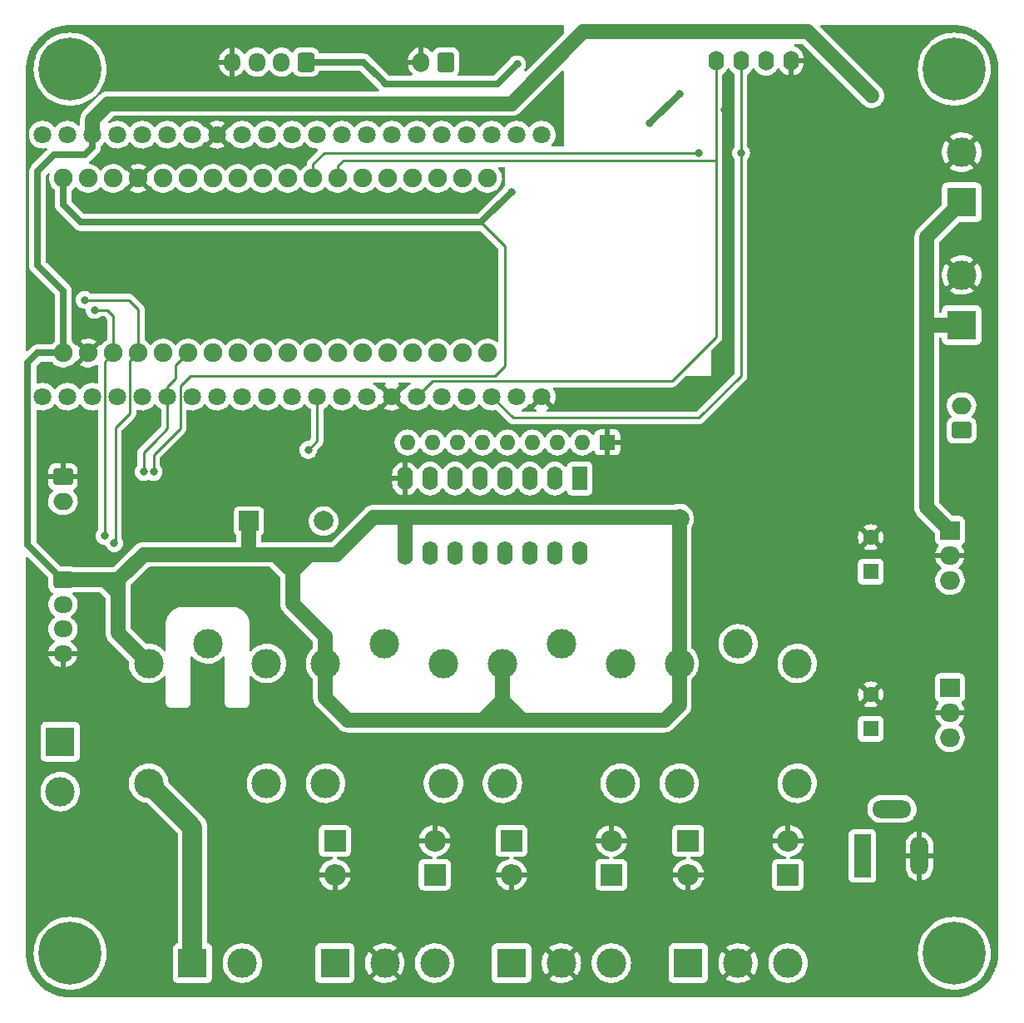
<source format=gbr>
%TF.GenerationSoftware,KiCad,Pcbnew,(5.99.0-10406-ge27733587d)*%
%TF.CreationDate,2021-05-26T11:48:17+05:30*%
%TF.ProjectId,OxiKit-Brainboard_v1,4f78694b-6974-42d4-9272-61696e626f61,rev?*%
%TF.SameCoordinates,Original*%
%TF.FileFunction,Copper,L2,Bot*%
%TF.FilePolarity,Positive*%
%FSLAX46Y46*%
G04 Gerber Fmt 4.6, Leading zero omitted, Abs format (unit mm)*
G04 Created by KiCad (PCBNEW (5.99.0-10406-ge27733587d)) date 2021-05-26 11:48:17*
%MOMM*%
%LPD*%
G01*
G04 APERTURE LIST*
G04 Aperture macros list*
%AMRoundRect*
0 Rectangle with rounded corners*
0 $1 Rounding radius*
0 $2 $3 $4 $5 $6 $7 $8 $9 X,Y pos of 4 corners*
0 Add a 4 corners polygon primitive as box body*
4,1,4,$2,$3,$4,$5,$6,$7,$8,$9,$2,$3,0*
0 Add four circle primitives for the rounded corners*
1,1,$1+$1,$2,$3*
1,1,$1+$1,$4,$5*
1,1,$1+$1,$6,$7*
1,1,$1+$1,$8,$9*
0 Add four rect primitives between the rounded corners*
20,1,$1+$1,$2,$3,$4,$5,0*
20,1,$1+$1,$4,$5,$6,$7,0*
20,1,$1+$1,$6,$7,$8,$9,0*
20,1,$1+$1,$8,$9,$2,$3,0*%
G04 Aperture macros list end*
%TA.AperFunction,ComponentPad*%
%ADD10R,1.600000X1.600000*%
%TD*%
%TA.AperFunction,ComponentPad*%
%ADD11C,1.600000*%
%TD*%
%TA.AperFunction,ComponentPad*%
%ADD12R,2.200000X2.200000*%
%TD*%
%TA.AperFunction,ComponentPad*%
%ADD13O,2.200000X2.200000*%
%TD*%
%TA.AperFunction,ComponentPad*%
%ADD14R,3.000000X3.000000*%
%TD*%
%TA.AperFunction,ComponentPad*%
%ADD15C,3.000000*%
%TD*%
%TA.AperFunction,ComponentPad*%
%ADD16C,0.800000*%
%TD*%
%TA.AperFunction,ComponentPad*%
%ADD17C,6.400000*%
%TD*%
%TA.AperFunction,ComponentPad*%
%ADD18R,2.000000X2.000000*%
%TD*%
%TA.AperFunction,ComponentPad*%
%ADD19C,2.000000*%
%TD*%
%TA.AperFunction,ComponentPad*%
%ADD20C,1.800000*%
%TD*%
%TA.AperFunction,ComponentPad*%
%ADD21O,1.600000X1.600000*%
%TD*%
%TA.AperFunction,ComponentPad*%
%ADD22RoundRect,0.250000X0.600000X0.725000X-0.600000X0.725000X-0.600000X-0.725000X0.600000X-0.725000X0*%
%TD*%
%TA.AperFunction,ComponentPad*%
%ADD23O,1.700000X1.950000*%
%TD*%
%TA.AperFunction,ComponentPad*%
%ADD24R,2.000000X1.905000*%
%TD*%
%TA.AperFunction,ComponentPad*%
%ADD25O,2.000000X1.905000*%
%TD*%
%TA.AperFunction,ComponentPad*%
%ADD26C,1.900000*%
%TD*%
%TA.AperFunction,ComponentPad*%
%ADD27RoundRect,0.250000X-0.750000X0.600000X-0.750000X-0.600000X0.750000X-0.600000X0.750000X0.600000X0*%
%TD*%
%TA.AperFunction,ComponentPad*%
%ADD28O,2.000000X1.700000*%
%TD*%
%TA.AperFunction,ComponentPad*%
%ADD29RoundRect,0.250000X0.750000X-0.600000X0.750000X0.600000X-0.750000X0.600000X-0.750000X-0.600000X0*%
%TD*%
%TA.AperFunction,ComponentPad*%
%ADD30RoundRect,0.250000X0.600000X0.750000X-0.600000X0.750000X-0.600000X-0.750000X0.600000X-0.750000X0*%
%TD*%
%TA.AperFunction,ComponentPad*%
%ADD31O,1.700000X2.000000*%
%TD*%
%TA.AperFunction,ComponentPad*%
%ADD32RoundRect,0.250000X-0.725000X0.600000X-0.725000X-0.600000X0.725000X-0.600000X0.725000X0.600000X0*%
%TD*%
%TA.AperFunction,ComponentPad*%
%ADD33O,1.950000X1.700000*%
%TD*%
%TA.AperFunction,ComponentPad*%
%ADD34R,1.600000X2.400000*%
%TD*%
%TA.AperFunction,ComponentPad*%
%ADD35O,1.600000X2.400000*%
%TD*%
%TA.AperFunction,ComponentPad*%
%ADD36R,1.800000X4.400000*%
%TD*%
%TA.AperFunction,ComponentPad*%
%ADD37O,1.800000X4.000000*%
%TD*%
%TA.AperFunction,ComponentPad*%
%ADD38O,4.000000X1.800000*%
%TD*%
%TA.AperFunction,ComponentPad*%
%ADD39O,1.600000X2.000000*%
%TD*%
%TA.AperFunction,ViaPad*%
%ADD40C,0.800000*%
%TD*%
%TA.AperFunction,ViaPad*%
%ADD41C,2.000000*%
%TD*%
%TA.AperFunction,Conductor*%
%ADD42C,1.500000*%
%TD*%
%TA.AperFunction,Conductor*%
%ADD43C,0.700000*%
%TD*%
%TA.AperFunction,Conductor*%
%ADD44C,0.254000*%
%TD*%
%TA.AperFunction,Conductor*%
%ADD45C,0.250000*%
%TD*%
%TA.AperFunction,Conductor*%
%ADD46C,2.000000*%
%TD*%
G04 APERTURE END LIST*
D10*
%TO.P,C1,1*%
%TO.N,+12V*%
X136500000Y-112152651D03*
D11*
%TO.P,C1,2*%
%TO.N,GND*%
X136500000Y-108652651D03*
%TD*%
D12*
%TO.P,D12,1,K*%
%TO.N,+V3{slash}2*%
X92110000Y-127000000D03*
D13*
%TO.P,D12,2,A*%
%TO.N,GND*%
X81950000Y-127000000D03*
%TD*%
D14*
%TO.P,J11,1,Pin_1*%
%TO.N,/Comp*%
X67460000Y-136000000D03*
D15*
%TO.P,J11,2,Pin_2*%
%TO.N,N*%
X72540000Y-136000000D03*
%TD*%
%TO.P,K4,11*%
%TO.N,/L*%
X69000000Y-103500000D03*
%TO.P,K4,12*%
%TO.N,N/C*%
X75000000Y-117700000D03*
%TO.P,K4,14*%
%TO.N,/Comp*%
X63000000Y-117700000D03*
%TO.P,K4,A1*%
%TO.N,+5V*%
X63000000Y-105500000D03*
%TO.P,K4,A2*%
%TO.N,O4*%
X75000000Y-105500000D03*
%TD*%
D16*
%TO.P,H3,1*%
%TO.N,N/C*%
X147400000Y-135000000D03*
X143302944Y-133302944D03*
X146697056Y-136697056D03*
X146697056Y-133302944D03*
D17*
X145000000Y-135000000D03*
D16*
X145000000Y-132600000D03*
X143302944Y-136697056D03*
X142600000Y-135000000D03*
X145000000Y-137400000D03*
%TD*%
D12*
%TO.P,D4,1,K*%
%TO.N,+V1{slash}1*%
X117920000Y-123550000D03*
D13*
%TO.P,D4,2,A*%
%TO.N,GND*%
X128080000Y-123550000D03*
%TD*%
D14*
%TO.P,J9,1,Pin_1*%
%TO.N,/L*%
X54000000Y-113460000D03*
D15*
%TO.P,J9,2,Pin_2*%
%TO.N,N*%
X54000000Y-118540000D03*
%TD*%
%TO.P,K3,11*%
%TO.N,+12V*%
X87000000Y-103500000D03*
%TO.P,K3,12*%
%TO.N,+V3{slash}2*%
X93000000Y-117700000D03*
%TO.P,K3,14*%
%TO.N,+V3{slash}1*%
X81000000Y-117700000D03*
%TO.P,K3,A1*%
%TO.N,+5V*%
X81000000Y-105500000D03*
%TO.P,K3,A2*%
%TO.N,O3*%
X93000000Y-105500000D03*
%TD*%
D18*
%TO.P,BZ1,1,-*%
%TO.N,+5V*%
X73200000Y-91000000D03*
D19*
%TO.P,BZ1,2,+*%
%TO.N,O5*%
X80800000Y-91000000D03*
%TD*%
D20*
%TO.P,U5,1,3V3*%
%TO.N,+3.3V*%
X103000000Y-51665000D03*
%TO.P,U5,2,NC*%
%TO.N,N/C*%
X100460000Y-51665000D03*
%TO.P,U5,3,GPIO36*%
X97920000Y-51665000D03*
%TO.P,U5,4,GPIO39*%
X95380000Y-51665000D03*
%TO.P,U5,5,GPIO34*%
%TO.N,Oxy-out*%
X92840000Y-51665000D03*
%TO.P,U5,6,GPIO35*%
%TO.N,N/C*%
X90300000Y-51665000D03*
%TO.P,U5,7,GPIO32*%
X87760000Y-51665000D03*
%TO.P,U5,8,GPIO33*%
X85220000Y-51665000D03*
%TO.P,U5,9,GPIO25*%
X82680000Y-51665000D03*
%TO.P,U5,10,GPIO26*%
X80140000Y-51665000D03*
%TO.P,U5,11,GPIO27*%
X77600000Y-51665000D03*
%TO.P,U5,12,GPIO14*%
%TO.N,RX*%
X75060000Y-51665000D03*
%TO.P,U5,13,GPIO12*%
%TO.N,TX*%
X72520000Y-51665000D03*
%TO.P,U5,14,GND*%
%TO.N,GND*%
X69980000Y-51665000D03*
%TO.P,U5,15,GPIO13*%
%TO.N,N/C*%
X67440000Y-51665000D03*
%TO.P,U5,16,SD2*%
X64900000Y-51665000D03*
%TO.P,U5,17,SD3*%
X62360000Y-51665000D03*
%TO.P,U5,18,CMD*%
X59820000Y-51665000D03*
%TO.P,U5,19,5V*%
%TO.N,+5V*%
X57280000Y-51665000D03*
%TO.P,U5,20,SPK+*%
%TO.N,N/C*%
X54740000Y-51665000D03*
%TO.P,U5,21,SPK-*%
X52200000Y-51665000D03*
%TO.P,U5,22,GND*%
%TO.N,GND*%
X103000000Y-78335000D03*
%TO.P,U5,23,GPIO23*%
%TO.N,I1*%
X100460000Y-78335000D03*
%TO.P,U5,24,GPIO22*%
%TO.N,SCL*%
X97920000Y-78335000D03*
%TO.P,U5,25,TX*%
%TO.N,N/C*%
X95380000Y-78335000D03*
%TO.P,U5,26,RX*%
X92840000Y-78335000D03*
%TO.P,U5,27,GPIO21*%
%TO.N,SDA*%
X90300000Y-78335000D03*
%TO.P,U5,28,GND*%
%TO.N,GND*%
X87760000Y-78335000D03*
%TO.P,U5,29,GPIO19*%
%TO.N,I2*%
X85220000Y-78335000D03*
%TO.P,U5,30,GPIO18*%
%TO.N,I3*%
X82680000Y-78335000D03*
%TO.P,U5,31,GPIO5*%
%TO.N,LED*%
X80140000Y-78335000D03*
%TO.P,U5,32,NC*%
%TO.N,N/C*%
X77600000Y-78335000D03*
%TO.P,U5,33,NC*%
X75060000Y-78335000D03*
%TO.P,U5,34,GPIO4*%
%TO.N,I4*%
X72520000Y-78335000D03*
%TO.P,U5,35,GPIO0*%
%TO.N,N/C*%
X69980000Y-78335000D03*
%TO.P,U5,36,GPIO2*%
%TO.N,I5*%
X67440000Y-78335000D03*
%TO.P,U5,37,GPIO15*%
%TO.N,EMR*%
X64900000Y-78335000D03*
%TO.P,U5,38,SD1*%
%TO.N,N/C*%
X62360000Y-78335000D03*
%TO.P,U5,39,SD0*%
X59820000Y-78335000D03*
%TO.P,U5,40,CLK*%
X57280000Y-78335000D03*
%TO.P,U5,41,MIC-*%
X54740000Y-78335000D03*
%TO.P,U5,42,MIC+*%
X52200000Y-78335000D03*
%TD*%
D12*
%TO.P,D8,1,K*%
%TO.N,+V2{slash}2*%
X110080000Y-127000000D03*
D13*
%TO.P,D8,2,A*%
%TO.N,GND*%
X99920000Y-127000000D03*
%TD*%
D10*
%TO.P,C7,1*%
%TO.N,+5VP*%
X136500000Y-96152651D03*
D11*
%TO.P,C7,2*%
%TO.N,GND*%
X136500000Y-92652651D03*
%TD*%
D15*
%TO.P,K2,11*%
%TO.N,+12V*%
X105000000Y-103500000D03*
%TO.P,K2,12*%
%TO.N,+V2{slash}2*%
X111000000Y-117700000D03*
%TO.P,K2,14*%
%TO.N,+V2{slash}1*%
X99000000Y-117700000D03*
%TO.P,K2,A1*%
%TO.N,+5V*%
X99000000Y-105500000D03*
%TO.P,K2,A2*%
%TO.N,O2*%
X111000000Y-105500000D03*
%TD*%
D14*
%TO.P,J5,1,Pin_1*%
%TO.N,+12V*%
X145750000Y-71040000D03*
D15*
%TO.P,J5,2,Pin_2*%
%TO.N,GND*%
X145750000Y-65960000D03*
%TD*%
D16*
%TO.P,H1,1*%
%TO.N,N/C*%
X55000000Y-132600000D03*
X55000000Y-137400000D03*
X53302944Y-133302944D03*
X57400000Y-135000000D03*
D17*
X55000000Y-135000000D03*
D16*
X52600000Y-135000000D03*
X53302944Y-136697056D03*
X56697056Y-136697056D03*
X56697056Y-133302944D03*
%TD*%
D14*
%TO.P,J8,1,Pin_1*%
%TO.N,+V2{slash}1*%
X99920000Y-136000000D03*
D15*
%TO.P,J8,2,Pin_2*%
%TO.N,GND*%
X105000000Y-136000000D03*
%TO.P,J8,3,Pin_3*%
%TO.N,+V2{slash}2*%
X110080000Y-136000000D03*
%TD*%
D10*
%TO.P,RN1,1,common*%
%TO.N,GND*%
X109675000Y-83000000D03*
D21*
%TO.P,RN1,2,R1*%
%TO.N,I1*%
X107135000Y-83000000D03*
%TO.P,RN1,3,R2*%
%TO.N,I2*%
X104595000Y-83000000D03*
%TO.P,RN1,4,R3*%
%TO.N,I3*%
X102055000Y-83000000D03*
%TO.P,RN1,5,R4*%
%TO.N,I4*%
X99515000Y-83000000D03*
%TO.P,RN1,6,R5*%
%TO.N,I5*%
X96975000Y-83000000D03*
%TO.P,RN1,7,R6*%
%TO.N,I6*%
X94435000Y-83000000D03*
%TO.P,RN1,8,R7*%
%TO.N,I7*%
X91895000Y-83000000D03*
%TO.P,RN1,9,R8*%
%TO.N,N/C*%
X89355000Y-83000000D03*
%TD*%
D14*
%TO.P,J4,1,Pin_1*%
%TO.N,+12V*%
X145750000Y-58540000D03*
D15*
%TO.P,J4,2,Pin_2*%
%TO.N,GND*%
X145750000Y-53460000D03*
%TD*%
D14*
%TO.P,J7,1,Pin_1*%
%TO.N,+V1{slash}1*%
X117920000Y-136000000D03*
D15*
%TO.P,J7,2,Pin_2*%
%TO.N,GND*%
X123000000Y-136000000D03*
%TO.P,J7,3,Pin_3*%
%TO.N,+V1{slash}2*%
X128080000Y-136000000D03*
%TD*%
D22*
%TO.P,J3,1,Pin_1*%
%TO.N,+3.3V*%
X79000000Y-44275000D03*
D23*
%TO.P,J3,2,Pin_2*%
%TO.N,SDA*%
X76500000Y-44275000D03*
%TO.P,J3,3,Pin_3*%
%TO.N,SCL*%
X74000000Y-44275000D03*
%TO.P,J3,4,Pin_4*%
%TO.N,GND*%
X71500000Y-44275000D03*
%TD*%
D24*
%TO.P,U3,1,VI*%
%TO.N,+12V*%
X144555000Y-91960000D03*
D25*
%TO.P,U3,2,GND*%
%TO.N,GND*%
X144555000Y-94500000D03*
%TO.P,U3,3,VO*%
%TO.N,+5VP*%
X144555000Y-97040000D03*
%TD*%
D16*
%TO.P,H4,1*%
%TO.N,N/C*%
X146697056Y-46697056D03*
D17*
X145000000Y-45000000D03*
D16*
X147400000Y-45000000D03*
X142600000Y-45000000D03*
X145000000Y-42600000D03*
X146697056Y-43302944D03*
X143302944Y-43302944D03*
X143302944Y-46697056D03*
X145000000Y-47400000D03*
%TD*%
D26*
%TO.P,U1,1,VIN*%
%TO.N,+5V*%
X54322500Y-73890000D03*
%TO.P,U1,2,GND*%
%TO.N,GND*%
X56862500Y-73890000D03*
%TO.P,U1,3,TX*%
%TO.N,TX*%
X59402500Y-73890000D03*
%TO.P,U1,4,RX*%
%TO.N,RX*%
X61942500Y-73890000D03*
%TO.P,U1,5,A7*%
%TO.N,N/C*%
X64482500Y-73890000D03*
%TO.P,U1,6,A6*%
%TO.N,EMR*%
X67022500Y-73890000D03*
%TO.P,U1,7,A5*%
%TO.N,N/C*%
X69562500Y-73890000D03*
%TO.P,U1,8,A4*%
X72102500Y-73890000D03*
%TO.P,U1,9,A3*%
X74642500Y-73890000D03*
%TO.P,U1,10,A2*%
X77182500Y-73890000D03*
%TO.P,U1,11,A1*%
X79722500Y-73890000D03*
%TO.P,U1,12,A0*%
%TO.N,Oxy-out*%
X82262500Y-73890000D03*
%TO.P,U1,13,B5*%
%TO.N,I5*%
X84802500Y-73890000D03*
%TO.P,U1,14,B4*%
%TO.N,I4*%
X87342500Y-73890000D03*
%TO.P,U1,15,B3*%
%TO.N,I3*%
X89882500Y-73890000D03*
%TO.P,U1,16,B2*%
%TO.N,I2*%
X92422500Y-73890000D03*
%TO.P,U1,17,B1*%
%TO.N,I1*%
X94962500Y-73890000D03*
%TO.P,U1,18,B0*%
%TO.N,N/C*%
X97502500Y-73890000D03*
%TO.P,U1,19,C0*%
X97502500Y-56110000D03*
%TO.P,U1,20,C1*%
X94962500Y-56110000D03*
%TO.P,U1,21,C2*%
X92422500Y-56110000D03*
%TO.P,U1,22,C3*%
X89882500Y-56110000D03*
%TO.P,U1,23,C4*%
X87342500Y-56110000D03*
%TO.P,U1,24,C5*%
X84802500Y-56110000D03*
%TO.P,U1,25,D0*%
%TO.N,SDA*%
X82262500Y-56110000D03*
%TO.P,U1,26,D1*%
%TO.N,SCL*%
X79722500Y-56110000D03*
%TO.P,U1,27,D2*%
%TO.N,LED*%
X77182500Y-56110000D03*
%TO.P,U1,28,D3*%
%TO.N,N/C*%
X74642500Y-56110000D03*
%TO.P,U1,29,D4*%
X72102500Y-56110000D03*
%TO.P,U1,30,D5*%
X69562500Y-56110000D03*
%TO.P,U1,31,D6*%
X67022500Y-56110000D03*
%TO.P,U1,32,D7*%
X64482500Y-56110000D03*
%TO.P,U1,33,GND*%
%TO.N,GND*%
X61942500Y-56110000D03*
%TO.P,U1,34,VBAT*%
%TO.N,N/C*%
X59402500Y-56110000D03*
%TO.P,U1,35,RESET*%
X56862500Y-56110000D03*
%TO.P,U1,36,3V3*%
%TO.N,+3.3V*%
X54322500Y-56110000D03*
%TD*%
D12*
%TO.P,D11,1,K*%
%TO.N,+V3{slash}1*%
X81950000Y-123550000D03*
D13*
%TO.P,D11,2,A*%
%TO.N,GND*%
X92110000Y-123550000D03*
%TD*%
D27*
%TO.P,SW2,1*%
%TO.N,GND*%
X54275000Y-86500000D03*
D28*
%TO.P,SW2,2*%
%TO.N,EMR*%
X54275000Y-89000000D03*
%TD*%
D29*
%TO.P,SW1,1*%
%TO.N,+5VP*%
X145725000Y-81750000D03*
D28*
%TO.P,SW1,2*%
%TO.N,+5V*%
X145725000Y-79250000D03*
%TD*%
D30*
%TO.P,J1,1,Pin_1*%
%TO.N,Net-(J1-Pad1)*%
X93250000Y-44275000D03*
D31*
%TO.P,J1,2,Pin_2*%
%TO.N,GND*%
X90750000Y-44275000D03*
%TD*%
D32*
%TO.P,J6,1,Pin_1*%
%TO.N,+5V*%
X54275000Y-97000000D03*
D33*
%TO.P,J6,2,Pin_2*%
%TO.N,TX*%
X54275000Y-99500000D03*
%TO.P,J6,3,Pin_3*%
%TO.N,RX*%
X54275000Y-102000000D03*
%TO.P,J6,4,Pin_4*%
%TO.N,GND*%
X54275000Y-104500000D03*
%TD*%
D12*
%TO.P,D5,1,K*%
%TO.N,+V1{slash}2*%
X128080000Y-127000000D03*
D13*
%TO.P,D5,2,A*%
%TO.N,GND*%
X117920000Y-127000000D03*
%TD*%
D34*
%TO.P,U6,1,I1*%
%TO.N,I1*%
X106875000Y-86675000D03*
D35*
%TO.P,U6,2,I2*%
%TO.N,I2*%
X104335000Y-86675000D03*
%TO.P,U6,3,I3*%
%TO.N,I3*%
X101795000Y-86675000D03*
%TO.P,U6,4,I4*%
%TO.N,I4*%
X99255000Y-86675000D03*
%TO.P,U6,5,I5*%
%TO.N,I5*%
X96715000Y-86675000D03*
%TO.P,U6,6,I6*%
%TO.N,I6*%
X94175000Y-86675000D03*
%TO.P,U6,7,I7*%
%TO.N,I7*%
X91635000Y-86675000D03*
%TO.P,U6,8,GND*%
%TO.N,GND*%
X89095000Y-86675000D03*
%TO.P,U6,9,COM*%
%TO.N,+5V*%
X89095000Y-94295000D03*
%TO.P,U6,10,O7*%
%TO.N,N/C*%
X91635000Y-94295000D03*
%TO.P,U6,11,O6*%
X94175000Y-94295000D03*
%TO.P,U6,12,O5*%
%TO.N,O5*%
X96715000Y-94295000D03*
%TO.P,U6,13,O4*%
%TO.N,O4*%
X99255000Y-94295000D03*
%TO.P,U6,14,O3*%
%TO.N,O3*%
X101795000Y-94295000D03*
%TO.P,U6,15,O2*%
%TO.N,O2*%
X104335000Y-94295000D03*
%TO.P,U6,16,O1*%
%TO.N,O1*%
X106875000Y-94295000D03*
%TD*%
D16*
%TO.P,H2,1*%
%TO.N,N/C*%
X53302944Y-46697056D03*
D17*
X55000000Y-45000000D03*
D16*
X55000000Y-42600000D03*
X52600000Y-45000000D03*
X55000000Y-47400000D03*
X57400000Y-45000000D03*
X56697056Y-43302944D03*
X56697056Y-46697056D03*
X53302944Y-43302944D03*
%TD*%
D14*
%TO.P,J10,1,Pin_1*%
%TO.N,+V3{slash}1*%
X81950000Y-136000000D03*
D15*
%TO.P,J10,2,Pin_2*%
%TO.N,GND*%
X87030000Y-136000000D03*
%TO.P,J10,3,Pin_3*%
%TO.N,+V3{slash}2*%
X92110000Y-136000000D03*
%TD*%
%TO.P,K1,11*%
%TO.N,+12V*%
X123000000Y-103500000D03*
%TO.P,K1,12*%
%TO.N,+V1{slash}2*%
X129000000Y-117700000D03*
%TO.P,K1,14*%
%TO.N,+V1{slash}1*%
X117000000Y-117700000D03*
%TO.P,K1,A1*%
%TO.N,+5V*%
X117000000Y-105500000D03*
%TO.P,K1,A2*%
%TO.N,O1*%
X129000000Y-105500000D03*
%TD*%
D36*
%TO.P,J2,1*%
%TO.N,+12V*%
X135650000Y-125100000D03*
D37*
%TO.P,J2,2*%
%TO.N,GND*%
X141450000Y-125100000D03*
D38*
%TO.P,J2,3*%
%TO.N,N/C*%
X138650000Y-120300000D03*
%TD*%
D12*
%TO.P,D7,1,K*%
%TO.N,+V2{slash}1*%
X99920000Y-123550000D03*
D13*
%TO.P,D7,2,A*%
%TO.N,GND*%
X110080000Y-123550000D03*
%TD*%
D24*
%TO.P,U4,1,VI*%
%TO.N,+12V*%
X144555000Y-107960000D03*
D25*
%TO.P,U4,2,GND*%
%TO.N,GND*%
X144555000Y-110500000D03*
%TO.P,U4,3,VO*%
%TO.N,+5VP*%
X144555000Y-113040000D03*
%TD*%
D39*
%TO.P,Brd1,1,GND*%
%TO.N,GND*%
X128370000Y-44150000D03*
%TO.P,Brd1,2,VCC*%
%TO.N,+3.3V*%
X125830000Y-44150000D03*
%TO.P,Brd1,3,SCL*%
%TO.N,SCL*%
X123290000Y-44150000D03*
%TO.P,Brd1,4,SDA*%
%TO.N,SDA*%
X120750000Y-44150000D03*
%TD*%
D40*
%TO.N,GND*%
X113500000Y-83000000D03*
X116000000Y-86250000D03*
X114000000Y-86250000D03*
X112000000Y-86250000D03*
X110000000Y-86250000D03*
X110000000Y-88000000D03*
X86750000Y-83000000D03*
X84250000Y-88750000D03*
X86750000Y-85000000D03*
X84250000Y-85000000D03*
X84250000Y-86750000D03*
X86750000Y-86750000D03*
D41*
%TO.N,+5V*%
X117000000Y-90750000D03*
D40*
X136600000Y-47700000D03*
%TO.N,SCL*%
X123290000Y-53540000D03*
X119000000Y-53500000D03*
%TO.N,GND*%
X96000000Y-71250000D03*
X96000000Y-69000000D03*
X124000000Y-88000000D03*
X119500000Y-83900000D03*
X117800000Y-85400000D03*
X94000000Y-67000000D03*
X63500000Y-67000000D03*
X71500000Y-65000000D03*
X88000000Y-59000000D03*
X92000000Y-59000000D03*
X113400000Y-79300000D03*
X124900000Y-51000000D03*
X92000000Y-69000000D03*
X140000000Y-46000000D03*
X118000000Y-88000000D03*
X96000000Y-63000000D03*
X114000000Y-88000000D03*
X140000000Y-44000000D03*
X127500000Y-47000000D03*
X63500000Y-63000000D03*
X138000000Y-42000000D03*
X140000000Y-50000000D03*
X90000000Y-65000000D03*
X127500000Y-51000000D03*
X112000000Y-88000000D03*
X65500000Y-65000000D03*
X73500000Y-69000000D03*
X130000000Y-47000000D03*
X92000000Y-63000000D03*
X146000000Y-50000000D03*
X140000000Y-42000000D03*
X76750000Y-86750000D03*
X67500000Y-69000000D03*
X140000000Y-48000000D03*
X76750000Y-88500000D03*
X132000000Y-47000000D03*
X88000000Y-67000000D03*
X69500000Y-65000000D03*
X72750000Y-83500000D03*
X92000000Y-67000000D03*
X67500000Y-67000000D03*
X130000000Y-51000000D03*
X65500000Y-63000000D03*
X73500000Y-63000000D03*
X130000000Y-49000000D03*
X134000000Y-42000000D03*
X124900000Y-49000000D03*
X90000000Y-59000000D03*
X109700000Y-79300000D03*
X133750000Y-54000000D03*
X116000000Y-88000000D03*
X94000000Y-59000000D03*
X136000000Y-42000000D03*
X71500000Y-63000000D03*
X65500000Y-67000000D03*
X148000000Y-50000000D03*
X142000000Y-50000000D03*
X94000000Y-65000000D03*
X116100000Y-83900000D03*
X90000000Y-63000000D03*
X88000000Y-69000000D03*
X92000000Y-65000000D03*
X73500000Y-67000000D03*
X90000000Y-67000000D03*
X132000000Y-49000000D03*
X129500000Y-80900000D03*
X136000000Y-44000000D03*
X127800000Y-82400000D03*
X132000000Y-51000000D03*
X96000000Y-67000000D03*
X67500000Y-65000000D03*
X86000000Y-65000000D03*
X86000000Y-69000000D03*
X131400000Y-77900000D03*
X94000000Y-63000000D03*
X94000000Y-69000000D03*
X71500000Y-69000000D03*
X127500000Y-49000000D03*
X69500000Y-69000000D03*
X122000000Y-88000000D03*
X120000000Y-88000000D03*
X88000000Y-63000000D03*
X63500000Y-69000000D03*
X90000000Y-69000000D03*
X86000000Y-67000000D03*
X129500000Y-79500000D03*
X96000000Y-65000000D03*
X69500000Y-67000000D03*
X121600000Y-49100000D03*
X86000000Y-63000000D03*
X88000000Y-65000000D03*
X96000000Y-59000000D03*
X63500000Y-65000000D03*
X138000000Y-46000000D03*
X73500000Y-65000000D03*
X138000000Y-44000000D03*
X111600000Y-79300000D03*
X71500000Y-67000000D03*
X144000000Y-50000000D03*
X67500000Y-63000000D03*
X69500000Y-63000000D03*
X65500000Y-69000000D03*
%TO.N,+3.3V*%
X100500000Y-44500000D03*
X99900000Y-57500000D03*
X114000000Y-50500000D03*
X63500000Y-86000000D03*
X117000000Y-47500000D03*
%TO.N,TX*%
X57500000Y-69500000D03*
X58500000Y-92500000D03*
%TO.N,RX*%
X59500000Y-93250000D03*
X56500000Y-68500000D03*
%TO.N,LED*%
X79250000Y-83750000D03*
%TO.N,EMR*%
X62500000Y-86000000D03*
%TD*%
D42*
%TO.N,+5V*%
X62500000Y-94400000D02*
X59900000Y-97000000D01*
X117000000Y-90750000D02*
X116850000Y-90600000D01*
X77650000Y-99400000D02*
X77650000Y-96150000D01*
X83250000Y-111250000D02*
X81000000Y-109000000D01*
X58250000Y-97000000D02*
X58550000Y-97000000D01*
X81000000Y-109000000D02*
X81000000Y-105500000D01*
X59900000Y-97000000D02*
X58250000Y-97000000D01*
D43*
X50700000Y-93450000D02*
X54250000Y-97000000D01*
D42*
X117000000Y-90750000D02*
X117000000Y-105500000D01*
D43*
X54322500Y-67622500D02*
X54322500Y-73890000D01*
D42*
X99000000Y-109250000D02*
X101000000Y-111250000D01*
D43*
X53400000Y-53700000D02*
X51700000Y-55400000D01*
X50700000Y-74900000D02*
X50700000Y-93450000D01*
D42*
X59900000Y-98350000D02*
X59900000Y-102400000D01*
X77650000Y-96150000D02*
X77650000Y-94400000D01*
X97000000Y-111250000D02*
X99000000Y-109250000D01*
X59900000Y-97000000D02*
X59900000Y-98350000D01*
X76350000Y-94850000D02*
X77650000Y-96150000D01*
X99000000Y-111250000D02*
X99000000Y-109250000D01*
X77650000Y-96100000D02*
X79350000Y-94400000D01*
D43*
X54250000Y-97000000D02*
X54275000Y-97000000D01*
X57280000Y-52920000D02*
X56500000Y-53700000D01*
D42*
X115500000Y-111250000D02*
X101000000Y-111250000D01*
D43*
X54322500Y-73890000D02*
X51710000Y-73890000D01*
D42*
X96500000Y-111250000D02*
X83250000Y-111250000D01*
X58550000Y-97000000D02*
X59900000Y-98350000D01*
X107200000Y-41200000D02*
X99900000Y-48500000D01*
D43*
X57280000Y-51665000D02*
X57280000Y-52920000D01*
D42*
X96500000Y-111250000D02*
X97000000Y-111250000D01*
X77650000Y-94400000D02*
X76350000Y-94400000D01*
X85900000Y-90600000D02*
X82100000Y-94400000D01*
X130100000Y-41200000D02*
X107200000Y-41200000D01*
D43*
X51710000Y-73890000D02*
X50700000Y-74900000D01*
X51700000Y-55400000D02*
X51700000Y-65000000D01*
D42*
X99000000Y-111250000D02*
X96500000Y-111250000D01*
X79350000Y-94400000D02*
X79850000Y-94400000D01*
X82100000Y-94400000D02*
X79850000Y-94400000D01*
X59900000Y-102400000D02*
X63000000Y-105500000D01*
X73200000Y-94400000D02*
X73200000Y-91000000D01*
X73200000Y-94400000D02*
X62500000Y-94400000D01*
X58900000Y-48500000D02*
X57280000Y-50120000D01*
X89300000Y-90600000D02*
X89095000Y-90805000D01*
X57280000Y-50120000D02*
X57280000Y-51665000D01*
D43*
X51700000Y-65000000D02*
X54322500Y-67622500D01*
D42*
X99000000Y-109250000D02*
X99000000Y-105500000D01*
X116850000Y-90600000D02*
X89300000Y-90600000D01*
X76350000Y-94400000D02*
X76350000Y-94850000D01*
X81000000Y-102750000D02*
X77650000Y-99400000D01*
X76350000Y-94400000D02*
X73200000Y-94400000D01*
X117000000Y-105500000D02*
X117000000Y-109750000D01*
X58250000Y-97000000D02*
X54275000Y-97000000D01*
X77650000Y-96150000D02*
X77650000Y-96100000D01*
X81000000Y-105500000D02*
X81000000Y-102750000D01*
X89095000Y-90805000D02*
X89095000Y-94295000D01*
D43*
X56500000Y-53700000D02*
X53400000Y-53700000D01*
D42*
X99900000Y-48500000D02*
X58900000Y-48500000D01*
X79850000Y-94400000D02*
X77650000Y-94400000D01*
X89300000Y-90600000D02*
X85900000Y-90600000D01*
X101000000Y-111250000D02*
X99000000Y-111250000D01*
X136600000Y-47700000D02*
X130100000Y-41200000D01*
X117000000Y-109750000D02*
X115500000Y-111250000D01*
D44*
%TO.N,SDA*%
X82800000Y-54300000D02*
X120700000Y-54300000D01*
X82262500Y-54837500D02*
X82800000Y-54300000D01*
D45*
X116250000Y-76750000D02*
X120750000Y-72250000D01*
X120750000Y-72250000D02*
X120750000Y-54250000D01*
D44*
X120700000Y-54300000D02*
X120750000Y-54250000D01*
D45*
X120750000Y-54250000D02*
X120750000Y-44150000D01*
X90300000Y-78335000D02*
X91885000Y-76750000D01*
D44*
X82262500Y-56110000D02*
X82262500Y-54837500D01*
D45*
X91885000Y-76750000D02*
X116250000Y-76750000D01*
%TO.N,SCL*%
X119000000Y-80500000D02*
X123290000Y-76210000D01*
X123290000Y-76210000D02*
X123290000Y-53540000D01*
D44*
X85000000Y-53500000D02*
X119000000Y-53500000D01*
X79722500Y-54677500D02*
X80900000Y-53500000D01*
X80900000Y-53500000D02*
X85000000Y-53500000D01*
D45*
X100085000Y-80500000D02*
X119000000Y-80500000D01*
X123290000Y-53540000D02*
X123290000Y-44150000D01*
D44*
X79722500Y-56110000D02*
X79722500Y-54677500D01*
D45*
X97920000Y-78335000D02*
X100085000Y-80500000D01*
D43*
%TO.N,+3.3V*%
X95500000Y-46500000D02*
X98500000Y-46500000D01*
D45*
X98250000Y-76250000D02*
X99250000Y-75250000D01*
X66215489Y-77284511D02*
X67250000Y-76250000D01*
X63500000Y-86000000D02*
X63500000Y-84250000D01*
X99250000Y-75250000D02*
X99250000Y-63050000D01*
D43*
X79000000Y-44275000D02*
X84875000Y-44275000D01*
D45*
X99250000Y-63050000D02*
X96800000Y-60600000D01*
D43*
X56100000Y-60600000D02*
X96800000Y-60600000D01*
X54322500Y-58822500D02*
X56100000Y-60600000D01*
D45*
X63500000Y-84250000D02*
X66215489Y-81534511D01*
D43*
X114000000Y-50500000D02*
X117000000Y-47500000D01*
D45*
X67250000Y-76250000D02*
X98250000Y-76250000D01*
D43*
X84875000Y-44275000D02*
X86800000Y-46200000D01*
X86800000Y-46200000D02*
X87100000Y-46500000D01*
X98500000Y-46500000D02*
X100500000Y-44500000D01*
X96800000Y-60600000D02*
X99900000Y-57500000D01*
D45*
X66215489Y-81534511D02*
X66215489Y-77284511D01*
D43*
X54322500Y-56110000D02*
X54322500Y-58822500D01*
X87100000Y-46500000D02*
X95500000Y-46500000D01*
D42*
%TO.N,+12V*%
X142200000Y-89605000D02*
X144555000Y-91960000D01*
X145750000Y-58550000D02*
X142200000Y-62100000D01*
X142340000Y-71040000D02*
X142200000Y-70900000D01*
X142200000Y-70900000D02*
X142200000Y-89605000D01*
X145750000Y-58540000D02*
X145750000Y-58550000D01*
X142200000Y-62100000D02*
X142200000Y-70900000D01*
X145750000Y-71040000D02*
X142340000Y-71040000D01*
D45*
%TO.N,TX*%
X59402500Y-70152500D02*
X59402500Y-73890000D01*
X58750000Y-69500000D02*
X59402500Y-70152500D01*
D44*
X58506511Y-78923726D02*
X58506511Y-74785989D01*
X58500000Y-83800000D02*
X58500000Y-78930237D01*
X58500000Y-78930237D02*
X58506511Y-78923726D01*
X58506511Y-74785989D02*
X59402500Y-73890000D01*
X58500000Y-83800000D02*
X58500000Y-92500000D01*
D45*
X57500000Y-69500000D02*
X58750000Y-69500000D01*
D44*
%TO.N,RX*%
X61100000Y-80000000D02*
X61100000Y-74732500D01*
D45*
X61000000Y-68500000D02*
X61942500Y-69442500D01*
X56500000Y-68500000D02*
X61000000Y-68500000D01*
D44*
X59600000Y-83800000D02*
X59600000Y-93150000D01*
X59600000Y-83800000D02*
X59600000Y-81500000D01*
X59600000Y-81500000D02*
X61100000Y-80000000D01*
X61100000Y-74732500D02*
X61942500Y-73890000D01*
X59600000Y-93150000D02*
X59500000Y-93250000D01*
D45*
X61942500Y-69442500D02*
X61942500Y-73890000D01*
D46*
%TO.N,/Comp*%
X67460000Y-136000000D02*
X67460000Y-122160000D01*
X67460000Y-122160000D02*
X63000000Y-117700000D01*
D44*
%TO.N,LED*%
X80140000Y-82860000D02*
X80140000Y-78335000D01*
X79250000Y-83750000D02*
X80140000Y-82860000D01*
D45*
%TO.N,EMR*%
X64900000Y-78335000D02*
X64900000Y-81600000D01*
X63500000Y-83000000D02*
X62500000Y-84000000D01*
X64900000Y-81600000D02*
X63500000Y-83000000D01*
X64900000Y-77350000D02*
X65750000Y-76500000D01*
X64900000Y-78335000D02*
X64900000Y-77350000D01*
X62500000Y-84000000D02*
X62500000Y-86000000D01*
X65750000Y-75162500D02*
X67022500Y-73890000D01*
X65750000Y-76500000D02*
X65750000Y-75162500D01*
%TD*%
%TA.AperFunction,Conductor*%
%TO.N,GND*%
G36*
X144939246Y-40509708D02*
G01*
X144956496Y-40512577D01*
X145090882Y-40513969D01*
X145134362Y-40514420D01*
X145138552Y-40514533D01*
X145175770Y-40516158D01*
X145233483Y-40518678D01*
X145238949Y-40519035D01*
X145542797Y-40545619D01*
X145548241Y-40546216D01*
X145574050Y-40549614D01*
X145623157Y-40556079D01*
X145628589Y-40556915D01*
X145761710Y-40580387D01*
X145928968Y-40609879D01*
X145934302Y-40610940D01*
X145991907Y-40623711D01*
X146008108Y-40627303D01*
X146013446Y-40628609D01*
X146308011Y-40707537D01*
X146313282Y-40709073D01*
X146385426Y-40731820D01*
X146390577Y-40733569D01*
X146628032Y-40819996D01*
X146677150Y-40837874D01*
X146682274Y-40839867D01*
X146752103Y-40868792D01*
X146757133Y-40871005D01*
X146967588Y-40969140D01*
X147033509Y-40999879D01*
X147038437Y-41002309D01*
X147105521Y-41037231D01*
X147110340Y-41039875D01*
X147374399Y-41192330D01*
X147379099Y-41195182D01*
X147442891Y-41235822D01*
X147447462Y-41238876D01*
X147697222Y-41413760D01*
X147701655Y-41417011D01*
X147761672Y-41463064D01*
X147765943Y-41466491D01*
X147999544Y-41662506D01*
X148003652Y-41666109D01*
X148059421Y-41717212D01*
X148063392Y-41721014D01*
X148278986Y-41936608D01*
X148282788Y-41940579D01*
X148333891Y-41996348D01*
X148337515Y-42000481D01*
X148356063Y-42022585D01*
X148533496Y-42234041D01*
X148533504Y-42234051D01*
X148536925Y-42238312D01*
X148583003Y-42298363D01*
X148586225Y-42302757D01*
X148761137Y-42552557D01*
X148764192Y-42557130D01*
X148804809Y-42620888D01*
X148807660Y-42625585D01*
X148888593Y-42765764D01*
X148960139Y-42889685D01*
X148962769Y-42894479D01*
X148997691Y-42961563D01*
X149000111Y-42966469D01*
X149129013Y-43242901D01*
X149131196Y-43247863D01*
X149160134Y-43317726D01*
X149160135Y-43317728D01*
X149162120Y-43322833D01*
X149266421Y-43609394D01*
X149266424Y-43609403D01*
X149268191Y-43614609D01*
X149290923Y-43686705D01*
X149292458Y-43691969D01*
X149314687Y-43774928D01*
X149371392Y-43986559D01*
X149372698Y-43991898D01*
X149389052Y-44065663D01*
X149390125Y-44071055D01*
X149432644Y-44312189D01*
X149443086Y-44371411D01*
X149443920Y-44376832D01*
X149449430Y-44418680D01*
X149453785Y-44451762D01*
X149454381Y-44457203D01*
X149462248Y-44547115D01*
X149480963Y-44761044D01*
X149481322Y-44766528D01*
X149485467Y-44861446D01*
X149485580Y-44865638D01*
X149487389Y-45040227D01*
X149488069Y-45044645D01*
X149488069Y-45044651D01*
X149490536Y-45060688D01*
X149492000Y-45079842D01*
X149492000Y-134918573D01*
X149490292Y-134939245D01*
X149487423Y-134956495D01*
X149486405Y-135054719D01*
X149485580Y-135134362D01*
X149485467Y-135138552D01*
X149481323Y-135233473D01*
X149480965Y-135238949D01*
X149462549Y-135449443D01*
X149454382Y-135542787D01*
X149453783Y-135548252D01*
X149443921Y-135623157D01*
X149443085Y-135628589D01*
X149421363Y-135751782D01*
X149390121Y-135928968D01*
X149389060Y-135934302D01*
X149377335Y-135987188D01*
X149372697Y-136008108D01*
X149371391Y-136013446D01*
X149292464Y-136308007D01*
X149290926Y-136313284D01*
X149268180Y-136385426D01*
X149266431Y-136390578D01*
X149254720Y-136422753D01*
X149162132Y-136677135D01*
X149160140Y-136682259D01*
X149131204Y-136752116D01*
X149128990Y-136757147D01*
X149000112Y-137033527D01*
X148997680Y-137038459D01*
X148962778Y-137105503D01*
X148960134Y-137110321D01*
X148807666Y-137374406D01*
X148804815Y-137379105D01*
X148764193Y-137442870D01*
X148764191Y-137442873D01*
X148761146Y-137447430D01*
X148586228Y-137697239D01*
X148583002Y-137701639D01*
X148536917Y-137761699D01*
X148533521Y-137765928D01*
X148351452Y-137982910D01*
X148337515Y-137999519D01*
X148333891Y-138003652D01*
X148282788Y-138059421D01*
X148278986Y-138063392D01*
X148063392Y-138278986D01*
X148059421Y-138282788D01*
X148003652Y-138333891D01*
X147999519Y-138337515D01*
X147765943Y-138533509D01*
X147761688Y-138536925D01*
X147701637Y-138583003D01*
X147697243Y-138586225D01*
X147464242Y-138749374D01*
X147447443Y-138761137D01*
X147442870Y-138764192D01*
X147379112Y-138804809D01*
X147374415Y-138807660D01*
X147234236Y-138888593D01*
X147110315Y-138960139D01*
X147105514Y-138962773D01*
X147038423Y-138997698D01*
X147033531Y-139000111D01*
X146757099Y-139129013D01*
X146752137Y-139131196D01*
X146682259Y-139160140D01*
X146677167Y-139162120D01*
X146390578Y-139266431D01*
X146385438Y-139268176D01*
X146313263Y-139290933D01*
X146308018Y-139292462D01*
X146013433Y-139371395D01*
X146008117Y-139372695D01*
X145934315Y-139389056D01*
X145928924Y-139390129D01*
X145890615Y-139396884D01*
X145628566Y-139443090D01*
X145623175Y-139443919D01*
X145548220Y-139453787D01*
X145542797Y-139454381D01*
X145419436Y-139465174D01*
X145238958Y-139480963D01*
X145233474Y-139481322D01*
X145138553Y-139485467D01*
X145134361Y-139485580D01*
X145089426Y-139486046D01*
X144959774Y-139487389D01*
X144955356Y-139488069D01*
X144955350Y-139488069D01*
X144939313Y-139490536D01*
X144920159Y-139492000D01*
X55081427Y-139492000D01*
X55060755Y-139490292D01*
X55043505Y-139487423D01*
X54908619Y-139486025D01*
X54865638Y-139485580D01*
X54861448Y-139485467D01*
X54824230Y-139483842D01*
X54766517Y-139481322D01*
X54761051Y-139480965D01*
X54457203Y-139454381D01*
X54451759Y-139453784D01*
X54425950Y-139450386D01*
X54376843Y-139443921D01*
X54371411Y-139443085D01*
X54238290Y-139419613D01*
X54071032Y-139390121D01*
X54065698Y-139389060D01*
X54008093Y-139376289D01*
X53991892Y-139372697D01*
X53986554Y-139371391D01*
X53691993Y-139292464D01*
X53686716Y-139290926D01*
X53674753Y-139287154D01*
X53614574Y-139268180D01*
X53609422Y-139266431D01*
X53414437Y-139195462D01*
X53322865Y-139162132D01*
X53317741Y-139160140D01*
X53247884Y-139131204D01*
X53242853Y-139128990D01*
X52966473Y-139000112D01*
X52961554Y-138997687D01*
X52938981Y-138985935D01*
X52894497Y-138962778D01*
X52889679Y-138960134D01*
X52625594Y-138807666D01*
X52620895Y-138804815D01*
X52557129Y-138764192D01*
X52557111Y-138764181D01*
X52552570Y-138761146D01*
X52302752Y-138586221D01*
X52298361Y-138583002D01*
X52238301Y-138536917D01*
X52234072Y-138533521D01*
X52000481Y-138337515D01*
X51996348Y-138333891D01*
X51940579Y-138282788D01*
X51936608Y-138278986D01*
X51721014Y-138063392D01*
X51717212Y-138059421D01*
X51666109Y-138003652D01*
X51662485Y-137999519D01*
X51482004Y-137784431D01*
X51466491Y-137765943D01*
X51463075Y-137761688D01*
X51416997Y-137701637D01*
X51413769Y-137697235D01*
X51392290Y-137666559D01*
X51238858Y-137447436D01*
X51235808Y-137442870D01*
X51195191Y-137379112D01*
X51192340Y-137374415D01*
X51084064Y-137186877D01*
X51039861Y-137110315D01*
X51037227Y-137105514D01*
X51018891Y-137070291D01*
X51002302Y-137038423D01*
X50999887Y-137033527D01*
X50870987Y-136757099D01*
X50868804Y-136752137D01*
X50839858Y-136682254D01*
X50837873Y-136677150D01*
X50837868Y-136677135D01*
X50733569Y-136390578D01*
X50731824Y-136385438D01*
X50709067Y-136313263D01*
X50707538Y-136308016D01*
X50700091Y-136280225D01*
X50628605Y-136013433D01*
X50627305Y-136008117D01*
X50610944Y-135934315D01*
X50609871Y-135928924D01*
X50596870Y-135855193D01*
X50556910Y-135628566D01*
X50556081Y-135623175D01*
X50546213Y-135548220D01*
X50545618Y-135542787D01*
X50532090Y-135388166D01*
X50519037Y-135238958D01*
X50518678Y-135233474D01*
X50514533Y-135138553D01*
X50514420Y-135134361D01*
X50513595Y-135054719D01*
X50513028Y-135000000D01*
X51286500Y-135000000D01*
X51306843Y-135388166D01*
X51307356Y-135391406D01*
X51307357Y-135391414D01*
X51332193Y-135548220D01*
X51367649Y-135772080D01*
X51468252Y-136147535D01*
X51607549Y-136510417D01*
X51609047Y-136513357D01*
X51762553Y-136814628D01*
X51784015Y-136856750D01*
X51785811Y-136859516D01*
X51785813Y-136859519D01*
X51949047Y-137110878D01*
X51995715Y-137182741D01*
X52118023Y-137333779D01*
X52210069Y-137447445D01*
X52240332Y-137484817D01*
X52515183Y-137759668D01*
X52517741Y-137761740D01*
X52517745Y-137761743D01*
X52617067Y-137842172D01*
X52817259Y-138004285D01*
X52820022Y-138006080D01*
X52820023Y-138006080D01*
X52829560Y-138012273D01*
X53143250Y-138215985D01*
X53146184Y-138217480D01*
X53146191Y-138217484D01*
X53402999Y-138348334D01*
X53489583Y-138392451D01*
X53852465Y-138531748D01*
X54227920Y-138632351D01*
X54431929Y-138664663D01*
X54608586Y-138692643D01*
X54608594Y-138692644D01*
X54611834Y-138693157D01*
X55000000Y-138713500D01*
X55388166Y-138693157D01*
X55391406Y-138692644D01*
X55391414Y-138692643D01*
X55568071Y-138664663D01*
X55772080Y-138632351D01*
X56147535Y-138531748D01*
X56510417Y-138392451D01*
X56597001Y-138348334D01*
X56853809Y-138217484D01*
X56853816Y-138217480D01*
X56856750Y-138215985D01*
X57170441Y-138012273D01*
X57179977Y-138006080D01*
X57179978Y-138006080D01*
X57182741Y-138004285D01*
X57382933Y-137842172D01*
X57482255Y-137761743D01*
X57482259Y-137761740D01*
X57484817Y-137759668D01*
X57759668Y-137484817D01*
X57789932Y-137447445D01*
X57881976Y-137333779D01*
X58004285Y-137182741D01*
X58050953Y-137110878D01*
X58214187Y-136859519D01*
X58214189Y-136859516D01*
X58215985Y-136856750D01*
X58237448Y-136814628D01*
X58390953Y-136513357D01*
X58392451Y-136510417D01*
X58531748Y-136147535D01*
X58632351Y-135772080D01*
X58667807Y-135548220D01*
X58692643Y-135391414D01*
X58692644Y-135391406D01*
X58693157Y-135388166D01*
X58713500Y-135000000D01*
X58693157Y-134611834D01*
X58692024Y-134604677D01*
X58648287Y-134328535D01*
X58632351Y-134227920D01*
X58531748Y-133852465D01*
X58392451Y-133489583D01*
X58215985Y-133143250D01*
X58004285Y-132817259D01*
X57759668Y-132515183D01*
X57484817Y-132240332D01*
X57182741Y-131995715D01*
X56856750Y-131784015D01*
X56853816Y-131782520D01*
X56853809Y-131782516D01*
X56513357Y-131609047D01*
X56510417Y-131607549D01*
X56147535Y-131468252D01*
X55772080Y-131367649D01*
X55568071Y-131335337D01*
X55391414Y-131307357D01*
X55391406Y-131307356D01*
X55388166Y-131306843D01*
X55000000Y-131286500D01*
X54611834Y-131306843D01*
X54608594Y-131307356D01*
X54608586Y-131307357D01*
X54431929Y-131335337D01*
X54227920Y-131367649D01*
X53852465Y-131468252D01*
X53489583Y-131607549D01*
X53486643Y-131609047D01*
X53146191Y-131782516D01*
X53146184Y-131782520D01*
X53143250Y-131784015D01*
X52817259Y-131995715D01*
X52515183Y-132240332D01*
X52240332Y-132515183D01*
X51995715Y-132817259D01*
X51784015Y-133143250D01*
X51607549Y-133489583D01*
X51468252Y-133852465D01*
X51367649Y-134227920D01*
X51351713Y-134328535D01*
X51307977Y-134604677D01*
X51306843Y-134611834D01*
X51286500Y-135000000D01*
X50513028Y-135000000D01*
X50512611Y-134959774D01*
X50509464Y-134939312D01*
X50508000Y-134920159D01*
X50508000Y-118399545D01*
X51991405Y-118399545D01*
X51991405Y-118680455D01*
X52030500Y-118958630D01*
X52107929Y-119228658D01*
X52109715Y-119232670D01*
X52109716Y-119232672D01*
X52133747Y-119286647D01*
X52222185Y-119485281D01*
X52371044Y-119723506D01*
X52373868Y-119726872D01*
X52373872Y-119726877D01*
X52460982Y-119830690D01*
X52551609Y-119938695D01*
X52760366Y-120126660D01*
X52764012Y-120129119D01*
X52989605Y-120281284D01*
X52989611Y-120281287D01*
X52993250Y-120283742D01*
X53124008Y-120347517D01*
X53241772Y-120404955D01*
X53241777Y-120404957D01*
X53245730Y-120406885D01*
X53512890Y-120493690D01*
X53638224Y-120515790D01*
X53785203Y-120541707D01*
X53785208Y-120541707D01*
X53789532Y-120542470D01*
X53793922Y-120542623D01*
X53793929Y-120542624D01*
X54065876Y-120552120D01*
X54065882Y-120552120D01*
X54070270Y-120552273D01*
X54074636Y-120551814D01*
X54074639Y-120551814D01*
X54345268Y-120523370D01*
X54345273Y-120523369D01*
X54349641Y-120522910D01*
X54531851Y-120477480D01*
X54617935Y-120456017D01*
X54617937Y-120456016D01*
X54622206Y-120454952D01*
X54737808Y-120408246D01*
X54878570Y-120351375D01*
X54878576Y-120351372D01*
X54882660Y-120349722D01*
X54886475Y-120347520D01*
X54886480Y-120347517D01*
X55001198Y-120281284D01*
X55125935Y-120209267D01*
X55236966Y-120122520D01*
X55343826Y-120039032D01*
X55343830Y-120039028D01*
X55347294Y-120036322D01*
X55380670Y-120001761D01*
X55539372Y-119837420D01*
X55539374Y-119837417D01*
X55542430Y-119834253D01*
X55586714Y-119773302D01*
X55704956Y-119610556D01*
X55704958Y-119610552D01*
X55707545Y-119606992D01*
X55709611Y-119603106D01*
X55709615Y-119603100D01*
X55837353Y-119362860D01*
X55837356Y-119362854D01*
X55839424Y-119358964D01*
X55864276Y-119290685D01*
X55933996Y-119099129D01*
X55933997Y-119099125D01*
X55935500Y-119094996D01*
X55993905Y-118820225D01*
X55997628Y-118766992D01*
X56013193Y-118544390D01*
X56013500Y-118540000D01*
X55993905Y-118259775D01*
X55935500Y-117985004D01*
X55888390Y-117855569D01*
X55840933Y-117725181D01*
X55840931Y-117725177D01*
X55839424Y-117721036D01*
X55837356Y-117717146D01*
X55837353Y-117717140D01*
X55753558Y-117559545D01*
X60991405Y-117559545D01*
X60991405Y-117840455D01*
X61030500Y-118118630D01*
X61107929Y-118388658D01*
X61109715Y-118392670D01*
X61109716Y-118392672D01*
X61112776Y-118399545D01*
X61222185Y-118645281D01*
X61224512Y-118649005D01*
X61295806Y-118763100D01*
X61371044Y-118883506D01*
X61373868Y-118886872D01*
X61373872Y-118886877D01*
X61460982Y-118990690D01*
X61551609Y-119098695D01*
X61760366Y-119286660D01*
X61832788Y-119335509D01*
X61989605Y-119441284D01*
X61989611Y-119441287D01*
X61993250Y-119443742D01*
X62086053Y-119489005D01*
X62241772Y-119564955D01*
X62241777Y-119564957D01*
X62245730Y-119566885D01*
X62512890Y-119653690D01*
X62613940Y-119671508D01*
X62785203Y-119701707D01*
X62785208Y-119701707D01*
X62789532Y-119702470D01*
X62793922Y-119702623D01*
X62793929Y-119702624D01*
X62822407Y-119703618D01*
X62889788Y-119725985D01*
X62907105Y-119740446D01*
X65914595Y-122747936D01*
X65948621Y-122810248D01*
X65951500Y-122837031D01*
X65951500Y-133878443D01*
X65931498Y-133946564D01*
X65877842Y-133993057D01*
X65861003Y-133999337D01*
X65821140Y-134011042D01*
X65755330Y-134030365D01*
X65755328Y-134030366D01*
X65746684Y-134032904D01*
X65739105Y-134037775D01*
X65631309Y-134107051D01*
X65631306Y-134107053D01*
X65623729Y-134111923D01*
X65617828Y-134118733D01*
X65533918Y-134215569D01*
X65533916Y-134215572D01*
X65528016Y-134222381D01*
X65467300Y-134355330D01*
X65466018Y-134364245D01*
X65466018Y-134364246D01*
X65447139Y-134495552D01*
X65447138Y-134495559D01*
X65446500Y-134500000D01*
X65446500Y-137500000D01*
X65451727Y-137573079D01*
X65470130Y-137635754D01*
X65489475Y-137701637D01*
X65492904Y-137713316D01*
X65497775Y-137720895D01*
X65567051Y-137828691D01*
X65567053Y-137828694D01*
X65571923Y-137836271D01*
X65578733Y-137842172D01*
X65675569Y-137926082D01*
X65675572Y-137926084D01*
X65682381Y-137931984D01*
X65690579Y-137935728D01*
X65790484Y-137981353D01*
X65815330Y-137992700D01*
X65824245Y-137993982D01*
X65824246Y-137993982D01*
X65955552Y-138012861D01*
X65955559Y-138012862D01*
X65960000Y-138013500D01*
X68960000Y-138013500D01*
X69033079Y-138008273D01*
X69111165Y-137985345D01*
X69164670Y-137969635D01*
X69164672Y-137969634D01*
X69173316Y-137967096D01*
X69222125Y-137935728D01*
X69288691Y-137892949D01*
X69288694Y-137892947D01*
X69296271Y-137888077D01*
X69314634Y-137866885D01*
X69386082Y-137784431D01*
X69386084Y-137784428D01*
X69391984Y-137777619D01*
X69397314Y-137765949D01*
X69448958Y-137652864D01*
X69448958Y-137652863D01*
X69452700Y-137644670D01*
X69453982Y-137635754D01*
X69472861Y-137504448D01*
X69472862Y-137504441D01*
X69473500Y-137500000D01*
X69473500Y-135859545D01*
X70531405Y-135859545D01*
X70531405Y-136140455D01*
X70550422Y-136275770D01*
X70569874Y-136414173D01*
X70570500Y-136418630D01*
X70647929Y-136688658D01*
X70649715Y-136692670D01*
X70649716Y-136692672D01*
X70660935Y-136717870D01*
X70762185Y-136945281D01*
X70911044Y-137183506D01*
X70913868Y-137186872D01*
X70913872Y-137186877D01*
X70944508Y-137223387D01*
X71091609Y-137398695D01*
X71300366Y-137586660D01*
X71304012Y-137589119D01*
X71529605Y-137741284D01*
X71529611Y-137741287D01*
X71533250Y-137743742D01*
X71616675Y-137784431D01*
X71781772Y-137864955D01*
X71781777Y-137864957D01*
X71785730Y-137866885D01*
X72052890Y-137953690D01*
X72143318Y-137969635D01*
X72325203Y-138001707D01*
X72325208Y-138001707D01*
X72329532Y-138002470D01*
X72333922Y-138002623D01*
X72333929Y-138002624D01*
X72605876Y-138012120D01*
X72605882Y-138012120D01*
X72610270Y-138012273D01*
X72614636Y-138011814D01*
X72614639Y-138011814D01*
X72885268Y-137983370D01*
X72885273Y-137983369D01*
X72889641Y-137982910D01*
X73025923Y-137948931D01*
X73157935Y-137916017D01*
X73157937Y-137916016D01*
X73162206Y-137914952D01*
X73228724Y-137888077D01*
X73418570Y-137811375D01*
X73418576Y-137811372D01*
X73422660Y-137809722D01*
X73426475Y-137807520D01*
X73426480Y-137807517D01*
X73556002Y-137732737D01*
X73665935Y-137669267D01*
X73708830Y-137635754D01*
X73883826Y-137499032D01*
X73883830Y-137499028D01*
X73887294Y-137496322D01*
X73896148Y-137487154D01*
X74079372Y-137297420D01*
X74079374Y-137297417D01*
X74082430Y-137294253D01*
X74085019Y-137290690D01*
X74244956Y-137070556D01*
X74244958Y-137070552D01*
X74247545Y-137066992D01*
X74249611Y-137063106D01*
X74249615Y-137063100D01*
X74377353Y-136822860D01*
X74377356Y-136822854D01*
X74379424Y-136818964D01*
X74381003Y-136814628D01*
X74473996Y-136559129D01*
X74473997Y-136559125D01*
X74475500Y-136554996D01*
X74533905Y-136280225D01*
X74537499Y-136228838D01*
X74553193Y-136004390D01*
X74553500Y-136000000D01*
X74548530Y-135928924D01*
X74534212Y-135724160D01*
X74534211Y-135724155D01*
X74533905Y-135719775D01*
X74475500Y-135445004D01*
X74454813Y-135388166D01*
X74380933Y-135185181D01*
X74380931Y-135185177D01*
X74379424Y-135181036D01*
X74377356Y-135177146D01*
X74377353Y-135177140D01*
X74249615Y-134936900D01*
X74249611Y-134936894D01*
X74247545Y-134933008D01*
X74237058Y-134918573D01*
X74085019Y-134709310D01*
X74085017Y-134709307D01*
X74082430Y-134705747D01*
X74079372Y-134702580D01*
X73890348Y-134506840D01*
X73890344Y-134506837D01*
X73887294Y-134503678D01*
X73883830Y-134500972D01*
X73883826Y-134500968D01*
X73882587Y-134500000D01*
X79936500Y-134500000D01*
X79936500Y-137500000D01*
X79941727Y-137573079D01*
X79960130Y-137635754D01*
X79979475Y-137701637D01*
X79982904Y-137713316D01*
X79987775Y-137720895D01*
X80057051Y-137828691D01*
X80057053Y-137828694D01*
X80061923Y-137836271D01*
X80068733Y-137842172D01*
X80165569Y-137926082D01*
X80165572Y-137926084D01*
X80172381Y-137931984D01*
X80180579Y-137935728D01*
X80280484Y-137981353D01*
X80305330Y-137992700D01*
X80314245Y-137993982D01*
X80314246Y-137993982D01*
X80445552Y-138012861D01*
X80445559Y-138012862D01*
X80450000Y-138013500D01*
X83450000Y-138013500D01*
X83523079Y-138008273D01*
X83601165Y-137985345D01*
X83654670Y-137969635D01*
X83654672Y-137969634D01*
X83663316Y-137967096D01*
X83712125Y-137935728D01*
X83778691Y-137892949D01*
X83778694Y-137892947D01*
X83786271Y-137888077D01*
X83804634Y-137866885D01*
X83876082Y-137784431D01*
X83876084Y-137784428D01*
X83881984Y-137777619D01*
X83887314Y-137765949D01*
X83938958Y-137652864D01*
X83938958Y-137652863D01*
X83942700Y-137644670D01*
X83943982Y-137635754D01*
X83950585Y-137589830D01*
X85804570Y-137589830D01*
X85814334Y-137602226D01*
X86019855Y-137740850D01*
X86027451Y-137745236D01*
X86271959Y-137864491D01*
X86280106Y-137867782D01*
X86538833Y-137951848D01*
X86547334Y-137953967D01*
X86815255Y-138001210D01*
X86823981Y-138002127D01*
X87095859Y-138011621D01*
X87104622Y-138011315D01*
X87375180Y-137982878D01*
X87383825Y-137981353D01*
X87647776Y-137915543D01*
X87656134Y-137912828D01*
X87908361Y-137810920D01*
X87916253Y-137807071D01*
X88151844Y-137671053D01*
X88159120Y-137666145D01*
X88244671Y-137599307D01*
X88253139Y-137587495D01*
X88246602Y-137575812D01*
X87042812Y-136372022D01*
X87028868Y-136364408D01*
X87027035Y-136364539D01*
X87020420Y-136368790D01*
X85810813Y-137578397D01*
X85804570Y-137589830D01*
X83950585Y-137589830D01*
X83962861Y-137504448D01*
X83962862Y-137504441D01*
X83963500Y-137500000D01*
X83963500Y-135863977D01*
X85021904Y-135863977D01*
X85021904Y-136136023D01*
X85022516Y-136144772D01*
X85060377Y-136414173D01*
X85062201Y-136422753D01*
X85137187Y-136684260D01*
X85140186Y-136692501D01*
X85250841Y-136941036D01*
X85254953Y-136948770D01*
X85399118Y-137179482D01*
X85404277Y-137186582D01*
X85429101Y-137216166D01*
X85441795Y-137224612D01*
X85452297Y-137218493D01*
X86657978Y-136012812D01*
X86664356Y-136001132D01*
X87394408Y-136001132D01*
X87394539Y-136002965D01*
X87398790Y-136009580D01*
X88605984Y-137216774D01*
X88618095Y-137223387D01*
X88629714Y-137214559D01*
X88734532Y-137070291D01*
X88739191Y-137062835D01*
X88866900Y-136822648D01*
X88870471Y-136814628D01*
X88963515Y-136558994D01*
X88965934Y-136550557D01*
X89022497Y-136284451D01*
X89023717Y-136275770D01*
X89042693Y-136004390D01*
X89042693Y-135995610D01*
X89033179Y-135859545D01*
X90101405Y-135859545D01*
X90101405Y-136140455D01*
X90120422Y-136275770D01*
X90139874Y-136414173D01*
X90140500Y-136418630D01*
X90217929Y-136688658D01*
X90219715Y-136692670D01*
X90219716Y-136692672D01*
X90230935Y-136717870D01*
X90332185Y-136945281D01*
X90481044Y-137183506D01*
X90483868Y-137186872D01*
X90483872Y-137186877D01*
X90514508Y-137223387D01*
X90661609Y-137398695D01*
X90870366Y-137586660D01*
X90874012Y-137589119D01*
X91099605Y-137741284D01*
X91099611Y-137741287D01*
X91103250Y-137743742D01*
X91186675Y-137784431D01*
X91351772Y-137864955D01*
X91351777Y-137864957D01*
X91355730Y-137866885D01*
X91622890Y-137953690D01*
X91713318Y-137969635D01*
X91895203Y-138001707D01*
X91895208Y-138001707D01*
X91899532Y-138002470D01*
X91903922Y-138002623D01*
X91903929Y-138002624D01*
X92175876Y-138012120D01*
X92175882Y-138012120D01*
X92180270Y-138012273D01*
X92184636Y-138011814D01*
X92184639Y-138011814D01*
X92455268Y-137983370D01*
X92455273Y-137983369D01*
X92459641Y-137982910D01*
X92595923Y-137948931D01*
X92727935Y-137916017D01*
X92727937Y-137916016D01*
X92732206Y-137914952D01*
X92798724Y-137888077D01*
X92988570Y-137811375D01*
X92988576Y-137811372D01*
X92992660Y-137809722D01*
X92996475Y-137807520D01*
X92996480Y-137807517D01*
X93126002Y-137732737D01*
X93235935Y-137669267D01*
X93278830Y-137635754D01*
X93453826Y-137499032D01*
X93453830Y-137499028D01*
X93457294Y-137496322D01*
X93466148Y-137487154D01*
X93649372Y-137297420D01*
X93649374Y-137297417D01*
X93652430Y-137294253D01*
X93655019Y-137290690D01*
X93814956Y-137070556D01*
X93814958Y-137070552D01*
X93817545Y-137066992D01*
X93819611Y-137063106D01*
X93819615Y-137063100D01*
X93947353Y-136822860D01*
X93947356Y-136822854D01*
X93949424Y-136818964D01*
X93951003Y-136814628D01*
X94043996Y-136559129D01*
X94043997Y-136559125D01*
X94045500Y-136554996D01*
X94103905Y-136280225D01*
X94107499Y-136228838D01*
X94123193Y-136004390D01*
X94123500Y-136000000D01*
X94118530Y-135928924D01*
X94104212Y-135724160D01*
X94104211Y-135724155D01*
X94103905Y-135719775D01*
X94045500Y-135445004D01*
X94024813Y-135388166D01*
X93950933Y-135185181D01*
X93950931Y-135185177D01*
X93949424Y-135181036D01*
X93947356Y-135177146D01*
X93947353Y-135177140D01*
X93819615Y-134936900D01*
X93819611Y-134936894D01*
X93817545Y-134933008D01*
X93807058Y-134918573D01*
X93655019Y-134709310D01*
X93655017Y-134709307D01*
X93652430Y-134705747D01*
X93649372Y-134702580D01*
X93460348Y-134506840D01*
X93460344Y-134506837D01*
X93457294Y-134503678D01*
X93453830Y-134500972D01*
X93453826Y-134500968D01*
X93452587Y-134500000D01*
X97906500Y-134500000D01*
X97906500Y-137500000D01*
X97911727Y-137573079D01*
X97930130Y-137635754D01*
X97949475Y-137701637D01*
X97952904Y-137713316D01*
X97957775Y-137720895D01*
X98027051Y-137828691D01*
X98027053Y-137828694D01*
X98031923Y-137836271D01*
X98038733Y-137842172D01*
X98135569Y-137926082D01*
X98135572Y-137926084D01*
X98142381Y-137931984D01*
X98150579Y-137935728D01*
X98250484Y-137981353D01*
X98275330Y-137992700D01*
X98284245Y-137993982D01*
X98284246Y-137993982D01*
X98415552Y-138012861D01*
X98415559Y-138012862D01*
X98420000Y-138013500D01*
X101420000Y-138013500D01*
X101493079Y-138008273D01*
X101571165Y-137985345D01*
X101624670Y-137969635D01*
X101624672Y-137969634D01*
X101633316Y-137967096D01*
X101682125Y-137935728D01*
X101748691Y-137892949D01*
X101748694Y-137892947D01*
X101756271Y-137888077D01*
X101774634Y-137866885D01*
X101846082Y-137784431D01*
X101846084Y-137784428D01*
X101851984Y-137777619D01*
X101857314Y-137765949D01*
X101908958Y-137652864D01*
X101908958Y-137652863D01*
X101912700Y-137644670D01*
X101913982Y-137635754D01*
X101920585Y-137589830D01*
X103774570Y-137589830D01*
X103784334Y-137602226D01*
X103989855Y-137740850D01*
X103997451Y-137745236D01*
X104241959Y-137864491D01*
X104250106Y-137867782D01*
X104508833Y-137951848D01*
X104517334Y-137953967D01*
X104785255Y-138001210D01*
X104793981Y-138002127D01*
X105065859Y-138011621D01*
X105074622Y-138011315D01*
X105345180Y-137982878D01*
X105353825Y-137981353D01*
X105617776Y-137915543D01*
X105626134Y-137912828D01*
X105878361Y-137810920D01*
X105886253Y-137807071D01*
X106121844Y-137671053D01*
X106129120Y-137666145D01*
X106214671Y-137599307D01*
X106223139Y-137587495D01*
X106216602Y-137575812D01*
X105012812Y-136372022D01*
X104998868Y-136364408D01*
X104997035Y-136364539D01*
X104990420Y-136368790D01*
X103780813Y-137578397D01*
X103774570Y-137589830D01*
X101920585Y-137589830D01*
X101932861Y-137504448D01*
X101932862Y-137504441D01*
X101933500Y-137500000D01*
X101933500Y-135863977D01*
X102991904Y-135863977D01*
X102991904Y-136136023D01*
X102992516Y-136144772D01*
X103030377Y-136414173D01*
X103032201Y-136422753D01*
X103107187Y-136684260D01*
X103110186Y-136692501D01*
X103220841Y-136941036D01*
X103224953Y-136948770D01*
X103369118Y-137179482D01*
X103374277Y-137186582D01*
X103399101Y-137216166D01*
X103411795Y-137224612D01*
X103422297Y-137218493D01*
X104627978Y-136012812D01*
X104634356Y-136001132D01*
X105364408Y-136001132D01*
X105364539Y-136002965D01*
X105368790Y-136009580D01*
X106575984Y-137216774D01*
X106588095Y-137223387D01*
X106599714Y-137214559D01*
X106704532Y-137070291D01*
X106709191Y-137062835D01*
X106836900Y-136822648D01*
X106840471Y-136814628D01*
X106933515Y-136558994D01*
X106935934Y-136550557D01*
X106992497Y-136284451D01*
X106993717Y-136275770D01*
X107012693Y-136004390D01*
X107012693Y-135995610D01*
X107003179Y-135859545D01*
X108071405Y-135859545D01*
X108071405Y-136140455D01*
X108090422Y-136275770D01*
X108109874Y-136414173D01*
X108110500Y-136418630D01*
X108187929Y-136688658D01*
X108189715Y-136692670D01*
X108189716Y-136692672D01*
X108200935Y-136717870D01*
X108302185Y-136945281D01*
X108451044Y-137183506D01*
X108453868Y-137186872D01*
X108453872Y-137186877D01*
X108484508Y-137223387D01*
X108631609Y-137398695D01*
X108840366Y-137586660D01*
X108844012Y-137589119D01*
X109069605Y-137741284D01*
X109069611Y-137741287D01*
X109073250Y-137743742D01*
X109156675Y-137784431D01*
X109321772Y-137864955D01*
X109321777Y-137864957D01*
X109325730Y-137866885D01*
X109592890Y-137953690D01*
X109683318Y-137969635D01*
X109865203Y-138001707D01*
X109865208Y-138001707D01*
X109869532Y-138002470D01*
X109873922Y-138002623D01*
X109873929Y-138002624D01*
X110145876Y-138012120D01*
X110145882Y-138012120D01*
X110150270Y-138012273D01*
X110154636Y-138011814D01*
X110154639Y-138011814D01*
X110425268Y-137983370D01*
X110425273Y-137983369D01*
X110429641Y-137982910D01*
X110565923Y-137948931D01*
X110697935Y-137916017D01*
X110697937Y-137916016D01*
X110702206Y-137914952D01*
X110768724Y-137888077D01*
X110958570Y-137811375D01*
X110958576Y-137811372D01*
X110962660Y-137809722D01*
X110966475Y-137807520D01*
X110966480Y-137807517D01*
X111096002Y-137732737D01*
X111205935Y-137669267D01*
X111248830Y-137635754D01*
X111423826Y-137499032D01*
X111423830Y-137499028D01*
X111427294Y-137496322D01*
X111436148Y-137487154D01*
X111619372Y-137297420D01*
X111619374Y-137297417D01*
X111622430Y-137294253D01*
X111625019Y-137290690D01*
X111784956Y-137070556D01*
X111784958Y-137070552D01*
X111787545Y-137066992D01*
X111789611Y-137063106D01*
X111789615Y-137063100D01*
X111917353Y-136822860D01*
X111917356Y-136822854D01*
X111919424Y-136818964D01*
X111921003Y-136814628D01*
X112013996Y-136559129D01*
X112013997Y-136559125D01*
X112015500Y-136554996D01*
X112073905Y-136280225D01*
X112077499Y-136228838D01*
X112093193Y-136004390D01*
X112093500Y-136000000D01*
X112088530Y-135928924D01*
X112074212Y-135724160D01*
X112074211Y-135724155D01*
X112073905Y-135719775D01*
X112015500Y-135445004D01*
X111994813Y-135388166D01*
X111920933Y-135185181D01*
X111920931Y-135185177D01*
X111919424Y-135181036D01*
X111917356Y-135177146D01*
X111917353Y-135177140D01*
X111789615Y-134936900D01*
X111789611Y-134936894D01*
X111787545Y-134933008D01*
X111777058Y-134918573D01*
X111625019Y-134709310D01*
X111625017Y-134709307D01*
X111622430Y-134705747D01*
X111619372Y-134702580D01*
X111430348Y-134506840D01*
X111430344Y-134506837D01*
X111427294Y-134503678D01*
X111423830Y-134500972D01*
X111423826Y-134500968D01*
X111422587Y-134500000D01*
X115906500Y-134500000D01*
X115906500Y-137500000D01*
X115911727Y-137573079D01*
X115930130Y-137635754D01*
X115949475Y-137701637D01*
X115952904Y-137713316D01*
X115957775Y-137720895D01*
X116027051Y-137828691D01*
X116027053Y-137828694D01*
X116031923Y-137836271D01*
X116038733Y-137842172D01*
X116135569Y-137926082D01*
X116135572Y-137926084D01*
X116142381Y-137931984D01*
X116150579Y-137935728D01*
X116250484Y-137981353D01*
X116275330Y-137992700D01*
X116284245Y-137993982D01*
X116284246Y-137993982D01*
X116415552Y-138012861D01*
X116415559Y-138012862D01*
X116420000Y-138013500D01*
X119420000Y-138013500D01*
X119493079Y-138008273D01*
X119571165Y-137985345D01*
X119624670Y-137969635D01*
X119624672Y-137969634D01*
X119633316Y-137967096D01*
X119682125Y-137935728D01*
X119748691Y-137892949D01*
X119748694Y-137892947D01*
X119756271Y-137888077D01*
X119774634Y-137866885D01*
X119846082Y-137784431D01*
X119846084Y-137784428D01*
X119851984Y-137777619D01*
X119857314Y-137765949D01*
X119908958Y-137652864D01*
X119908958Y-137652863D01*
X119912700Y-137644670D01*
X119913982Y-137635754D01*
X119920585Y-137589830D01*
X121774570Y-137589830D01*
X121784334Y-137602226D01*
X121989855Y-137740850D01*
X121997451Y-137745236D01*
X122241959Y-137864491D01*
X122250106Y-137867782D01*
X122508833Y-137951848D01*
X122517334Y-137953967D01*
X122785255Y-138001210D01*
X122793981Y-138002127D01*
X123065859Y-138011621D01*
X123074622Y-138011315D01*
X123345180Y-137982878D01*
X123353825Y-137981353D01*
X123617776Y-137915543D01*
X123626134Y-137912828D01*
X123878361Y-137810920D01*
X123886253Y-137807071D01*
X124121844Y-137671053D01*
X124129120Y-137666145D01*
X124214671Y-137599307D01*
X124223139Y-137587495D01*
X124216602Y-137575812D01*
X123012812Y-136372022D01*
X122998868Y-136364408D01*
X122997035Y-136364539D01*
X122990420Y-136368790D01*
X121780813Y-137578397D01*
X121774570Y-137589830D01*
X119920585Y-137589830D01*
X119932861Y-137504448D01*
X119932862Y-137504441D01*
X119933500Y-137500000D01*
X119933500Y-135863977D01*
X120991904Y-135863977D01*
X120991904Y-136136023D01*
X120992516Y-136144772D01*
X121030377Y-136414173D01*
X121032201Y-136422753D01*
X121107187Y-136684260D01*
X121110186Y-136692501D01*
X121220841Y-136941036D01*
X121224953Y-136948770D01*
X121369118Y-137179482D01*
X121374277Y-137186582D01*
X121399101Y-137216166D01*
X121411795Y-137224612D01*
X121422297Y-137218493D01*
X122627978Y-136012812D01*
X122634356Y-136001132D01*
X123364408Y-136001132D01*
X123364539Y-136002965D01*
X123368790Y-136009580D01*
X124575984Y-137216774D01*
X124588095Y-137223387D01*
X124599714Y-137214559D01*
X124704532Y-137070291D01*
X124709191Y-137062835D01*
X124836900Y-136822648D01*
X124840471Y-136814628D01*
X124933515Y-136558994D01*
X124935934Y-136550557D01*
X124992497Y-136284451D01*
X124993717Y-136275770D01*
X125012693Y-136004390D01*
X125012693Y-135995610D01*
X125003179Y-135859545D01*
X126071405Y-135859545D01*
X126071405Y-136140455D01*
X126090422Y-136275770D01*
X126109874Y-136414173D01*
X126110500Y-136418630D01*
X126187929Y-136688658D01*
X126189715Y-136692670D01*
X126189716Y-136692672D01*
X126200935Y-136717870D01*
X126302185Y-136945281D01*
X126451044Y-137183506D01*
X126453868Y-137186872D01*
X126453872Y-137186877D01*
X126484508Y-137223387D01*
X126631609Y-137398695D01*
X126840366Y-137586660D01*
X126844012Y-137589119D01*
X127069605Y-137741284D01*
X127069611Y-137741287D01*
X127073250Y-137743742D01*
X127156675Y-137784431D01*
X127321772Y-137864955D01*
X127321777Y-137864957D01*
X127325730Y-137866885D01*
X127592890Y-137953690D01*
X127683318Y-137969635D01*
X127865203Y-138001707D01*
X127865208Y-138001707D01*
X127869532Y-138002470D01*
X127873922Y-138002623D01*
X127873929Y-138002624D01*
X128145876Y-138012120D01*
X128145882Y-138012120D01*
X128150270Y-138012273D01*
X128154636Y-138011814D01*
X128154639Y-138011814D01*
X128425268Y-137983370D01*
X128425273Y-137983369D01*
X128429641Y-137982910D01*
X128565923Y-137948931D01*
X128697935Y-137916017D01*
X128697937Y-137916016D01*
X128702206Y-137914952D01*
X128768724Y-137888077D01*
X128958570Y-137811375D01*
X128958576Y-137811372D01*
X128962660Y-137809722D01*
X128966475Y-137807520D01*
X128966480Y-137807517D01*
X129096002Y-137732737D01*
X129205935Y-137669267D01*
X129248830Y-137635754D01*
X129423826Y-137499032D01*
X129423830Y-137499028D01*
X129427294Y-137496322D01*
X129436148Y-137487154D01*
X129619372Y-137297420D01*
X129619374Y-137297417D01*
X129622430Y-137294253D01*
X129625019Y-137290690D01*
X129784956Y-137070556D01*
X129784958Y-137070552D01*
X129787545Y-137066992D01*
X129789611Y-137063106D01*
X129789615Y-137063100D01*
X129917353Y-136822860D01*
X129917356Y-136822854D01*
X129919424Y-136818964D01*
X129921003Y-136814628D01*
X130013996Y-136559129D01*
X130013997Y-136559125D01*
X130015500Y-136554996D01*
X130073905Y-136280225D01*
X130077499Y-136228838D01*
X130093193Y-136004390D01*
X130093500Y-136000000D01*
X130088530Y-135928924D01*
X130074212Y-135724160D01*
X130074211Y-135724155D01*
X130073905Y-135719775D01*
X130015500Y-135445004D01*
X129994813Y-135388166D01*
X129920933Y-135185181D01*
X129920931Y-135185177D01*
X129919424Y-135181036D01*
X129917356Y-135177146D01*
X129917353Y-135177140D01*
X129823166Y-135000000D01*
X141286500Y-135000000D01*
X141306843Y-135388166D01*
X141307356Y-135391406D01*
X141307357Y-135391414D01*
X141332193Y-135548220D01*
X141367649Y-135772080D01*
X141468252Y-136147535D01*
X141607549Y-136510417D01*
X141609047Y-136513357D01*
X141762553Y-136814628D01*
X141784015Y-136856750D01*
X141785811Y-136859516D01*
X141785813Y-136859519D01*
X141949047Y-137110878D01*
X141995715Y-137182741D01*
X142118023Y-137333779D01*
X142210069Y-137447445D01*
X142240332Y-137484817D01*
X142515183Y-137759668D01*
X142517741Y-137761740D01*
X142517745Y-137761743D01*
X142617067Y-137842172D01*
X142817259Y-138004285D01*
X142820022Y-138006080D01*
X142820023Y-138006080D01*
X142829560Y-138012273D01*
X143143250Y-138215985D01*
X143146184Y-138217480D01*
X143146191Y-138217484D01*
X143402999Y-138348334D01*
X143489583Y-138392451D01*
X143852465Y-138531748D01*
X144227920Y-138632351D01*
X144431929Y-138664663D01*
X144608586Y-138692643D01*
X144608594Y-138692644D01*
X144611834Y-138693157D01*
X145000000Y-138713500D01*
X145388166Y-138693157D01*
X145391406Y-138692644D01*
X145391414Y-138692643D01*
X145568071Y-138664663D01*
X145772080Y-138632351D01*
X146147535Y-138531748D01*
X146510417Y-138392451D01*
X146597001Y-138348334D01*
X146853809Y-138217484D01*
X146853816Y-138217480D01*
X146856750Y-138215985D01*
X147170441Y-138012273D01*
X147179977Y-138006080D01*
X147179978Y-138006080D01*
X147182741Y-138004285D01*
X147382933Y-137842172D01*
X147482255Y-137761743D01*
X147482259Y-137761740D01*
X147484817Y-137759668D01*
X147759668Y-137484817D01*
X147789932Y-137447445D01*
X147881976Y-137333779D01*
X148004285Y-137182741D01*
X148050953Y-137110878D01*
X148214187Y-136859519D01*
X148214189Y-136859516D01*
X148215985Y-136856750D01*
X148237448Y-136814628D01*
X148390953Y-136513357D01*
X148392451Y-136510417D01*
X148531748Y-136147535D01*
X148632351Y-135772080D01*
X148667807Y-135548220D01*
X148692643Y-135391414D01*
X148692644Y-135391406D01*
X148693157Y-135388166D01*
X148713500Y-135000000D01*
X148693157Y-134611834D01*
X148692024Y-134604677D01*
X148648287Y-134328535D01*
X148632351Y-134227920D01*
X148531748Y-133852465D01*
X148392451Y-133489583D01*
X148215985Y-133143250D01*
X148004285Y-132817259D01*
X147759668Y-132515183D01*
X147484817Y-132240332D01*
X147182741Y-131995715D01*
X146856750Y-131784015D01*
X146853816Y-131782520D01*
X146853809Y-131782516D01*
X146513357Y-131609047D01*
X146510417Y-131607549D01*
X146147535Y-131468252D01*
X145772080Y-131367649D01*
X145568071Y-131335337D01*
X145391414Y-131307357D01*
X145391406Y-131307356D01*
X145388166Y-131306843D01*
X145000000Y-131286500D01*
X144611834Y-131306843D01*
X144608594Y-131307356D01*
X144608586Y-131307357D01*
X144431929Y-131335337D01*
X144227920Y-131367649D01*
X143852465Y-131468252D01*
X143489583Y-131607549D01*
X143486643Y-131609047D01*
X143146191Y-131782516D01*
X143146184Y-131782520D01*
X143143250Y-131784015D01*
X142817259Y-131995715D01*
X142515183Y-132240332D01*
X142240332Y-132515183D01*
X141995715Y-132817259D01*
X141784015Y-133143250D01*
X141607549Y-133489583D01*
X141468252Y-133852465D01*
X141367649Y-134227920D01*
X141351713Y-134328535D01*
X141307977Y-134604677D01*
X141306843Y-134611834D01*
X141286500Y-135000000D01*
X129823166Y-135000000D01*
X129789615Y-134936900D01*
X129789611Y-134936894D01*
X129787545Y-134933008D01*
X129777058Y-134918573D01*
X129625019Y-134709310D01*
X129625017Y-134709307D01*
X129622430Y-134705747D01*
X129619372Y-134702580D01*
X129430348Y-134506840D01*
X129430344Y-134506837D01*
X129427294Y-134503678D01*
X129423830Y-134500972D01*
X129423826Y-134500968D01*
X129209401Y-134333441D01*
X129209402Y-134333441D01*
X129205935Y-134330733D01*
X129033506Y-134231181D01*
X128966480Y-134192483D01*
X128966475Y-134192480D01*
X128962660Y-134190278D01*
X128958576Y-134188628D01*
X128958570Y-134188625D01*
X128706287Y-134086697D01*
X128702206Y-134085048D01*
X128633895Y-134068016D01*
X128512604Y-134037775D01*
X128429641Y-134017090D01*
X128425273Y-134016631D01*
X128425268Y-134016630D01*
X128154639Y-133988186D01*
X128154636Y-133988186D01*
X128150270Y-133987727D01*
X128145882Y-133987880D01*
X128145876Y-133987880D01*
X127873929Y-133997376D01*
X127873922Y-133997377D01*
X127869532Y-133997530D01*
X127865208Y-133998293D01*
X127865203Y-133998293D01*
X127718224Y-134024210D01*
X127592890Y-134046310D01*
X127325730Y-134133115D01*
X127321777Y-134135043D01*
X127321772Y-134135045D01*
X127262962Y-134163729D01*
X127073250Y-134256258D01*
X127069611Y-134258713D01*
X127069605Y-134258716D01*
X126926369Y-134355330D01*
X126840366Y-134413340D01*
X126631609Y-134601305D01*
X126554747Y-134692906D01*
X126453872Y-134813123D01*
X126453868Y-134813128D01*
X126451044Y-134816494D01*
X126302185Y-135054719D01*
X126187929Y-135311342D01*
X126110500Y-135581370D01*
X126109889Y-135585720D01*
X126109888Y-135585723D01*
X126096086Y-135683934D01*
X126071405Y-135859545D01*
X125003179Y-135859545D01*
X124993717Y-135724230D01*
X124992497Y-135715549D01*
X124935934Y-135449443D01*
X124933515Y-135441006D01*
X124840471Y-135185372D01*
X124836900Y-135177352D01*
X124709191Y-134937165D01*
X124704532Y-134929709D01*
X124599445Y-134785070D01*
X124588520Y-134776646D01*
X124575661Y-134783549D01*
X123372022Y-135987188D01*
X123364408Y-136001132D01*
X122634356Y-136001132D01*
X122635592Y-135998868D01*
X122635461Y-135997035D01*
X122631210Y-135990420D01*
X121423558Y-134782768D01*
X121410173Y-134775459D01*
X121400247Y-134782468D01*
X121374277Y-134813418D01*
X121369118Y-134820518D01*
X121224953Y-135051230D01*
X121220841Y-135058964D01*
X121110186Y-135307499D01*
X121107187Y-135315740D01*
X121032201Y-135577247D01*
X121030377Y-135585827D01*
X120992516Y-135855228D01*
X120991904Y-135863977D01*
X119933500Y-135863977D01*
X119933500Y-134500000D01*
X119928273Y-134426921D01*
X119922920Y-134408690D01*
X121774711Y-134408690D01*
X121781931Y-134422721D01*
X122987188Y-135627978D01*
X123001132Y-135635592D01*
X123002965Y-135635461D01*
X123009580Y-135631210D01*
X124216133Y-134424657D01*
X124223101Y-134411897D01*
X124215190Y-134401099D01*
X124129120Y-134333855D01*
X124121844Y-134328947D01*
X123886253Y-134192929D01*
X123878361Y-134189080D01*
X123626134Y-134087172D01*
X123617776Y-134084457D01*
X123353825Y-134018647D01*
X123345180Y-134017122D01*
X123074622Y-133988685D01*
X123065859Y-133988379D01*
X122793981Y-133997873D01*
X122785255Y-133998790D01*
X122517334Y-134046033D01*
X122508833Y-134048152D01*
X122250106Y-134132218D01*
X122241959Y-134135509D01*
X121997451Y-134254764D01*
X121989855Y-134259150D01*
X121783018Y-134398662D01*
X121774711Y-134408690D01*
X119922920Y-134408690D01*
X119900030Y-134330733D01*
X119889635Y-134295330D01*
X119889634Y-134295328D01*
X119887096Y-134286684D01*
X119851039Y-134230579D01*
X119812949Y-134171309D01*
X119812947Y-134171306D01*
X119808077Y-134163729D01*
X119771176Y-134131754D01*
X119704431Y-134073918D01*
X119704428Y-134073916D01*
X119697619Y-134068016D01*
X119615175Y-134030365D01*
X119572864Y-134011042D01*
X119572863Y-134011042D01*
X119564670Y-134007300D01*
X119555755Y-134006018D01*
X119555754Y-134006018D01*
X119424448Y-133987139D01*
X119424441Y-133987138D01*
X119420000Y-133986500D01*
X116420000Y-133986500D01*
X116346921Y-133991727D01*
X116293884Y-134007300D01*
X116215330Y-134030365D01*
X116215328Y-134030366D01*
X116206684Y-134032904D01*
X116199105Y-134037775D01*
X116091309Y-134107051D01*
X116091306Y-134107053D01*
X116083729Y-134111923D01*
X116077828Y-134118733D01*
X115993918Y-134215569D01*
X115993916Y-134215572D01*
X115988016Y-134222381D01*
X115927300Y-134355330D01*
X115926018Y-134364245D01*
X115926018Y-134364246D01*
X115907139Y-134495552D01*
X115907138Y-134495559D01*
X115906500Y-134500000D01*
X111422587Y-134500000D01*
X111209401Y-134333441D01*
X111209402Y-134333441D01*
X111205935Y-134330733D01*
X111033506Y-134231181D01*
X110966480Y-134192483D01*
X110966475Y-134192480D01*
X110962660Y-134190278D01*
X110958576Y-134188628D01*
X110958570Y-134188625D01*
X110706287Y-134086697D01*
X110702206Y-134085048D01*
X110633895Y-134068016D01*
X110512604Y-134037775D01*
X110429641Y-134017090D01*
X110425273Y-134016631D01*
X110425268Y-134016630D01*
X110154639Y-133988186D01*
X110154636Y-133988186D01*
X110150270Y-133987727D01*
X110145882Y-133987880D01*
X110145876Y-133987880D01*
X109873929Y-133997376D01*
X109873922Y-133997377D01*
X109869532Y-133997530D01*
X109865208Y-133998293D01*
X109865203Y-133998293D01*
X109718224Y-134024210D01*
X109592890Y-134046310D01*
X109325730Y-134133115D01*
X109321777Y-134135043D01*
X109321772Y-134135045D01*
X109262962Y-134163729D01*
X109073250Y-134256258D01*
X109069611Y-134258713D01*
X109069605Y-134258716D01*
X108926369Y-134355330D01*
X108840366Y-134413340D01*
X108631609Y-134601305D01*
X108554747Y-134692906D01*
X108453872Y-134813123D01*
X108453868Y-134813128D01*
X108451044Y-134816494D01*
X108302185Y-135054719D01*
X108187929Y-135311342D01*
X108110500Y-135581370D01*
X108109889Y-135585720D01*
X108109888Y-135585723D01*
X108096086Y-135683934D01*
X108071405Y-135859545D01*
X107003179Y-135859545D01*
X106993717Y-135724230D01*
X106992497Y-135715549D01*
X106935934Y-135449443D01*
X106933515Y-135441006D01*
X106840471Y-135185372D01*
X106836900Y-135177352D01*
X106709191Y-134937165D01*
X106704532Y-134929709D01*
X106599445Y-134785070D01*
X106588520Y-134776646D01*
X106575661Y-134783549D01*
X105372022Y-135987188D01*
X105364408Y-136001132D01*
X104634356Y-136001132D01*
X104635592Y-135998868D01*
X104635461Y-135997035D01*
X104631210Y-135990420D01*
X103423558Y-134782768D01*
X103410173Y-134775459D01*
X103400247Y-134782468D01*
X103374277Y-134813418D01*
X103369118Y-134820518D01*
X103224953Y-135051230D01*
X103220841Y-135058964D01*
X103110186Y-135307499D01*
X103107187Y-135315740D01*
X103032201Y-135577247D01*
X103030377Y-135585827D01*
X102992516Y-135855228D01*
X102991904Y-135863977D01*
X101933500Y-135863977D01*
X101933500Y-134500000D01*
X101928273Y-134426921D01*
X101922920Y-134408690D01*
X103774711Y-134408690D01*
X103781931Y-134422721D01*
X104987188Y-135627978D01*
X105001132Y-135635592D01*
X105002965Y-135635461D01*
X105009580Y-135631210D01*
X106216133Y-134424657D01*
X106223101Y-134411897D01*
X106215190Y-134401099D01*
X106129120Y-134333855D01*
X106121844Y-134328947D01*
X105886253Y-134192929D01*
X105878361Y-134189080D01*
X105626134Y-134087172D01*
X105617776Y-134084457D01*
X105353825Y-134018647D01*
X105345180Y-134017122D01*
X105074622Y-133988685D01*
X105065859Y-133988379D01*
X104793981Y-133997873D01*
X104785255Y-133998790D01*
X104517334Y-134046033D01*
X104508833Y-134048152D01*
X104250106Y-134132218D01*
X104241959Y-134135509D01*
X103997451Y-134254764D01*
X103989855Y-134259150D01*
X103783018Y-134398662D01*
X103774711Y-134408690D01*
X101922920Y-134408690D01*
X101900030Y-134330733D01*
X101889635Y-134295330D01*
X101889634Y-134295328D01*
X101887096Y-134286684D01*
X101851039Y-134230579D01*
X101812949Y-134171309D01*
X101812947Y-134171306D01*
X101808077Y-134163729D01*
X101771176Y-134131754D01*
X101704431Y-134073918D01*
X101704428Y-134073916D01*
X101697619Y-134068016D01*
X101615175Y-134030365D01*
X101572864Y-134011042D01*
X101572863Y-134011042D01*
X101564670Y-134007300D01*
X101555755Y-134006018D01*
X101555754Y-134006018D01*
X101424448Y-133987139D01*
X101424441Y-133987138D01*
X101420000Y-133986500D01*
X98420000Y-133986500D01*
X98346921Y-133991727D01*
X98293884Y-134007300D01*
X98215330Y-134030365D01*
X98215328Y-134030366D01*
X98206684Y-134032904D01*
X98199105Y-134037775D01*
X98091309Y-134107051D01*
X98091306Y-134107053D01*
X98083729Y-134111923D01*
X98077828Y-134118733D01*
X97993918Y-134215569D01*
X97993916Y-134215572D01*
X97988016Y-134222381D01*
X97927300Y-134355330D01*
X97926018Y-134364245D01*
X97926018Y-134364246D01*
X97907139Y-134495552D01*
X97907138Y-134495559D01*
X97906500Y-134500000D01*
X93452587Y-134500000D01*
X93239401Y-134333441D01*
X93239402Y-134333441D01*
X93235935Y-134330733D01*
X93063506Y-134231181D01*
X92996480Y-134192483D01*
X92996475Y-134192480D01*
X92992660Y-134190278D01*
X92988576Y-134188628D01*
X92988570Y-134188625D01*
X92736287Y-134086697D01*
X92732206Y-134085048D01*
X92663895Y-134068016D01*
X92542604Y-134037775D01*
X92459641Y-134017090D01*
X92455273Y-134016631D01*
X92455268Y-134016630D01*
X92184639Y-133988186D01*
X92184636Y-133988186D01*
X92180270Y-133987727D01*
X92175882Y-133987880D01*
X92175876Y-133987880D01*
X91903929Y-133997376D01*
X91903922Y-133997377D01*
X91899532Y-133997530D01*
X91895208Y-133998293D01*
X91895203Y-133998293D01*
X91748224Y-134024210D01*
X91622890Y-134046310D01*
X91355730Y-134133115D01*
X91351777Y-134135043D01*
X91351772Y-134135045D01*
X91292962Y-134163729D01*
X91103250Y-134256258D01*
X91099611Y-134258713D01*
X91099605Y-134258716D01*
X90956369Y-134355330D01*
X90870366Y-134413340D01*
X90661609Y-134601305D01*
X90584747Y-134692906D01*
X90483872Y-134813123D01*
X90483868Y-134813128D01*
X90481044Y-134816494D01*
X90332185Y-135054719D01*
X90217929Y-135311342D01*
X90140500Y-135581370D01*
X90139889Y-135585720D01*
X90139888Y-135585723D01*
X90126086Y-135683934D01*
X90101405Y-135859545D01*
X89033179Y-135859545D01*
X89023717Y-135724230D01*
X89022497Y-135715549D01*
X88965934Y-135449443D01*
X88963515Y-135441006D01*
X88870471Y-135185372D01*
X88866900Y-135177352D01*
X88739191Y-134937165D01*
X88734532Y-134929709D01*
X88629445Y-134785070D01*
X88618520Y-134776646D01*
X88605661Y-134783549D01*
X87402022Y-135987188D01*
X87394408Y-136001132D01*
X86664356Y-136001132D01*
X86665592Y-135998868D01*
X86665461Y-135997035D01*
X86661210Y-135990420D01*
X85453558Y-134782768D01*
X85440173Y-134775459D01*
X85430247Y-134782468D01*
X85404277Y-134813418D01*
X85399118Y-134820518D01*
X85254953Y-135051230D01*
X85250841Y-135058964D01*
X85140186Y-135307499D01*
X85137187Y-135315740D01*
X85062201Y-135577247D01*
X85060377Y-135585827D01*
X85022516Y-135855228D01*
X85021904Y-135863977D01*
X83963500Y-135863977D01*
X83963500Y-134500000D01*
X83958273Y-134426921D01*
X83952920Y-134408690D01*
X85804711Y-134408690D01*
X85811931Y-134422721D01*
X87017188Y-135627978D01*
X87031132Y-135635592D01*
X87032965Y-135635461D01*
X87039580Y-135631210D01*
X88246133Y-134424657D01*
X88253101Y-134411897D01*
X88245190Y-134401099D01*
X88159120Y-134333855D01*
X88151844Y-134328947D01*
X87916253Y-134192929D01*
X87908361Y-134189080D01*
X87656134Y-134087172D01*
X87647776Y-134084457D01*
X87383825Y-134018647D01*
X87375180Y-134017122D01*
X87104622Y-133988685D01*
X87095859Y-133988379D01*
X86823981Y-133997873D01*
X86815255Y-133998790D01*
X86547334Y-134046033D01*
X86538833Y-134048152D01*
X86280106Y-134132218D01*
X86271959Y-134135509D01*
X86027451Y-134254764D01*
X86019855Y-134259150D01*
X85813018Y-134398662D01*
X85804711Y-134408690D01*
X83952920Y-134408690D01*
X83930030Y-134330733D01*
X83919635Y-134295330D01*
X83919634Y-134295328D01*
X83917096Y-134286684D01*
X83881039Y-134230579D01*
X83842949Y-134171309D01*
X83842947Y-134171306D01*
X83838077Y-134163729D01*
X83801176Y-134131754D01*
X83734431Y-134073918D01*
X83734428Y-134073916D01*
X83727619Y-134068016D01*
X83645175Y-134030365D01*
X83602864Y-134011042D01*
X83602863Y-134011042D01*
X83594670Y-134007300D01*
X83585755Y-134006018D01*
X83585754Y-134006018D01*
X83454448Y-133987139D01*
X83454441Y-133987138D01*
X83450000Y-133986500D01*
X80450000Y-133986500D01*
X80376921Y-133991727D01*
X80323884Y-134007300D01*
X80245330Y-134030365D01*
X80245328Y-134030366D01*
X80236684Y-134032904D01*
X80229105Y-134037775D01*
X80121309Y-134107051D01*
X80121306Y-134107053D01*
X80113729Y-134111923D01*
X80107828Y-134118733D01*
X80023918Y-134215569D01*
X80023916Y-134215572D01*
X80018016Y-134222381D01*
X79957300Y-134355330D01*
X79956018Y-134364245D01*
X79956018Y-134364246D01*
X79937139Y-134495552D01*
X79937138Y-134495559D01*
X79936500Y-134500000D01*
X73882587Y-134500000D01*
X73669401Y-134333441D01*
X73669402Y-134333441D01*
X73665935Y-134330733D01*
X73493506Y-134231181D01*
X73426480Y-134192483D01*
X73426475Y-134192480D01*
X73422660Y-134190278D01*
X73418576Y-134188628D01*
X73418570Y-134188625D01*
X73166287Y-134086697D01*
X73162206Y-134085048D01*
X73093895Y-134068016D01*
X72972604Y-134037775D01*
X72889641Y-134017090D01*
X72885273Y-134016631D01*
X72885268Y-134016630D01*
X72614639Y-133988186D01*
X72614636Y-133988186D01*
X72610270Y-133987727D01*
X72605882Y-133987880D01*
X72605876Y-133987880D01*
X72333929Y-133997376D01*
X72333922Y-133997377D01*
X72329532Y-133997530D01*
X72325208Y-133998293D01*
X72325203Y-133998293D01*
X72178224Y-134024210D01*
X72052890Y-134046310D01*
X71785730Y-134133115D01*
X71781777Y-134135043D01*
X71781772Y-134135045D01*
X71722962Y-134163729D01*
X71533250Y-134256258D01*
X71529611Y-134258713D01*
X71529605Y-134258716D01*
X71386369Y-134355330D01*
X71300366Y-134413340D01*
X71091609Y-134601305D01*
X71014747Y-134692906D01*
X70913872Y-134813123D01*
X70913868Y-134813128D01*
X70911044Y-134816494D01*
X70762185Y-135054719D01*
X70647929Y-135311342D01*
X70570500Y-135581370D01*
X70569889Y-135585720D01*
X70569888Y-135585723D01*
X70556086Y-135683934D01*
X70531405Y-135859545D01*
X69473500Y-135859545D01*
X69473500Y-134500000D01*
X69468273Y-134426921D01*
X69440030Y-134330733D01*
X69429635Y-134295330D01*
X69429634Y-134295328D01*
X69427096Y-134286684D01*
X69391039Y-134230579D01*
X69352949Y-134171309D01*
X69352947Y-134171306D01*
X69348077Y-134163729D01*
X69311176Y-134131754D01*
X69244431Y-134073918D01*
X69244428Y-134073916D01*
X69237619Y-134068016D01*
X69155175Y-134030365D01*
X69112864Y-134011042D01*
X69112863Y-134011042D01*
X69104670Y-134007300D01*
X69076570Y-134003260D01*
X69011989Y-133973767D01*
X68973604Y-133914042D01*
X68968500Y-133878542D01*
X68968500Y-127267431D01*
X80360484Y-127267431D01*
X80414791Y-127493632D01*
X80417840Y-127503018D01*
X80510912Y-127727715D01*
X80515394Y-127736510D01*
X80642469Y-127943876D01*
X80648269Y-127951860D01*
X80806229Y-128136807D01*
X80813193Y-128143771D01*
X80998140Y-128301731D01*
X81006124Y-128307531D01*
X81213490Y-128434606D01*
X81222285Y-128439088D01*
X81446982Y-128532160D01*
X81456368Y-128535209D01*
X81678385Y-128588511D01*
X81692470Y-128587806D01*
X81696000Y-128578927D01*
X81696000Y-127272115D01*
X81694659Y-127267548D01*
X82204000Y-127267548D01*
X82204000Y-128574625D01*
X82207973Y-128588156D01*
X82217431Y-128589516D01*
X82443632Y-128535209D01*
X82453018Y-128532160D01*
X82677715Y-128439088D01*
X82686510Y-128434606D01*
X82893876Y-128307531D01*
X82901860Y-128301731D01*
X83086807Y-128143771D01*
X83093771Y-128136807D01*
X83251731Y-127951860D01*
X83257531Y-127943876D01*
X83384606Y-127736510D01*
X83389088Y-127727715D01*
X83482160Y-127503018D01*
X83485209Y-127493632D01*
X83538511Y-127271615D01*
X83537806Y-127257530D01*
X83528927Y-127254000D01*
X82222115Y-127254000D01*
X82206876Y-127258475D01*
X82205671Y-127259865D01*
X82204000Y-127267548D01*
X81694659Y-127267548D01*
X81691525Y-127256876D01*
X81690135Y-127255671D01*
X81682452Y-127254000D01*
X80375375Y-127254000D01*
X80361844Y-127257973D01*
X80360484Y-127267431D01*
X68968500Y-127267431D01*
X68968500Y-122450000D01*
X80336500Y-122450000D01*
X80336500Y-124650000D01*
X80341727Y-124723079D01*
X80343631Y-124729562D01*
X80377820Y-124846000D01*
X80382904Y-124863316D01*
X80387775Y-124870895D01*
X80457051Y-124978691D01*
X80457053Y-124978694D01*
X80461923Y-124986271D01*
X80468733Y-124992172D01*
X80565569Y-125076082D01*
X80565572Y-125076084D01*
X80572381Y-125081984D01*
X80705330Y-125142700D01*
X80714245Y-125143982D01*
X80714246Y-125143982D01*
X80845552Y-125162861D01*
X80845559Y-125162862D01*
X80850000Y-125163500D01*
X81646764Y-125163500D01*
X81714885Y-125183502D01*
X81761378Y-125237158D01*
X81771482Y-125307432D01*
X81741988Y-125372012D01*
X81676178Y-125412019D01*
X81456368Y-125464791D01*
X81446982Y-125467840D01*
X81222285Y-125560912D01*
X81213490Y-125565394D01*
X81006124Y-125692469D01*
X80998140Y-125698269D01*
X80813193Y-125856229D01*
X80806229Y-125863193D01*
X80648269Y-126048140D01*
X80642469Y-126056124D01*
X80515394Y-126263490D01*
X80510912Y-126272285D01*
X80417840Y-126496982D01*
X80414791Y-126506368D01*
X80361489Y-126728385D01*
X80362194Y-126742470D01*
X80371073Y-126746000D01*
X83524625Y-126746000D01*
X83538156Y-126742027D01*
X83539516Y-126732569D01*
X83485209Y-126506368D01*
X83482160Y-126496982D01*
X83389088Y-126272285D01*
X83384606Y-126263490D01*
X83257531Y-126056124D01*
X83251731Y-126048140D01*
X83125207Y-125900000D01*
X90496500Y-125900000D01*
X90496500Y-128100000D01*
X90501727Y-128173079D01*
X90542904Y-128313316D01*
X90547775Y-128320895D01*
X90617051Y-128428691D01*
X90617053Y-128428694D01*
X90621923Y-128436271D01*
X90628733Y-128442172D01*
X90725569Y-128526082D01*
X90725572Y-128526084D01*
X90732381Y-128531984D01*
X90740579Y-128535728D01*
X90854614Y-128587806D01*
X90865330Y-128592700D01*
X90874245Y-128593982D01*
X90874246Y-128593982D01*
X91005552Y-128612861D01*
X91005559Y-128612862D01*
X91010000Y-128613500D01*
X93210000Y-128613500D01*
X93283079Y-128608273D01*
X93383023Y-128578927D01*
X93414670Y-128569635D01*
X93414672Y-128569634D01*
X93423316Y-128567096D01*
X93487135Y-128526082D01*
X93538691Y-128492949D01*
X93538694Y-128492947D01*
X93546271Y-128488077D01*
X93586048Y-128442172D01*
X93636082Y-128384431D01*
X93636084Y-128384428D01*
X93641984Y-128377619D01*
X93702700Y-128244670D01*
X93718208Y-128136807D01*
X93722861Y-128104448D01*
X93722862Y-128104441D01*
X93723500Y-128100000D01*
X93723500Y-127267431D01*
X98330484Y-127267431D01*
X98384791Y-127493632D01*
X98387840Y-127503018D01*
X98480912Y-127727715D01*
X98485394Y-127736510D01*
X98612469Y-127943876D01*
X98618269Y-127951860D01*
X98776229Y-128136807D01*
X98783193Y-128143771D01*
X98968140Y-128301731D01*
X98976124Y-128307531D01*
X99183490Y-128434606D01*
X99192285Y-128439088D01*
X99416982Y-128532160D01*
X99426368Y-128535209D01*
X99648385Y-128588511D01*
X99662470Y-128587806D01*
X99666000Y-128578927D01*
X99666000Y-127272115D01*
X99664659Y-127267548D01*
X100174000Y-127267548D01*
X100174000Y-128574625D01*
X100177973Y-128588156D01*
X100187431Y-128589516D01*
X100413632Y-128535209D01*
X100423018Y-128532160D01*
X100647715Y-128439088D01*
X100656510Y-128434606D01*
X100863876Y-128307531D01*
X100871860Y-128301731D01*
X101056807Y-128143771D01*
X101063771Y-128136807D01*
X101221731Y-127951860D01*
X101227531Y-127943876D01*
X101354606Y-127736510D01*
X101359088Y-127727715D01*
X101452160Y-127503018D01*
X101455209Y-127493632D01*
X101508511Y-127271615D01*
X101507806Y-127257530D01*
X101498927Y-127254000D01*
X100192115Y-127254000D01*
X100176876Y-127258475D01*
X100175671Y-127259865D01*
X100174000Y-127267548D01*
X99664659Y-127267548D01*
X99661525Y-127256876D01*
X99660135Y-127255671D01*
X99652452Y-127254000D01*
X98345375Y-127254000D01*
X98331844Y-127257973D01*
X98330484Y-127267431D01*
X93723500Y-127267431D01*
X93723500Y-125900000D01*
X93718273Y-125826921D01*
X93677096Y-125686684D01*
X93631393Y-125615569D01*
X93602949Y-125571309D01*
X93602947Y-125571306D01*
X93598077Y-125563729D01*
X93591267Y-125557828D01*
X93494431Y-125473918D01*
X93494428Y-125473916D01*
X93487619Y-125468016D01*
X93354670Y-125407300D01*
X93345755Y-125406018D01*
X93345754Y-125406018D01*
X93214448Y-125387139D01*
X93214441Y-125387138D01*
X93210000Y-125386500D01*
X92413236Y-125386500D01*
X92345115Y-125366498D01*
X92298622Y-125312842D01*
X92288518Y-125242568D01*
X92318012Y-125177988D01*
X92383822Y-125137981D01*
X92603632Y-125085209D01*
X92613018Y-125082160D01*
X92837715Y-124989088D01*
X92846510Y-124984606D01*
X93053876Y-124857531D01*
X93061860Y-124851731D01*
X93246807Y-124693771D01*
X93253771Y-124686807D01*
X93411731Y-124501860D01*
X93417531Y-124493876D01*
X93544606Y-124286510D01*
X93549088Y-124277715D01*
X93642160Y-124053018D01*
X93645209Y-124043632D01*
X93698511Y-123821615D01*
X93697806Y-123807530D01*
X93688927Y-123804000D01*
X90535375Y-123804000D01*
X90521844Y-123807973D01*
X90520484Y-123817431D01*
X90574791Y-124043632D01*
X90577840Y-124053018D01*
X90670912Y-124277715D01*
X90675394Y-124286510D01*
X90802469Y-124493876D01*
X90808269Y-124501860D01*
X90966229Y-124686807D01*
X90973193Y-124693771D01*
X91158140Y-124851731D01*
X91166124Y-124857531D01*
X91373490Y-124984606D01*
X91382285Y-124989088D01*
X91606982Y-125082160D01*
X91616368Y-125085209D01*
X91836178Y-125137981D01*
X91897747Y-125173333D01*
X91930430Y-125236360D01*
X91923849Y-125307051D01*
X91880095Y-125362962D01*
X91806764Y-125386500D01*
X91010000Y-125386500D01*
X90936921Y-125391727D01*
X90883884Y-125407300D01*
X90805330Y-125430365D01*
X90805328Y-125430366D01*
X90796684Y-125432904D01*
X90789105Y-125437775D01*
X90681309Y-125507051D01*
X90681306Y-125507053D01*
X90673729Y-125511923D01*
X90667828Y-125518733D01*
X90583918Y-125615569D01*
X90583916Y-125615572D01*
X90578016Y-125622381D01*
X90517300Y-125755330D01*
X90516018Y-125764245D01*
X90516018Y-125764246D01*
X90497139Y-125895552D01*
X90497138Y-125895559D01*
X90496500Y-125900000D01*
X83125207Y-125900000D01*
X83093771Y-125863193D01*
X83086807Y-125856229D01*
X82901860Y-125698269D01*
X82893876Y-125692469D01*
X82686510Y-125565394D01*
X82677715Y-125560912D01*
X82453018Y-125467840D01*
X82443632Y-125464791D01*
X82223822Y-125412019D01*
X82162253Y-125376667D01*
X82129570Y-125313640D01*
X82136151Y-125242949D01*
X82179905Y-125187038D01*
X82253236Y-125163500D01*
X83050000Y-125163500D01*
X83123079Y-125158273D01*
X83201165Y-125135345D01*
X83254670Y-125119635D01*
X83254672Y-125119634D01*
X83263316Y-125117096D01*
X83327135Y-125076082D01*
X83378691Y-125042949D01*
X83378694Y-125042947D01*
X83386271Y-125038077D01*
X83426048Y-124992172D01*
X83476082Y-124934431D01*
X83476084Y-124934428D01*
X83481984Y-124927619D01*
X83521937Y-124840135D01*
X83538958Y-124802864D01*
X83538958Y-124802863D01*
X83542700Y-124794670D01*
X83558208Y-124686807D01*
X83562861Y-124654448D01*
X83562862Y-124654441D01*
X83563500Y-124650000D01*
X83563500Y-123278385D01*
X90521489Y-123278385D01*
X90522194Y-123292470D01*
X90531073Y-123296000D01*
X91837885Y-123296000D01*
X91853124Y-123291525D01*
X91854329Y-123290135D01*
X91856000Y-123282452D01*
X91856000Y-121975375D01*
X91854737Y-121971073D01*
X92364000Y-121971073D01*
X92364000Y-123277885D01*
X92368475Y-123293124D01*
X92369865Y-123294329D01*
X92377548Y-123296000D01*
X93684625Y-123296000D01*
X93698156Y-123292027D01*
X93699516Y-123282569D01*
X93645209Y-123056368D01*
X93642160Y-123046982D01*
X93549088Y-122822285D01*
X93544606Y-122813490D01*
X93417531Y-122606124D01*
X93411731Y-122598140D01*
X93285207Y-122450000D01*
X98306500Y-122450000D01*
X98306500Y-124650000D01*
X98311727Y-124723079D01*
X98313631Y-124729562D01*
X98347820Y-124846000D01*
X98352904Y-124863316D01*
X98357775Y-124870895D01*
X98427051Y-124978691D01*
X98427053Y-124978694D01*
X98431923Y-124986271D01*
X98438733Y-124992172D01*
X98535569Y-125076082D01*
X98535572Y-125076084D01*
X98542381Y-125081984D01*
X98675330Y-125142700D01*
X98684245Y-125143982D01*
X98684246Y-125143982D01*
X98815552Y-125162861D01*
X98815559Y-125162862D01*
X98820000Y-125163500D01*
X99616764Y-125163500D01*
X99684885Y-125183502D01*
X99731378Y-125237158D01*
X99741482Y-125307432D01*
X99711988Y-125372012D01*
X99646178Y-125412019D01*
X99426368Y-125464791D01*
X99416982Y-125467840D01*
X99192285Y-125560912D01*
X99183490Y-125565394D01*
X98976124Y-125692469D01*
X98968140Y-125698269D01*
X98783193Y-125856229D01*
X98776229Y-125863193D01*
X98618269Y-126048140D01*
X98612469Y-126056124D01*
X98485394Y-126263490D01*
X98480912Y-126272285D01*
X98387840Y-126496982D01*
X98384791Y-126506368D01*
X98331489Y-126728385D01*
X98332194Y-126742470D01*
X98341073Y-126746000D01*
X101494625Y-126746000D01*
X101508156Y-126742027D01*
X101509516Y-126732569D01*
X101455209Y-126506368D01*
X101452160Y-126496982D01*
X101359088Y-126272285D01*
X101354606Y-126263490D01*
X101227531Y-126056124D01*
X101221731Y-126048140D01*
X101095207Y-125900000D01*
X108466500Y-125900000D01*
X108466500Y-128100000D01*
X108471727Y-128173079D01*
X108512904Y-128313316D01*
X108517775Y-128320895D01*
X108587051Y-128428691D01*
X108587053Y-128428694D01*
X108591923Y-128436271D01*
X108598733Y-128442172D01*
X108695569Y-128526082D01*
X108695572Y-128526084D01*
X108702381Y-128531984D01*
X108710579Y-128535728D01*
X108824614Y-128587806D01*
X108835330Y-128592700D01*
X108844245Y-128593982D01*
X108844246Y-128593982D01*
X108975552Y-128612861D01*
X108975559Y-128612862D01*
X108980000Y-128613500D01*
X111180000Y-128613500D01*
X111253079Y-128608273D01*
X111353023Y-128578927D01*
X111384670Y-128569635D01*
X111384672Y-128569634D01*
X111393316Y-128567096D01*
X111457135Y-128526082D01*
X111508691Y-128492949D01*
X111508694Y-128492947D01*
X111516271Y-128488077D01*
X111556048Y-128442172D01*
X111606082Y-128384431D01*
X111606084Y-128384428D01*
X111611984Y-128377619D01*
X111672700Y-128244670D01*
X111688208Y-128136807D01*
X111692861Y-128104448D01*
X111692862Y-128104441D01*
X111693500Y-128100000D01*
X111693500Y-127267431D01*
X116330484Y-127267431D01*
X116384791Y-127493632D01*
X116387840Y-127503018D01*
X116480912Y-127727715D01*
X116485394Y-127736510D01*
X116612469Y-127943876D01*
X116618269Y-127951860D01*
X116776229Y-128136807D01*
X116783193Y-128143771D01*
X116968140Y-128301731D01*
X116976124Y-128307531D01*
X117183490Y-128434606D01*
X117192285Y-128439088D01*
X117416982Y-128532160D01*
X117426368Y-128535209D01*
X117648385Y-128588511D01*
X117662470Y-128587806D01*
X117666000Y-128578927D01*
X117666000Y-127272115D01*
X117664659Y-127267548D01*
X118174000Y-127267548D01*
X118174000Y-128574625D01*
X118177973Y-128588156D01*
X118187431Y-128589516D01*
X118413632Y-128535209D01*
X118423018Y-128532160D01*
X118647715Y-128439088D01*
X118656510Y-128434606D01*
X118863876Y-128307531D01*
X118871860Y-128301731D01*
X119056807Y-128143771D01*
X119063771Y-128136807D01*
X119221731Y-127951860D01*
X119227531Y-127943876D01*
X119354606Y-127736510D01*
X119359088Y-127727715D01*
X119452160Y-127503018D01*
X119455209Y-127493632D01*
X119508511Y-127271615D01*
X119507806Y-127257530D01*
X119498927Y-127254000D01*
X118192115Y-127254000D01*
X118176876Y-127258475D01*
X118175671Y-127259865D01*
X118174000Y-127267548D01*
X117664659Y-127267548D01*
X117661525Y-127256876D01*
X117660135Y-127255671D01*
X117652452Y-127254000D01*
X116345375Y-127254000D01*
X116331844Y-127257973D01*
X116330484Y-127267431D01*
X111693500Y-127267431D01*
X111693500Y-125900000D01*
X111688273Y-125826921D01*
X111647096Y-125686684D01*
X111601393Y-125615569D01*
X111572949Y-125571309D01*
X111572947Y-125571306D01*
X111568077Y-125563729D01*
X111561267Y-125557828D01*
X111464431Y-125473918D01*
X111464428Y-125473916D01*
X111457619Y-125468016D01*
X111324670Y-125407300D01*
X111315755Y-125406018D01*
X111315754Y-125406018D01*
X111184448Y-125387139D01*
X111184441Y-125387138D01*
X111180000Y-125386500D01*
X110383236Y-125386500D01*
X110315115Y-125366498D01*
X110268622Y-125312842D01*
X110258518Y-125242568D01*
X110288012Y-125177988D01*
X110353822Y-125137981D01*
X110573632Y-125085209D01*
X110583018Y-125082160D01*
X110807715Y-124989088D01*
X110816510Y-124984606D01*
X111023876Y-124857531D01*
X111031860Y-124851731D01*
X111216807Y-124693771D01*
X111223771Y-124686807D01*
X111381731Y-124501860D01*
X111387531Y-124493876D01*
X111514606Y-124286510D01*
X111519088Y-124277715D01*
X111612160Y-124053018D01*
X111615209Y-124043632D01*
X111668511Y-123821615D01*
X111667806Y-123807530D01*
X111658927Y-123804000D01*
X108505375Y-123804000D01*
X108491844Y-123807973D01*
X108490484Y-123817431D01*
X108544791Y-124043632D01*
X108547840Y-124053018D01*
X108640912Y-124277715D01*
X108645394Y-124286510D01*
X108772469Y-124493876D01*
X108778269Y-124501860D01*
X108936229Y-124686807D01*
X108943193Y-124693771D01*
X109128140Y-124851731D01*
X109136124Y-124857531D01*
X109343490Y-124984606D01*
X109352285Y-124989088D01*
X109576982Y-125082160D01*
X109586368Y-125085209D01*
X109806178Y-125137981D01*
X109867747Y-125173333D01*
X109900430Y-125236360D01*
X109893849Y-125307051D01*
X109850095Y-125362962D01*
X109776764Y-125386500D01*
X108980000Y-125386500D01*
X108906921Y-125391727D01*
X108853884Y-125407300D01*
X108775330Y-125430365D01*
X108775328Y-125430366D01*
X108766684Y-125432904D01*
X108759105Y-125437775D01*
X108651309Y-125507051D01*
X108651306Y-125507053D01*
X108643729Y-125511923D01*
X108637828Y-125518733D01*
X108553918Y-125615569D01*
X108553916Y-125615572D01*
X108548016Y-125622381D01*
X108487300Y-125755330D01*
X108486018Y-125764245D01*
X108486018Y-125764246D01*
X108467139Y-125895552D01*
X108467138Y-125895559D01*
X108466500Y-125900000D01*
X101095207Y-125900000D01*
X101063771Y-125863193D01*
X101056807Y-125856229D01*
X100871860Y-125698269D01*
X100863876Y-125692469D01*
X100656510Y-125565394D01*
X100647715Y-125560912D01*
X100423018Y-125467840D01*
X100413632Y-125464791D01*
X100193822Y-125412019D01*
X100132253Y-125376667D01*
X100099570Y-125313640D01*
X100106151Y-125242949D01*
X100149905Y-125187038D01*
X100223236Y-125163500D01*
X101020000Y-125163500D01*
X101093079Y-125158273D01*
X101171165Y-125135345D01*
X101224670Y-125119635D01*
X101224672Y-125119634D01*
X101233316Y-125117096D01*
X101297135Y-125076082D01*
X101348691Y-125042949D01*
X101348694Y-125042947D01*
X101356271Y-125038077D01*
X101396048Y-124992172D01*
X101446082Y-124934431D01*
X101446084Y-124934428D01*
X101451984Y-124927619D01*
X101491937Y-124840135D01*
X101508958Y-124802864D01*
X101508958Y-124802863D01*
X101512700Y-124794670D01*
X101528208Y-124686807D01*
X101532861Y-124654448D01*
X101532862Y-124654441D01*
X101533500Y-124650000D01*
X101533500Y-123278385D01*
X108491489Y-123278385D01*
X108492194Y-123292470D01*
X108501073Y-123296000D01*
X109807885Y-123296000D01*
X109823124Y-123291525D01*
X109824329Y-123290135D01*
X109826000Y-123282452D01*
X109826000Y-121975375D01*
X109824737Y-121971073D01*
X110334000Y-121971073D01*
X110334000Y-123277885D01*
X110338475Y-123293124D01*
X110339865Y-123294329D01*
X110347548Y-123296000D01*
X111654625Y-123296000D01*
X111668156Y-123292027D01*
X111669516Y-123282569D01*
X111615209Y-123056368D01*
X111612160Y-123046982D01*
X111519088Y-122822285D01*
X111514606Y-122813490D01*
X111387531Y-122606124D01*
X111381731Y-122598140D01*
X111255207Y-122450000D01*
X116306500Y-122450000D01*
X116306500Y-124650000D01*
X116311727Y-124723079D01*
X116313631Y-124729562D01*
X116347820Y-124846000D01*
X116352904Y-124863316D01*
X116357775Y-124870895D01*
X116427051Y-124978691D01*
X116427053Y-124978694D01*
X116431923Y-124986271D01*
X116438733Y-124992172D01*
X116535569Y-125076082D01*
X116535572Y-125076084D01*
X116542381Y-125081984D01*
X116675330Y-125142700D01*
X116684245Y-125143982D01*
X116684246Y-125143982D01*
X116815552Y-125162861D01*
X116815559Y-125162862D01*
X116820000Y-125163500D01*
X117616764Y-125163500D01*
X117684885Y-125183502D01*
X117731378Y-125237158D01*
X117741482Y-125307432D01*
X117711988Y-125372012D01*
X117646178Y-125412019D01*
X117426368Y-125464791D01*
X117416982Y-125467840D01*
X117192285Y-125560912D01*
X117183490Y-125565394D01*
X116976124Y-125692469D01*
X116968140Y-125698269D01*
X116783193Y-125856229D01*
X116776229Y-125863193D01*
X116618269Y-126048140D01*
X116612469Y-126056124D01*
X116485394Y-126263490D01*
X116480912Y-126272285D01*
X116387840Y-126496982D01*
X116384791Y-126506368D01*
X116331489Y-126728385D01*
X116332194Y-126742470D01*
X116341073Y-126746000D01*
X119494625Y-126746000D01*
X119508156Y-126742027D01*
X119509516Y-126732569D01*
X119455209Y-126506368D01*
X119452160Y-126496982D01*
X119359088Y-126272285D01*
X119354606Y-126263490D01*
X119227531Y-126056124D01*
X119221731Y-126048140D01*
X119095207Y-125900000D01*
X126466500Y-125900000D01*
X126466500Y-128100000D01*
X126471727Y-128173079D01*
X126512904Y-128313316D01*
X126517775Y-128320895D01*
X126587051Y-128428691D01*
X126587053Y-128428694D01*
X126591923Y-128436271D01*
X126598733Y-128442172D01*
X126695569Y-128526082D01*
X126695572Y-128526084D01*
X126702381Y-128531984D01*
X126710579Y-128535728D01*
X126824614Y-128587806D01*
X126835330Y-128592700D01*
X126844245Y-128593982D01*
X126844246Y-128593982D01*
X126975552Y-128612861D01*
X126975559Y-128612862D01*
X126980000Y-128613500D01*
X129180000Y-128613500D01*
X129253079Y-128608273D01*
X129353023Y-128578927D01*
X129384670Y-128569635D01*
X129384672Y-128569634D01*
X129393316Y-128567096D01*
X129457135Y-128526082D01*
X129508691Y-128492949D01*
X129508694Y-128492947D01*
X129516271Y-128488077D01*
X129556048Y-128442172D01*
X129606082Y-128384431D01*
X129606084Y-128384428D01*
X129611984Y-128377619D01*
X129672700Y-128244670D01*
X129688208Y-128136807D01*
X129692861Y-128104448D01*
X129692862Y-128104441D01*
X129693500Y-128100000D01*
X129693500Y-125900000D01*
X129688273Y-125826921D01*
X129647096Y-125686684D01*
X129601393Y-125615569D01*
X129572949Y-125571309D01*
X129572947Y-125571306D01*
X129568077Y-125563729D01*
X129561267Y-125557828D01*
X129464431Y-125473918D01*
X129464428Y-125473916D01*
X129457619Y-125468016D01*
X129324670Y-125407300D01*
X129315755Y-125406018D01*
X129315754Y-125406018D01*
X129184448Y-125387139D01*
X129184441Y-125387138D01*
X129180000Y-125386500D01*
X128383236Y-125386500D01*
X128315115Y-125366498D01*
X128268622Y-125312842D01*
X128258518Y-125242568D01*
X128288012Y-125177988D01*
X128353822Y-125137981D01*
X128573632Y-125085209D01*
X128583018Y-125082160D01*
X128807715Y-124989088D01*
X128816510Y-124984606D01*
X129023876Y-124857531D01*
X129031860Y-124851731D01*
X129216807Y-124693771D01*
X129223771Y-124686807D01*
X129381731Y-124501860D01*
X129387531Y-124493876D01*
X129514606Y-124286510D01*
X129519088Y-124277715D01*
X129612160Y-124053018D01*
X129615209Y-124043632D01*
X129668511Y-123821615D01*
X129667806Y-123807530D01*
X129658927Y-123804000D01*
X126505375Y-123804000D01*
X126491844Y-123807973D01*
X126490484Y-123817431D01*
X126544791Y-124043632D01*
X126547840Y-124053018D01*
X126640912Y-124277715D01*
X126645394Y-124286510D01*
X126772469Y-124493876D01*
X126778269Y-124501860D01*
X126936229Y-124686807D01*
X126943193Y-124693771D01*
X127128140Y-124851731D01*
X127136124Y-124857531D01*
X127343490Y-124984606D01*
X127352285Y-124989088D01*
X127576982Y-125082160D01*
X127586368Y-125085209D01*
X127806178Y-125137981D01*
X127867747Y-125173333D01*
X127900430Y-125236360D01*
X127893849Y-125307051D01*
X127850095Y-125362962D01*
X127776764Y-125386500D01*
X126980000Y-125386500D01*
X126906921Y-125391727D01*
X126853884Y-125407300D01*
X126775330Y-125430365D01*
X126775328Y-125430366D01*
X126766684Y-125432904D01*
X126759105Y-125437775D01*
X126651309Y-125507051D01*
X126651306Y-125507053D01*
X126643729Y-125511923D01*
X126637828Y-125518733D01*
X126553918Y-125615569D01*
X126553916Y-125615572D01*
X126548016Y-125622381D01*
X126487300Y-125755330D01*
X126486018Y-125764245D01*
X126486018Y-125764246D01*
X126467139Y-125895552D01*
X126467138Y-125895559D01*
X126466500Y-125900000D01*
X119095207Y-125900000D01*
X119063771Y-125863193D01*
X119056807Y-125856229D01*
X118871860Y-125698269D01*
X118863876Y-125692469D01*
X118656510Y-125565394D01*
X118647715Y-125560912D01*
X118423018Y-125467840D01*
X118413632Y-125464791D01*
X118193822Y-125412019D01*
X118132253Y-125376667D01*
X118099570Y-125313640D01*
X118106151Y-125242949D01*
X118149905Y-125187038D01*
X118223236Y-125163500D01*
X119020000Y-125163500D01*
X119093079Y-125158273D01*
X119171165Y-125135345D01*
X119224670Y-125119635D01*
X119224672Y-125119634D01*
X119233316Y-125117096D01*
X119297135Y-125076082D01*
X119348691Y-125042949D01*
X119348694Y-125042947D01*
X119356271Y-125038077D01*
X119396048Y-124992172D01*
X119446082Y-124934431D01*
X119446084Y-124934428D01*
X119451984Y-124927619D01*
X119491937Y-124840135D01*
X119508958Y-124802864D01*
X119508958Y-124802863D01*
X119512700Y-124794670D01*
X119528208Y-124686807D01*
X119532861Y-124654448D01*
X119532862Y-124654441D01*
X119533500Y-124650000D01*
X119533500Y-123278385D01*
X126491489Y-123278385D01*
X126492194Y-123292470D01*
X126501073Y-123296000D01*
X127807885Y-123296000D01*
X127823124Y-123291525D01*
X127824329Y-123290135D01*
X127826000Y-123282452D01*
X127826000Y-121975375D01*
X127824737Y-121971073D01*
X128334000Y-121971073D01*
X128334000Y-123277885D01*
X128338475Y-123293124D01*
X128339865Y-123294329D01*
X128347548Y-123296000D01*
X129654625Y-123296000D01*
X129668156Y-123292027D01*
X129669516Y-123282569D01*
X129615209Y-123056368D01*
X129612160Y-123046982D01*
X129551278Y-122900000D01*
X134236500Y-122900000D01*
X134236500Y-127300000D01*
X134241727Y-127373079D01*
X134260130Y-127435754D01*
X134269482Y-127467603D01*
X134282904Y-127513316D01*
X134287775Y-127520895D01*
X134357051Y-127628691D01*
X134357053Y-127628694D01*
X134361923Y-127636271D01*
X134368733Y-127642172D01*
X134465569Y-127726082D01*
X134465572Y-127726084D01*
X134472381Y-127731984D01*
X134480579Y-127735728D01*
X134482292Y-127736510D01*
X134605330Y-127792700D01*
X134614245Y-127793982D01*
X134614246Y-127793982D01*
X134745552Y-127812861D01*
X134745559Y-127812862D01*
X134750000Y-127813500D01*
X136550000Y-127813500D01*
X136623079Y-127808273D01*
X136701165Y-127785345D01*
X136754670Y-127769635D01*
X136754672Y-127769634D01*
X136763316Y-127767096D01*
X136827135Y-127726082D01*
X136878691Y-127692949D01*
X136878694Y-127692947D01*
X136886271Y-127688077D01*
X136926048Y-127642172D01*
X136976082Y-127584431D01*
X136976084Y-127584428D01*
X136981984Y-127577619D01*
X137042700Y-127444670D01*
X137048646Y-127403316D01*
X137062861Y-127304448D01*
X137062862Y-127304441D01*
X137063500Y-127300000D01*
X137063500Y-125367548D01*
X140042000Y-125367548D01*
X140042000Y-126256267D01*
X140042225Y-126261576D01*
X140056750Y-126432764D01*
X140058540Y-126443236D01*
X140115884Y-126664173D01*
X140119419Y-126674213D01*
X140213170Y-126882331D01*
X140218339Y-126891617D01*
X140345815Y-127080964D01*
X140352476Y-127089250D01*
X140510039Y-127254417D01*
X140517996Y-127261457D01*
X140701129Y-127397712D01*
X140710166Y-127403316D01*
X140913639Y-127506767D01*
X140923490Y-127510767D01*
X141141486Y-127578456D01*
X141151867Y-127580739D01*
X141178041Y-127584208D01*
X141192208Y-127582011D01*
X141196000Y-127568827D01*
X141196000Y-125372115D01*
X141194659Y-125367548D01*
X141704000Y-125367548D01*
X141704000Y-127567190D01*
X141707973Y-127580721D01*
X141718580Y-127582246D01*
X141850823Y-127554498D01*
X141861002Y-127551443D01*
X142073301Y-127467603D01*
X142082833Y-127462872D01*
X142277974Y-127344457D01*
X142286564Y-127338193D01*
X142458962Y-127188594D01*
X142466382Y-127180964D01*
X142611106Y-127004459D01*
X142617128Y-126995697D01*
X142730049Y-126797326D01*
X142734512Y-126787666D01*
X142812392Y-126573109D01*
X142815163Y-126562841D01*
X142855991Y-126337059D01*
X142856924Y-126328830D01*
X142857930Y-126307512D01*
X142858000Y-126304537D01*
X142858000Y-125372115D01*
X142853525Y-125356876D01*
X142852135Y-125355671D01*
X142844452Y-125354000D01*
X141722115Y-125354000D01*
X141706876Y-125358475D01*
X141705671Y-125359865D01*
X141704000Y-125367548D01*
X141194659Y-125367548D01*
X141191525Y-125356876D01*
X141190135Y-125355671D01*
X141182452Y-125354000D01*
X140060115Y-125354000D01*
X140044876Y-125358475D01*
X140043671Y-125359865D01*
X140042000Y-125367548D01*
X137063500Y-125367548D01*
X137063500Y-123895463D01*
X140042000Y-123895463D01*
X140042000Y-124827885D01*
X140046475Y-124843124D01*
X140047865Y-124844329D01*
X140055548Y-124846000D01*
X141177885Y-124846000D01*
X141193124Y-124841525D01*
X141194329Y-124840135D01*
X141196000Y-124832452D01*
X141196000Y-122632810D01*
X141195519Y-122631173D01*
X141704000Y-122631173D01*
X141704000Y-124827885D01*
X141708475Y-124843124D01*
X141709865Y-124844329D01*
X141717548Y-124846000D01*
X142839885Y-124846000D01*
X142855124Y-124841525D01*
X142856329Y-124840135D01*
X142858000Y-124832452D01*
X142858000Y-123943733D01*
X142857775Y-123938424D01*
X142843250Y-123767236D01*
X142841460Y-123756764D01*
X142784116Y-123535827D01*
X142780581Y-123525787D01*
X142686830Y-123317669D01*
X142681661Y-123308383D01*
X142554185Y-123119036D01*
X142547524Y-123110750D01*
X142389961Y-122945583D01*
X142382004Y-122938543D01*
X142198871Y-122802288D01*
X142189834Y-122796684D01*
X141986361Y-122693233D01*
X141976510Y-122689233D01*
X141758514Y-122621544D01*
X141748133Y-122619261D01*
X141721959Y-122615792D01*
X141707792Y-122617989D01*
X141704000Y-122631173D01*
X141195519Y-122631173D01*
X141192027Y-122619279D01*
X141181420Y-122617754D01*
X141049177Y-122645502D01*
X141038998Y-122648557D01*
X140826699Y-122732397D01*
X140817167Y-122737128D01*
X140622026Y-122855543D01*
X140613436Y-122861807D01*
X140441038Y-123011406D01*
X140433618Y-123019036D01*
X140288894Y-123195541D01*
X140282872Y-123204303D01*
X140169951Y-123402674D01*
X140165488Y-123412334D01*
X140087608Y-123626891D01*
X140084837Y-123637159D01*
X140044009Y-123862941D01*
X140043076Y-123871170D01*
X140042070Y-123892488D01*
X140042000Y-123895463D01*
X137063500Y-123895463D01*
X137063500Y-122900000D01*
X137058273Y-122826921D01*
X137031908Y-122737128D01*
X137019635Y-122695330D01*
X137019634Y-122695328D01*
X137017096Y-122686684D01*
X136960192Y-122598140D01*
X136942949Y-122571309D01*
X136942947Y-122571306D01*
X136938077Y-122563729D01*
X136931267Y-122557828D01*
X136834431Y-122473918D01*
X136834428Y-122473916D01*
X136827619Y-122468016D01*
X136819421Y-122464272D01*
X136702864Y-122411042D01*
X136702863Y-122411042D01*
X136694670Y-122407300D01*
X136685755Y-122406018D01*
X136685754Y-122406018D01*
X136554448Y-122387139D01*
X136554441Y-122387138D01*
X136550000Y-122386500D01*
X134750000Y-122386500D01*
X134676921Y-122391727D01*
X134623884Y-122407300D01*
X134545330Y-122430365D01*
X134545328Y-122430366D01*
X134536684Y-122432904D01*
X134498528Y-122457426D01*
X134421309Y-122507051D01*
X134421306Y-122507053D01*
X134413729Y-122511923D01*
X134407828Y-122518733D01*
X134323918Y-122615569D01*
X134323916Y-122615572D01*
X134318016Y-122622381D01*
X134257300Y-122755330D01*
X134256018Y-122764245D01*
X134256018Y-122764246D01*
X134237139Y-122895552D01*
X134237138Y-122895559D01*
X134236500Y-122900000D01*
X129551278Y-122900000D01*
X129519088Y-122822285D01*
X129514606Y-122813490D01*
X129387531Y-122606124D01*
X129381731Y-122598140D01*
X129223771Y-122413193D01*
X129216807Y-122406229D01*
X129031860Y-122248269D01*
X129023876Y-122242469D01*
X128816510Y-122115394D01*
X128807715Y-122110912D01*
X128583018Y-122017840D01*
X128573632Y-122014791D01*
X128351615Y-121961489D01*
X128337530Y-121962194D01*
X128334000Y-121971073D01*
X127824737Y-121971073D01*
X127822027Y-121961844D01*
X127812569Y-121960484D01*
X127586368Y-122014791D01*
X127576982Y-122017840D01*
X127352285Y-122110912D01*
X127343490Y-122115394D01*
X127136124Y-122242469D01*
X127128140Y-122248269D01*
X126943193Y-122406229D01*
X126936229Y-122413193D01*
X126778269Y-122598140D01*
X126772469Y-122606124D01*
X126645394Y-122813490D01*
X126640912Y-122822285D01*
X126547840Y-123046982D01*
X126544791Y-123056368D01*
X126491489Y-123278385D01*
X119533500Y-123278385D01*
X119533500Y-122450000D01*
X119528273Y-122376921D01*
X119487096Y-122236684D01*
X119454222Y-122185531D01*
X119412949Y-122121309D01*
X119412947Y-122121306D01*
X119408077Y-122113729D01*
X119375896Y-122085844D01*
X119304431Y-122023918D01*
X119304428Y-122023916D01*
X119297619Y-122018016D01*
X119257362Y-121999631D01*
X119172864Y-121961042D01*
X119172863Y-121961042D01*
X119164670Y-121957300D01*
X119155755Y-121956018D01*
X119155754Y-121956018D01*
X119024448Y-121937139D01*
X119024441Y-121937138D01*
X119020000Y-121936500D01*
X116820000Y-121936500D01*
X116746921Y-121941727D01*
X116678408Y-121961844D01*
X116615330Y-121980365D01*
X116615328Y-121980366D01*
X116606684Y-121982904D01*
X116575568Y-122002901D01*
X116491309Y-122057051D01*
X116491306Y-122057053D01*
X116483729Y-122061923D01*
X116477828Y-122068733D01*
X116393918Y-122165569D01*
X116393916Y-122165572D01*
X116388016Y-122172381D01*
X116384272Y-122180579D01*
X116382011Y-122185531D01*
X116327300Y-122305330D01*
X116326018Y-122314245D01*
X116326018Y-122314246D01*
X116307139Y-122445552D01*
X116307138Y-122445559D01*
X116306500Y-122450000D01*
X111255207Y-122450000D01*
X111223771Y-122413193D01*
X111216807Y-122406229D01*
X111031860Y-122248269D01*
X111023876Y-122242469D01*
X110816510Y-122115394D01*
X110807715Y-122110912D01*
X110583018Y-122017840D01*
X110573632Y-122014791D01*
X110351615Y-121961489D01*
X110337530Y-121962194D01*
X110334000Y-121971073D01*
X109824737Y-121971073D01*
X109822027Y-121961844D01*
X109812569Y-121960484D01*
X109586368Y-122014791D01*
X109576982Y-122017840D01*
X109352285Y-122110912D01*
X109343490Y-122115394D01*
X109136124Y-122242469D01*
X109128140Y-122248269D01*
X108943193Y-122406229D01*
X108936229Y-122413193D01*
X108778269Y-122598140D01*
X108772469Y-122606124D01*
X108645394Y-122813490D01*
X108640912Y-122822285D01*
X108547840Y-123046982D01*
X108544791Y-123056368D01*
X108491489Y-123278385D01*
X101533500Y-123278385D01*
X101533500Y-122450000D01*
X101528273Y-122376921D01*
X101487096Y-122236684D01*
X101454222Y-122185531D01*
X101412949Y-122121309D01*
X101412947Y-122121306D01*
X101408077Y-122113729D01*
X101375896Y-122085844D01*
X101304431Y-122023918D01*
X101304428Y-122023916D01*
X101297619Y-122018016D01*
X101257362Y-121999631D01*
X101172864Y-121961042D01*
X101172863Y-121961042D01*
X101164670Y-121957300D01*
X101155755Y-121956018D01*
X101155754Y-121956018D01*
X101024448Y-121937139D01*
X101024441Y-121937138D01*
X101020000Y-121936500D01*
X98820000Y-121936500D01*
X98746921Y-121941727D01*
X98678408Y-121961844D01*
X98615330Y-121980365D01*
X98615328Y-121980366D01*
X98606684Y-121982904D01*
X98575568Y-122002901D01*
X98491309Y-122057051D01*
X98491306Y-122057053D01*
X98483729Y-122061923D01*
X98477828Y-122068733D01*
X98393918Y-122165569D01*
X98393916Y-122165572D01*
X98388016Y-122172381D01*
X98384272Y-122180579D01*
X98382011Y-122185531D01*
X98327300Y-122305330D01*
X98326018Y-122314245D01*
X98326018Y-122314246D01*
X98307139Y-122445552D01*
X98307138Y-122445559D01*
X98306500Y-122450000D01*
X93285207Y-122450000D01*
X93253771Y-122413193D01*
X93246807Y-122406229D01*
X93061860Y-122248269D01*
X93053876Y-122242469D01*
X92846510Y-122115394D01*
X92837715Y-122110912D01*
X92613018Y-122017840D01*
X92603632Y-122014791D01*
X92381615Y-121961489D01*
X92367530Y-121962194D01*
X92364000Y-121971073D01*
X91854737Y-121971073D01*
X91852027Y-121961844D01*
X91842569Y-121960484D01*
X91616368Y-122014791D01*
X91606982Y-122017840D01*
X91382285Y-122110912D01*
X91373490Y-122115394D01*
X91166124Y-122242469D01*
X91158140Y-122248269D01*
X90973193Y-122406229D01*
X90966229Y-122413193D01*
X90808269Y-122598140D01*
X90802469Y-122606124D01*
X90675394Y-122813490D01*
X90670912Y-122822285D01*
X90577840Y-123046982D01*
X90574791Y-123056368D01*
X90521489Y-123278385D01*
X83563500Y-123278385D01*
X83563500Y-122450000D01*
X83558273Y-122376921D01*
X83517096Y-122236684D01*
X83484222Y-122185531D01*
X83442949Y-122121309D01*
X83442947Y-122121306D01*
X83438077Y-122113729D01*
X83405896Y-122085844D01*
X83334431Y-122023918D01*
X83334428Y-122023916D01*
X83327619Y-122018016D01*
X83287362Y-121999631D01*
X83202864Y-121961042D01*
X83202863Y-121961042D01*
X83194670Y-121957300D01*
X83185755Y-121956018D01*
X83185754Y-121956018D01*
X83054448Y-121937139D01*
X83054441Y-121937138D01*
X83050000Y-121936500D01*
X80850000Y-121936500D01*
X80776921Y-121941727D01*
X80708408Y-121961844D01*
X80645330Y-121980365D01*
X80645328Y-121980366D01*
X80636684Y-121982904D01*
X80605568Y-122002901D01*
X80521309Y-122057051D01*
X80521306Y-122057053D01*
X80513729Y-122061923D01*
X80507828Y-122068733D01*
X80423918Y-122165569D01*
X80423916Y-122165572D01*
X80418016Y-122172381D01*
X80414272Y-122180579D01*
X80412011Y-122185531D01*
X80357300Y-122305330D01*
X80356018Y-122314245D01*
X80356018Y-122314246D01*
X80337139Y-122445552D01*
X80337138Y-122445559D01*
X80336500Y-122450000D01*
X68968500Y-122450000D01*
X68968500Y-122187295D01*
X68968549Y-122183777D01*
X68971285Y-122085844D01*
X68971285Y-122085841D01*
X68971426Y-122080789D01*
X68961032Y-122002889D01*
X68960332Y-121996340D01*
X68954437Y-121923065D01*
X68954437Y-121923064D01*
X68954031Y-121918020D01*
X68946195Y-121886116D01*
X68943665Y-121872728D01*
X68939988Y-121845172D01*
X68939988Y-121845171D01*
X68939319Y-121840159D01*
X68916609Y-121764941D01*
X68914868Y-121758577D01*
X68897331Y-121687179D01*
X68896124Y-121682265D01*
X68883283Y-121652012D01*
X68878646Y-121639203D01*
X68870615Y-121612602D01*
X68870613Y-121612597D01*
X68869152Y-121607758D01*
X68866936Y-121603214D01*
X68866933Y-121603207D01*
X68834715Y-121537151D01*
X68831979Y-121531149D01*
X68803245Y-121463456D01*
X68803245Y-121463455D01*
X68801269Y-121458801D01*
X68783760Y-121430996D01*
X68777138Y-121419099D01*
X68764954Y-121394118D01*
X68764952Y-121394115D01*
X68762733Y-121389565D01*
X68759819Y-121385435D01*
X68759813Y-121385424D01*
X68717435Y-121325351D01*
X68713773Y-121319861D01*
X68674603Y-121257660D01*
X68671907Y-121253378D01*
X68650182Y-121228736D01*
X68641736Y-121218042D01*
X68625079Y-121194429D01*
X68625077Y-121194426D01*
X68622796Y-121191193D01*
X68604528Y-121171187D01*
X68564402Y-121131061D01*
X68558983Y-121125291D01*
X68514709Y-121075072D01*
X68511365Y-121071279D01*
X68478356Y-121044165D01*
X68469237Y-121035896D01*
X67666756Y-120233415D01*
X136138069Y-120233415D01*
X136147036Y-120472262D01*
X136148131Y-120477480D01*
X136175648Y-120608623D01*
X136196118Y-120706184D01*
X136283911Y-120928492D01*
X136286680Y-120933055D01*
X136368609Y-121068069D01*
X136407906Y-121132829D01*
X136564557Y-121313353D01*
X136568683Y-121316736D01*
X136568688Y-121316741D01*
X136672175Y-121401594D01*
X136749385Y-121464902D01*
X136754021Y-121467541D01*
X136754024Y-121467543D01*
X136855709Y-121525425D01*
X136957104Y-121583143D01*
X137181777Y-121664696D01*
X137416978Y-121707227D01*
X137421117Y-121707422D01*
X137421124Y-121707423D01*
X137442484Y-121708430D01*
X137442493Y-121708430D01*
X137443973Y-121708500D01*
X139808927Y-121708500D01*
X139988160Y-121693292D01*
X139993324Y-121691952D01*
X139993328Y-121691951D01*
X140214345Y-121634586D01*
X140214350Y-121634584D01*
X140219510Y-121633245D01*
X140326699Y-121584960D01*
X140432574Y-121537267D01*
X140432577Y-121537266D01*
X140437435Y-121535077D01*
X140443270Y-121531149D01*
X140475503Y-121509448D01*
X140635704Y-121401594D01*
X140808649Y-121236613D01*
X140951323Y-121044852D01*
X140955877Y-121035896D01*
X141057230Y-120836549D01*
X141057230Y-120836548D01*
X141059648Y-120831793D01*
X141130526Y-120603528D01*
X141141211Y-120522910D01*
X141161231Y-120371868D01*
X141161231Y-120371865D01*
X141161931Y-120366585D01*
X141152964Y-120127738D01*
X141126531Y-120001761D01*
X141104979Y-119899043D01*
X141104978Y-119899040D01*
X141103882Y-119893816D01*
X141016089Y-119671508D01*
X140945480Y-119555148D01*
X140894862Y-119471732D01*
X140894860Y-119471729D01*
X140892094Y-119467171D01*
X140735443Y-119286647D01*
X140731317Y-119283264D01*
X140731312Y-119283259D01*
X140554743Y-119138483D01*
X140550615Y-119135098D01*
X140545979Y-119132459D01*
X140545976Y-119132457D01*
X140432569Y-119067902D01*
X140342896Y-119016857D01*
X140118223Y-118935304D01*
X139883022Y-118892773D01*
X139878883Y-118892578D01*
X139878876Y-118892577D01*
X139857516Y-118891570D01*
X139857507Y-118891570D01*
X139856027Y-118891500D01*
X137491073Y-118891500D01*
X137311840Y-118906708D01*
X137306676Y-118908048D01*
X137306672Y-118908049D01*
X137085655Y-118965414D01*
X137085650Y-118965416D01*
X137080490Y-118966755D01*
X137075624Y-118968947D01*
X136867426Y-119062733D01*
X136867423Y-119062734D01*
X136862565Y-119064923D01*
X136664296Y-119198406D01*
X136660439Y-119202085D01*
X136660437Y-119202087D01*
X136628376Y-119232672D01*
X136491351Y-119363387D01*
X136348677Y-119555148D01*
X136346261Y-119559899D01*
X136346259Y-119559903D01*
X136298188Y-119654452D01*
X136240352Y-119768207D01*
X136169474Y-119996472D01*
X136168773Y-120001761D01*
X136141270Y-120209267D01*
X136138069Y-120233415D01*
X67666756Y-120233415D01*
X65037802Y-117604461D01*
X65013275Y-117559545D01*
X72991405Y-117559545D01*
X72991405Y-117840455D01*
X73030500Y-118118630D01*
X73107929Y-118388658D01*
X73109715Y-118392670D01*
X73109716Y-118392672D01*
X73112776Y-118399545D01*
X73222185Y-118645281D01*
X73224512Y-118649005D01*
X73295806Y-118763100D01*
X73371044Y-118883506D01*
X73373868Y-118886872D01*
X73373872Y-118886877D01*
X73460982Y-118990690D01*
X73551609Y-119098695D01*
X73760366Y-119286660D01*
X73832788Y-119335509D01*
X73989605Y-119441284D01*
X73989611Y-119441287D01*
X73993250Y-119443742D01*
X74086053Y-119489005D01*
X74241772Y-119564955D01*
X74241777Y-119564957D01*
X74245730Y-119566885D01*
X74512890Y-119653690D01*
X74613940Y-119671508D01*
X74785203Y-119701707D01*
X74785208Y-119701707D01*
X74789532Y-119702470D01*
X74793922Y-119702623D01*
X74793929Y-119702624D01*
X75065876Y-119712120D01*
X75065882Y-119712120D01*
X75070270Y-119712273D01*
X75074636Y-119711814D01*
X75074639Y-119711814D01*
X75345268Y-119683370D01*
X75345273Y-119683369D01*
X75349641Y-119682910D01*
X75622206Y-119614952D01*
X75737808Y-119568246D01*
X75878570Y-119511375D01*
X75878576Y-119511372D01*
X75882660Y-119509722D01*
X75886475Y-119507520D01*
X75886480Y-119507517D01*
X76001198Y-119441284D01*
X76125935Y-119369267D01*
X76236020Y-119283259D01*
X76343826Y-119199032D01*
X76343830Y-119199028D01*
X76347294Y-119196322D01*
X76406418Y-119135098D01*
X76539372Y-118997420D01*
X76539374Y-118997417D01*
X76542430Y-118994253D01*
X76560816Y-118968947D01*
X76704956Y-118770556D01*
X76704958Y-118770552D01*
X76707545Y-118766992D01*
X76709611Y-118763106D01*
X76709615Y-118763100D01*
X76837353Y-118522860D01*
X76837356Y-118522854D01*
X76839424Y-118518964D01*
X76881289Y-118403942D01*
X76933996Y-118259129D01*
X76933997Y-118259125D01*
X76935500Y-118254996D01*
X76993905Y-117980225D01*
X77013500Y-117700000D01*
X77003679Y-117559545D01*
X78991405Y-117559545D01*
X78991405Y-117840455D01*
X79030500Y-118118630D01*
X79107929Y-118388658D01*
X79109715Y-118392670D01*
X79109716Y-118392672D01*
X79112776Y-118399545D01*
X79222185Y-118645281D01*
X79224512Y-118649005D01*
X79295806Y-118763100D01*
X79371044Y-118883506D01*
X79373868Y-118886872D01*
X79373872Y-118886877D01*
X79460982Y-118990690D01*
X79551609Y-119098695D01*
X79760366Y-119286660D01*
X79832788Y-119335509D01*
X79989605Y-119441284D01*
X79989611Y-119441287D01*
X79993250Y-119443742D01*
X80086053Y-119489005D01*
X80241772Y-119564955D01*
X80241777Y-119564957D01*
X80245730Y-119566885D01*
X80512890Y-119653690D01*
X80613940Y-119671508D01*
X80785203Y-119701707D01*
X80785208Y-119701707D01*
X80789532Y-119702470D01*
X80793922Y-119702623D01*
X80793929Y-119702624D01*
X81065876Y-119712120D01*
X81065882Y-119712120D01*
X81070270Y-119712273D01*
X81074636Y-119711814D01*
X81074639Y-119711814D01*
X81345268Y-119683370D01*
X81345273Y-119683369D01*
X81349641Y-119682910D01*
X81622206Y-119614952D01*
X81737808Y-119568246D01*
X81878570Y-119511375D01*
X81878576Y-119511372D01*
X81882660Y-119509722D01*
X81886475Y-119507520D01*
X81886480Y-119507517D01*
X82001198Y-119441284D01*
X82125935Y-119369267D01*
X82236020Y-119283259D01*
X82343826Y-119199032D01*
X82343830Y-119199028D01*
X82347294Y-119196322D01*
X82406418Y-119135098D01*
X82539372Y-118997420D01*
X82539374Y-118997417D01*
X82542430Y-118994253D01*
X82560816Y-118968947D01*
X82704956Y-118770556D01*
X82704958Y-118770552D01*
X82707545Y-118766992D01*
X82709611Y-118763106D01*
X82709615Y-118763100D01*
X82837353Y-118522860D01*
X82837356Y-118522854D01*
X82839424Y-118518964D01*
X82881289Y-118403942D01*
X82933996Y-118259129D01*
X82933997Y-118259125D01*
X82935500Y-118254996D01*
X82993905Y-117980225D01*
X83013500Y-117700000D01*
X83003679Y-117559545D01*
X90991405Y-117559545D01*
X90991405Y-117840455D01*
X91030500Y-118118630D01*
X91107929Y-118388658D01*
X91109715Y-118392670D01*
X91109716Y-118392672D01*
X91112776Y-118399545D01*
X91222185Y-118645281D01*
X91224512Y-118649005D01*
X91295806Y-118763100D01*
X91371044Y-118883506D01*
X91373868Y-118886872D01*
X91373872Y-118886877D01*
X91460982Y-118990690D01*
X91551609Y-119098695D01*
X91760366Y-119286660D01*
X91832788Y-119335509D01*
X91989605Y-119441284D01*
X91989611Y-119441287D01*
X91993250Y-119443742D01*
X92086053Y-119489005D01*
X92241772Y-119564955D01*
X92241777Y-119564957D01*
X92245730Y-119566885D01*
X92512890Y-119653690D01*
X92613940Y-119671508D01*
X92785203Y-119701707D01*
X92785208Y-119701707D01*
X92789532Y-119702470D01*
X92793922Y-119702623D01*
X92793929Y-119702624D01*
X93065876Y-119712120D01*
X93065882Y-119712120D01*
X93070270Y-119712273D01*
X93074636Y-119711814D01*
X93074639Y-119711814D01*
X93345268Y-119683370D01*
X93345273Y-119683369D01*
X93349641Y-119682910D01*
X93622206Y-119614952D01*
X93737808Y-119568246D01*
X93878570Y-119511375D01*
X93878576Y-119511372D01*
X93882660Y-119509722D01*
X93886475Y-119507520D01*
X93886480Y-119507517D01*
X94001198Y-119441284D01*
X94125935Y-119369267D01*
X94236020Y-119283259D01*
X94343826Y-119199032D01*
X94343830Y-119199028D01*
X94347294Y-119196322D01*
X94406418Y-119135098D01*
X94539372Y-118997420D01*
X94539374Y-118997417D01*
X94542430Y-118994253D01*
X94560816Y-118968947D01*
X94704956Y-118770556D01*
X94704958Y-118770552D01*
X94707545Y-118766992D01*
X94709611Y-118763106D01*
X94709615Y-118763100D01*
X94837353Y-118522860D01*
X94837356Y-118522854D01*
X94839424Y-118518964D01*
X94881289Y-118403942D01*
X94933996Y-118259129D01*
X94933997Y-118259125D01*
X94935500Y-118254996D01*
X94993905Y-117980225D01*
X95013500Y-117700000D01*
X95003679Y-117559545D01*
X96991405Y-117559545D01*
X96991405Y-117840455D01*
X97030500Y-118118630D01*
X97107929Y-118388658D01*
X97109715Y-118392670D01*
X97109716Y-118392672D01*
X97112776Y-118399545D01*
X97222185Y-118645281D01*
X97224512Y-118649005D01*
X97295806Y-118763100D01*
X97371044Y-118883506D01*
X97373868Y-118886872D01*
X97373872Y-118886877D01*
X97460982Y-118990690D01*
X97551609Y-119098695D01*
X97760366Y-119286660D01*
X97832788Y-119335509D01*
X97989605Y-119441284D01*
X97989611Y-119441287D01*
X97993250Y-119443742D01*
X98086053Y-119489005D01*
X98241772Y-119564955D01*
X98241777Y-119564957D01*
X98245730Y-119566885D01*
X98512890Y-119653690D01*
X98613940Y-119671508D01*
X98785203Y-119701707D01*
X98785208Y-119701707D01*
X98789532Y-119702470D01*
X98793922Y-119702623D01*
X98793929Y-119702624D01*
X99065876Y-119712120D01*
X99065882Y-119712120D01*
X99070270Y-119712273D01*
X99074636Y-119711814D01*
X99074639Y-119711814D01*
X99345268Y-119683370D01*
X99345273Y-119683369D01*
X99349641Y-119682910D01*
X99622206Y-119614952D01*
X99737808Y-119568246D01*
X99878570Y-119511375D01*
X99878576Y-119511372D01*
X99882660Y-119509722D01*
X99886475Y-119507520D01*
X99886480Y-119507517D01*
X100001198Y-119441284D01*
X100125935Y-119369267D01*
X100236020Y-119283259D01*
X100343826Y-119199032D01*
X100343830Y-119199028D01*
X100347294Y-119196322D01*
X100406418Y-119135098D01*
X100539372Y-118997420D01*
X100539374Y-118997417D01*
X100542430Y-118994253D01*
X100560816Y-118968947D01*
X100704956Y-118770556D01*
X100704958Y-118770552D01*
X100707545Y-118766992D01*
X100709611Y-118763106D01*
X100709615Y-118763100D01*
X100837353Y-118522860D01*
X100837356Y-118522854D01*
X100839424Y-118518964D01*
X100881289Y-118403942D01*
X100933996Y-118259129D01*
X100933997Y-118259125D01*
X100935500Y-118254996D01*
X100993905Y-117980225D01*
X101013500Y-117700000D01*
X101003679Y-117559545D01*
X108991405Y-117559545D01*
X108991405Y-117840455D01*
X109030500Y-118118630D01*
X109107929Y-118388658D01*
X109109715Y-118392670D01*
X109109716Y-118392672D01*
X109112776Y-118399545D01*
X109222185Y-118645281D01*
X109224512Y-118649005D01*
X109295806Y-118763100D01*
X109371044Y-118883506D01*
X109373868Y-118886872D01*
X109373872Y-118886877D01*
X109460982Y-118990690D01*
X109551609Y-119098695D01*
X109760366Y-119286660D01*
X109832788Y-119335509D01*
X109989605Y-119441284D01*
X109989611Y-119441287D01*
X109993250Y-119443742D01*
X110086053Y-119489005D01*
X110241772Y-119564955D01*
X110241777Y-119564957D01*
X110245730Y-119566885D01*
X110512890Y-119653690D01*
X110613940Y-119671508D01*
X110785203Y-119701707D01*
X110785208Y-119701707D01*
X110789532Y-119702470D01*
X110793922Y-119702623D01*
X110793929Y-119702624D01*
X111065876Y-119712120D01*
X111065882Y-119712120D01*
X111070270Y-119712273D01*
X111074636Y-119711814D01*
X111074639Y-119711814D01*
X111345268Y-119683370D01*
X111345273Y-119683369D01*
X111349641Y-119682910D01*
X111622206Y-119614952D01*
X111737808Y-119568246D01*
X111878570Y-119511375D01*
X111878576Y-119511372D01*
X111882660Y-119509722D01*
X111886475Y-119507520D01*
X111886480Y-119507517D01*
X112001198Y-119441284D01*
X112125935Y-119369267D01*
X112236020Y-119283259D01*
X112343826Y-119199032D01*
X112343830Y-119199028D01*
X112347294Y-119196322D01*
X112406418Y-119135098D01*
X112539372Y-118997420D01*
X112539374Y-118997417D01*
X112542430Y-118994253D01*
X112560816Y-118968947D01*
X112704956Y-118770556D01*
X112704958Y-118770552D01*
X112707545Y-118766992D01*
X112709611Y-118763106D01*
X112709615Y-118763100D01*
X112837353Y-118522860D01*
X112837356Y-118522854D01*
X112839424Y-118518964D01*
X112881289Y-118403942D01*
X112933996Y-118259129D01*
X112933997Y-118259125D01*
X112935500Y-118254996D01*
X112993905Y-117980225D01*
X113013500Y-117700000D01*
X113003679Y-117559545D01*
X114991405Y-117559545D01*
X114991405Y-117840455D01*
X115030500Y-118118630D01*
X115107929Y-118388658D01*
X115109715Y-118392670D01*
X115109716Y-118392672D01*
X115112776Y-118399545D01*
X115222185Y-118645281D01*
X115224512Y-118649005D01*
X115295806Y-118763100D01*
X115371044Y-118883506D01*
X115373868Y-118886872D01*
X115373872Y-118886877D01*
X115460982Y-118990690D01*
X115551609Y-119098695D01*
X115760366Y-119286660D01*
X115832788Y-119335509D01*
X115989605Y-119441284D01*
X115989611Y-119441287D01*
X115993250Y-119443742D01*
X116086053Y-119489005D01*
X116241772Y-119564955D01*
X116241777Y-119564957D01*
X116245730Y-119566885D01*
X116512890Y-119653690D01*
X116613940Y-119671508D01*
X116785203Y-119701707D01*
X116785208Y-119701707D01*
X116789532Y-119702470D01*
X116793922Y-119702623D01*
X116793929Y-119702624D01*
X117065876Y-119712120D01*
X117065882Y-119712120D01*
X117070270Y-119712273D01*
X117074636Y-119711814D01*
X117074639Y-119711814D01*
X117345268Y-119683370D01*
X117345273Y-119683369D01*
X117349641Y-119682910D01*
X117622206Y-119614952D01*
X117737808Y-119568246D01*
X117878570Y-119511375D01*
X117878576Y-119511372D01*
X117882660Y-119509722D01*
X117886475Y-119507520D01*
X117886480Y-119507517D01*
X118001198Y-119441284D01*
X118125935Y-119369267D01*
X118236020Y-119283259D01*
X118343826Y-119199032D01*
X118343830Y-119199028D01*
X118347294Y-119196322D01*
X118406418Y-119135098D01*
X118539372Y-118997420D01*
X118539374Y-118997417D01*
X118542430Y-118994253D01*
X118560816Y-118968947D01*
X118704956Y-118770556D01*
X118704958Y-118770552D01*
X118707545Y-118766992D01*
X118709611Y-118763106D01*
X118709615Y-118763100D01*
X118837353Y-118522860D01*
X118837356Y-118522854D01*
X118839424Y-118518964D01*
X118881289Y-118403942D01*
X118933996Y-118259129D01*
X118933997Y-118259125D01*
X118935500Y-118254996D01*
X118993905Y-117980225D01*
X119013500Y-117700000D01*
X119003679Y-117559545D01*
X126991405Y-117559545D01*
X126991405Y-117840455D01*
X127030500Y-118118630D01*
X127107929Y-118388658D01*
X127109715Y-118392670D01*
X127109716Y-118392672D01*
X127112776Y-118399545D01*
X127222185Y-118645281D01*
X127224512Y-118649005D01*
X127295806Y-118763100D01*
X127371044Y-118883506D01*
X127373868Y-118886872D01*
X127373872Y-118886877D01*
X127460982Y-118990690D01*
X127551609Y-119098695D01*
X127760366Y-119286660D01*
X127832788Y-119335509D01*
X127989605Y-119441284D01*
X127989611Y-119441287D01*
X127993250Y-119443742D01*
X128086053Y-119489005D01*
X128241772Y-119564955D01*
X128241777Y-119564957D01*
X128245730Y-119566885D01*
X128512890Y-119653690D01*
X128613940Y-119671508D01*
X128785203Y-119701707D01*
X128785208Y-119701707D01*
X128789532Y-119702470D01*
X128793922Y-119702623D01*
X128793929Y-119702624D01*
X129065876Y-119712120D01*
X129065882Y-119712120D01*
X129070270Y-119712273D01*
X129074636Y-119711814D01*
X129074639Y-119711814D01*
X129345268Y-119683370D01*
X129345273Y-119683369D01*
X129349641Y-119682910D01*
X129622206Y-119614952D01*
X129737808Y-119568246D01*
X129878570Y-119511375D01*
X129878576Y-119511372D01*
X129882660Y-119509722D01*
X129886475Y-119507520D01*
X129886480Y-119507517D01*
X130001198Y-119441284D01*
X130125935Y-119369267D01*
X130236020Y-119283259D01*
X130343826Y-119199032D01*
X130343830Y-119199028D01*
X130347294Y-119196322D01*
X130406418Y-119135098D01*
X130539372Y-118997420D01*
X130539374Y-118997417D01*
X130542430Y-118994253D01*
X130560816Y-118968947D01*
X130704956Y-118770556D01*
X130704958Y-118770552D01*
X130707545Y-118766992D01*
X130709611Y-118763106D01*
X130709615Y-118763100D01*
X130837353Y-118522860D01*
X130837356Y-118522854D01*
X130839424Y-118518964D01*
X130881289Y-118403942D01*
X130933996Y-118259129D01*
X130933997Y-118259125D01*
X130935500Y-118254996D01*
X130993905Y-117980225D01*
X131013500Y-117700000D01*
X130997900Y-117476900D01*
X130994212Y-117424160D01*
X130994211Y-117424155D01*
X130993905Y-117419775D01*
X130935500Y-117145004D01*
X130933081Y-117138357D01*
X130840933Y-116885181D01*
X130840931Y-116885177D01*
X130839424Y-116881036D01*
X130837356Y-116877146D01*
X130837353Y-116877140D01*
X130709615Y-116636900D01*
X130709611Y-116636894D01*
X130707545Y-116633008D01*
X130673064Y-116585548D01*
X130545019Y-116409310D01*
X130545017Y-116409307D01*
X130542430Y-116405747D01*
X130444828Y-116304677D01*
X130350348Y-116206840D01*
X130350344Y-116206837D01*
X130347294Y-116203678D01*
X130343830Y-116200972D01*
X130343826Y-116200968D01*
X130129401Y-116033441D01*
X130129402Y-116033441D01*
X130125935Y-116030733D01*
X129993603Y-115954331D01*
X129886480Y-115892483D01*
X129886475Y-115892480D01*
X129882660Y-115890278D01*
X129878576Y-115888628D01*
X129878570Y-115888625D01*
X129626287Y-115786697D01*
X129622206Y-115785048D01*
X129349641Y-115717090D01*
X129345273Y-115716631D01*
X129345268Y-115716630D01*
X129074639Y-115688186D01*
X129074636Y-115688186D01*
X129070270Y-115687727D01*
X129065882Y-115687880D01*
X129065876Y-115687880D01*
X128793929Y-115697376D01*
X128793922Y-115697377D01*
X128789532Y-115697530D01*
X128785208Y-115698293D01*
X128785203Y-115698293D01*
X128672563Y-115718155D01*
X128512890Y-115746310D01*
X128245730Y-115833115D01*
X128241777Y-115835043D01*
X128241772Y-115835045D01*
X128131918Y-115888625D01*
X127993250Y-115956258D01*
X127989611Y-115958713D01*
X127989605Y-115958716D01*
X127882836Y-116030733D01*
X127760366Y-116113340D01*
X127551609Y-116301305D01*
X127548780Y-116304677D01*
X127373872Y-116513123D01*
X127373868Y-116513128D01*
X127371044Y-116516494D01*
X127222185Y-116754719D01*
X127171511Y-116868535D01*
X127132442Y-116956286D01*
X127107929Y-117011342D01*
X127030500Y-117281370D01*
X126991405Y-117559545D01*
X119003679Y-117559545D01*
X118997900Y-117476900D01*
X118994212Y-117424160D01*
X118994211Y-117424155D01*
X118993905Y-117419775D01*
X118935500Y-117145004D01*
X118933081Y-117138357D01*
X118840933Y-116885181D01*
X118840931Y-116885177D01*
X118839424Y-116881036D01*
X118837356Y-116877146D01*
X118837353Y-116877140D01*
X118709615Y-116636900D01*
X118709611Y-116636894D01*
X118707545Y-116633008D01*
X118673064Y-116585548D01*
X118545019Y-116409310D01*
X118545017Y-116409307D01*
X118542430Y-116405747D01*
X118444828Y-116304677D01*
X118350348Y-116206840D01*
X118350344Y-116206837D01*
X118347294Y-116203678D01*
X118343830Y-116200972D01*
X118343826Y-116200968D01*
X118129401Y-116033441D01*
X118129402Y-116033441D01*
X118125935Y-116030733D01*
X117993603Y-115954331D01*
X117886480Y-115892483D01*
X117886475Y-115892480D01*
X117882660Y-115890278D01*
X117878576Y-115888628D01*
X117878570Y-115888625D01*
X117626287Y-115786697D01*
X117622206Y-115785048D01*
X117349641Y-115717090D01*
X117345273Y-115716631D01*
X117345268Y-115716630D01*
X117074639Y-115688186D01*
X117074636Y-115688186D01*
X117070270Y-115687727D01*
X117065882Y-115687880D01*
X117065876Y-115687880D01*
X116793929Y-115697376D01*
X116793922Y-115697377D01*
X116789532Y-115697530D01*
X116785208Y-115698293D01*
X116785203Y-115698293D01*
X116672563Y-115718155D01*
X116512890Y-115746310D01*
X116245730Y-115833115D01*
X116241777Y-115835043D01*
X116241772Y-115835045D01*
X116131918Y-115888625D01*
X115993250Y-115956258D01*
X115989611Y-115958713D01*
X115989605Y-115958716D01*
X115882836Y-116030733D01*
X115760366Y-116113340D01*
X115551609Y-116301305D01*
X115548780Y-116304677D01*
X115373872Y-116513123D01*
X115373868Y-116513128D01*
X115371044Y-116516494D01*
X115222185Y-116754719D01*
X115171511Y-116868535D01*
X115132442Y-116956286D01*
X115107929Y-117011342D01*
X115030500Y-117281370D01*
X114991405Y-117559545D01*
X113003679Y-117559545D01*
X112997900Y-117476900D01*
X112994212Y-117424160D01*
X112994211Y-117424155D01*
X112993905Y-117419775D01*
X112935500Y-117145004D01*
X112933081Y-117138357D01*
X112840933Y-116885181D01*
X112840931Y-116885177D01*
X112839424Y-116881036D01*
X112837356Y-116877146D01*
X112837353Y-116877140D01*
X112709615Y-116636900D01*
X112709611Y-116636894D01*
X112707545Y-116633008D01*
X112673064Y-116585548D01*
X112545019Y-116409310D01*
X112545017Y-116409307D01*
X112542430Y-116405747D01*
X112444828Y-116304677D01*
X112350348Y-116206840D01*
X112350344Y-116206837D01*
X112347294Y-116203678D01*
X112343830Y-116200972D01*
X112343826Y-116200968D01*
X112129401Y-116033441D01*
X112129402Y-116033441D01*
X112125935Y-116030733D01*
X111993603Y-115954331D01*
X111886480Y-115892483D01*
X111886475Y-115892480D01*
X111882660Y-115890278D01*
X111878576Y-115888628D01*
X111878570Y-115888625D01*
X111626287Y-115786697D01*
X111622206Y-115785048D01*
X111349641Y-115717090D01*
X111345273Y-115716631D01*
X111345268Y-115716630D01*
X111074639Y-115688186D01*
X111074636Y-115688186D01*
X111070270Y-115687727D01*
X111065882Y-115687880D01*
X111065876Y-115687880D01*
X110793929Y-115697376D01*
X110793922Y-115697377D01*
X110789532Y-115697530D01*
X110785208Y-115698293D01*
X110785203Y-115698293D01*
X110672563Y-115718155D01*
X110512890Y-115746310D01*
X110245730Y-115833115D01*
X110241777Y-115835043D01*
X110241772Y-115835045D01*
X110131918Y-115888625D01*
X109993250Y-115956258D01*
X109989611Y-115958713D01*
X109989605Y-115958716D01*
X109882836Y-116030733D01*
X109760366Y-116113340D01*
X109551609Y-116301305D01*
X109548780Y-116304677D01*
X109373872Y-116513123D01*
X109373868Y-116513128D01*
X109371044Y-116516494D01*
X109222185Y-116754719D01*
X109171511Y-116868535D01*
X109132442Y-116956286D01*
X109107929Y-117011342D01*
X109030500Y-117281370D01*
X108991405Y-117559545D01*
X101003679Y-117559545D01*
X100997900Y-117476900D01*
X100994212Y-117424160D01*
X100994211Y-117424155D01*
X100993905Y-117419775D01*
X100935500Y-117145004D01*
X100933081Y-117138357D01*
X100840933Y-116885181D01*
X100840931Y-116885177D01*
X100839424Y-116881036D01*
X100837356Y-116877146D01*
X100837353Y-116877140D01*
X100709615Y-116636900D01*
X100709611Y-116636894D01*
X100707545Y-116633008D01*
X100673064Y-116585548D01*
X100545019Y-116409310D01*
X100545017Y-116409307D01*
X100542430Y-116405747D01*
X100444828Y-116304677D01*
X100350348Y-116206840D01*
X100350344Y-116206837D01*
X100347294Y-116203678D01*
X100343830Y-116200972D01*
X100343826Y-116200968D01*
X100129401Y-116033441D01*
X100129402Y-116033441D01*
X100125935Y-116030733D01*
X99993603Y-115954331D01*
X99886480Y-115892483D01*
X99886475Y-115892480D01*
X99882660Y-115890278D01*
X99878576Y-115888628D01*
X99878570Y-115888625D01*
X99626287Y-115786697D01*
X99622206Y-115785048D01*
X99349641Y-115717090D01*
X99345273Y-115716631D01*
X99345268Y-115716630D01*
X99074639Y-115688186D01*
X99074636Y-115688186D01*
X99070270Y-115687727D01*
X99065882Y-115687880D01*
X99065876Y-115687880D01*
X98793929Y-115697376D01*
X98793922Y-115697377D01*
X98789532Y-115697530D01*
X98785208Y-115698293D01*
X98785203Y-115698293D01*
X98672563Y-115718155D01*
X98512890Y-115746310D01*
X98245730Y-115833115D01*
X98241777Y-115835043D01*
X98241772Y-115835045D01*
X98131918Y-115888625D01*
X97993250Y-115956258D01*
X97989611Y-115958713D01*
X97989605Y-115958716D01*
X97882836Y-116030733D01*
X97760366Y-116113340D01*
X97551609Y-116301305D01*
X97548780Y-116304677D01*
X97373872Y-116513123D01*
X97373868Y-116513128D01*
X97371044Y-116516494D01*
X97222185Y-116754719D01*
X97171511Y-116868535D01*
X97132442Y-116956286D01*
X97107929Y-117011342D01*
X97030500Y-117281370D01*
X96991405Y-117559545D01*
X95003679Y-117559545D01*
X94997900Y-117476900D01*
X94994212Y-117424160D01*
X94994211Y-117424155D01*
X94993905Y-117419775D01*
X94935500Y-117145004D01*
X94933081Y-117138357D01*
X94840933Y-116885181D01*
X94840931Y-116885177D01*
X94839424Y-116881036D01*
X94837356Y-116877146D01*
X94837353Y-116877140D01*
X94709615Y-116636900D01*
X94709611Y-116636894D01*
X94707545Y-116633008D01*
X94673064Y-116585548D01*
X94545019Y-116409310D01*
X94545017Y-116409307D01*
X94542430Y-116405747D01*
X94444828Y-116304677D01*
X94350348Y-116206840D01*
X94350344Y-116206837D01*
X94347294Y-116203678D01*
X94343830Y-116200972D01*
X94343826Y-116200968D01*
X94129401Y-116033441D01*
X94129402Y-116033441D01*
X94125935Y-116030733D01*
X93993603Y-115954331D01*
X93886480Y-115892483D01*
X93886475Y-115892480D01*
X93882660Y-115890278D01*
X93878576Y-115888628D01*
X93878570Y-115888625D01*
X93626287Y-115786697D01*
X93622206Y-115785048D01*
X93349641Y-115717090D01*
X93345273Y-115716631D01*
X93345268Y-115716630D01*
X93074639Y-115688186D01*
X93074636Y-115688186D01*
X93070270Y-115687727D01*
X93065882Y-115687880D01*
X93065876Y-115687880D01*
X92793929Y-115697376D01*
X92793922Y-115697377D01*
X92789532Y-115697530D01*
X92785208Y-115698293D01*
X92785203Y-115698293D01*
X92672563Y-115718155D01*
X92512890Y-115746310D01*
X92245730Y-115833115D01*
X92241777Y-115835043D01*
X92241772Y-115835045D01*
X92131918Y-115888625D01*
X91993250Y-115956258D01*
X91989611Y-115958713D01*
X91989605Y-115958716D01*
X91882836Y-116030733D01*
X91760366Y-116113340D01*
X91551609Y-116301305D01*
X91548780Y-116304677D01*
X91373872Y-116513123D01*
X91373868Y-116513128D01*
X91371044Y-116516494D01*
X91222185Y-116754719D01*
X91171511Y-116868535D01*
X91132442Y-116956286D01*
X91107929Y-117011342D01*
X91030500Y-117281370D01*
X90991405Y-117559545D01*
X83003679Y-117559545D01*
X82997900Y-117476900D01*
X82994212Y-117424160D01*
X82994211Y-117424155D01*
X82993905Y-117419775D01*
X82935500Y-117145004D01*
X82933081Y-117138357D01*
X82840933Y-116885181D01*
X82840931Y-116885177D01*
X82839424Y-116881036D01*
X82837356Y-116877146D01*
X82837353Y-116877140D01*
X82709615Y-116636900D01*
X82709611Y-116636894D01*
X82707545Y-116633008D01*
X82673064Y-116585548D01*
X82545019Y-116409310D01*
X82545017Y-116409307D01*
X82542430Y-116405747D01*
X82444828Y-116304677D01*
X82350348Y-116206840D01*
X82350344Y-116206837D01*
X82347294Y-116203678D01*
X82343830Y-116200972D01*
X82343826Y-116200968D01*
X82129401Y-116033441D01*
X82129402Y-116033441D01*
X82125935Y-116030733D01*
X81993603Y-115954331D01*
X81886480Y-115892483D01*
X81886475Y-115892480D01*
X81882660Y-115890278D01*
X81878576Y-115888628D01*
X81878570Y-115888625D01*
X81626287Y-115786697D01*
X81622206Y-115785048D01*
X81349641Y-115717090D01*
X81345273Y-115716631D01*
X81345268Y-115716630D01*
X81074639Y-115688186D01*
X81074636Y-115688186D01*
X81070270Y-115687727D01*
X81065882Y-115687880D01*
X81065876Y-115687880D01*
X80793929Y-115697376D01*
X80793922Y-115697377D01*
X80789532Y-115697530D01*
X80785208Y-115698293D01*
X80785203Y-115698293D01*
X80672563Y-115718155D01*
X80512890Y-115746310D01*
X80245730Y-115833115D01*
X80241777Y-115835043D01*
X80241772Y-115835045D01*
X80131918Y-115888625D01*
X79993250Y-115956258D01*
X79989611Y-115958713D01*
X79989605Y-115958716D01*
X79882836Y-116030733D01*
X79760366Y-116113340D01*
X79551609Y-116301305D01*
X79548780Y-116304677D01*
X79373872Y-116513123D01*
X79373868Y-116513128D01*
X79371044Y-116516494D01*
X79222185Y-116754719D01*
X79171511Y-116868535D01*
X79132442Y-116956286D01*
X79107929Y-117011342D01*
X79030500Y-117281370D01*
X78991405Y-117559545D01*
X77003679Y-117559545D01*
X76997900Y-117476900D01*
X76994212Y-117424160D01*
X76994211Y-117424155D01*
X76993905Y-117419775D01*
X76935500Y-117145004D01*
X76933081Y-117138357D01*
X76840933Y-116885181D01*
X76840931Y-116885177D01*
X76839424Y-116881036D01*
X76837356Y-116877146D01*
X76837353Y-116877140D01*
X76709615Y-116636900D01*
X76709611Y-116636894D01*
X76707545Y-116633008D01*
X76673064Y-116585548D01*
X76545019Y-116409310D01*
X76545017Y-116409307D01*
X76542430Y-116405747D01*
X76444828Y-116304677D01*
X76350348Y-116206840D01*
X76350344Y-116206837D01*
X76347294Y-116203678D01*
X76343830Y-116200972D01*
X76343826Y-116200968D01*
X76129401Y-116033441D01*
X76129402Y-116033441D01*
X76125935Y-116030733D01*
X75993603Y-115954331D01*
X75886480Y-115892483D01*
X75886475Y-115892480D01*
X75882660Y-115890278D01*
X75878576Y-115888628D01*
X75878570Y-115888625D01*
X75626287Y-115786697D01*
X75622206Y-115785048D01*
X75349641Y-115717090D01*
X75345273Y-115716631D01*
X75345268Y-115716630D01*
X75074639Y-115688186D01*
X75074636Y-115688186D01*
X75070270Y-115687727D01*
X75065882Y-115687880D01*
X75065876Y-115687880D01*
X74793929Y-115697376D01*
X74793922Y-115697377D01*
X74789532Y-115697530D01*
X74785208Y-115698293D01*
X74785203Y-115698293D01*
X74672563Y-115718155D01*
X74512890Y-115746310D01*
X74245730Y-115833115D01*
X74241777Y-115835043D01*
X74241772Y-115835045D01*
X74131918Y-115888625D01*
X73993250Y-115956258D01*
X73989611Y-115958713D01*
X73989605Y-115958716D01*
X73882836Y-116030733D01*
X73760366Y-116113340D01*
X73551609Y-116301305D01*
X73548780Y-116304677D01*
X73373872Y-116513123D01*
X73373868Y-116513128D01*
X73371044Y-116516494D01*
X73222185Y-116754719D01*
X73171511Y-116868535D01*
X73132442Y-116956286D01*
X73107929Y-117011342D01*
X73030500Y-117281370D01*
X72991405Y-117559545D01*
X65013275Y-117559545D01*
X65003776Y-117542149D01*
X65001204Y-117524155D01*
X64994212Y-117424160D01*
X64994211Y-117424155D01*
X64993905Y-117419775D01*
X64935500Y-117145004D01*
X64933081Y-117138357D01*
X64840933Y-116885181D01*
X64840931Y-116885177D01*
X64839424Y-116881036D01*
X64837356Y-116877146D01*
X64837353Y-116877140D01*
X64709615Y-116636900D01*
X64709611Y-116636894D01*
X64707545Y-116633008D01*
X64673064Y-116585548D01*
X64545019Y-116409310D01*
X64545017Y-116409307D01*
X64542430Y-116405747D01*
X64444828Y-116304677D01*
X64350348Y-116206840D01*
X64350344Y-116206837D01*
X64347294Y-116203678D01*
X64343830Y-116200972D01*
X64343826Y-116200968D01*
X64129401Y-116033441D01*
X64129402Y-116033441D01*
X64125935Y-116030733D01*
X63993603Y-115954331D01*
X63886480Y-115892483D01*
X63886475Y-115892480D01*
X63882660Y-115890278D01*
X63878576Y-115888628D01*
X63878570Y-115888625D01*
X63626287Y-115786697D01*
X63622206Y-115785048D01*
X63349641Y-115717090D01*
X63345273Y-115716631D01*
X63345268Y-115716630D01*
X63074639Y-115688186D01*
X63074636Y-115688186D01*
X63070270Y-115687727D01*
X63065882Y-115687880D01*
X63065876Y-115687880D01*
X62793929Y-115697376D01*
X62793922Y-115697377D01*
X62789532Y-115697530D01*
X62785208Y-115698293D01*
X62785203Y-115698293D01*
X62672563Y-115718155D01*
X62512890Y-115746310D01*
X62245730Y-115833115D01*
X62241777Y-115835043D01*
X62241772Y-115835045D01*
X62131918Y-115888625D01*
X61993250Y-115956258D01*
X61989611Y-115958713D01*
X61989605Y-115958716D01*
X61882836Y-116030733D01*
X61760366Y-116113340D01*
X61551609Y-116301305D01*
X61548780Y-116304677D01*
X61373872Y-116513123D01*
X61373868Y-116513128D01*
X61371044Y-116516494D01*
X61222185Y-116754719D01*
X61171511Y-116868535D01*
X61132442Y-116956286D01*
X61107929Y-117011342D01*
X61030500Y-117281370D01*
X60991405Y-117559545D01*
X55753558Y-117559545D01*
X55709615Y-117476900D01*
X55709611Y-117476894D01*
X55707545Y-117473008D01*
X55665749Y-117415480D01*
X55545019Y-117249310D01*
X55545017Y-117249307D01*
X55542430Y-117245747D01*
X55539372Y-117242580D01*
X55350348Y-117046840D01*
X55350344Y-117046837D01*
X55347294Y-117043678D01*
X55343830Y-117040972D01*
X55343826Y-117040968D01*
X55129401Y-116873441D01*
X55129402Y-116873441D01*
X55125935Y-116870733D01*
X54931939Y-116758729D01*
X54886480Y-116732483D01*
X54886475Y-116732480D01*
X54882660Y-116730278D01*
X54878576Y-116728628D01*
X54878570Y-116728625D01*
X54651541Y-116636900D01*
X54622206Y-116625048D01*
X54349641Y-116557090D01*
X54345273Y-116556631D01*
X54345268Y-116556630D01*
X54074639Y-116528186D01*
X54074636Y-116528186D01*
X54070270Y-116527727D01*
X54065882Y-116527880D01*
X54065876Y-116527880D01*
X53793929Y-116537376D01*
X53793922Y-116537377D01*
X53789532Y-116537530D01*
X53785208Y-116538293D01*
X53785203Y-116538293D01*
X53672563Y-116558155D01*
X53512890Y-116586310D01*
X53245730Y-116673115D01*
X53241777Y-116675043D01*
X53241772Y-116675045D01*
X53131918Y-116728625D01*
X52993250Y-116796258D01*
X52989611Y-116798713D01*
X52989605Y-116798716D01*
X52882836Y-116870733D01*
X52760366Y-116953340D01*
X52551609Y-117141305D01*
X52474747Y-117232906D01*
X52373872Y-117353123D01*
X52373868Y-117353128D01*
X52371044Y-117356494D01*
X52368712Y-117360226D01*
X52246884Y-117555193D01*
X52222185Y-117594719D01*
X52175311Y-117700000D01*
X52110839Y-117844807D01*
X52107929Y-117851342D01*
X52030500Y-118121370D01*
X51991405Y-118399545D01*
X50508000Y-118399545D01*
X50508000Y-111960000D01*
X51986500Y-111960000D01*
X51986500Y-114960000D01*
X51991727Y-115033079D01*
X52032904Y-115173316D01*
X52037775Y-115180895D01*
X52107051Y-115288691D01*
X52107053Y-115288694D01*
X52111923Y-115296271D01*
X52118733Y-115302172D01*
X52215569Y-115386082D01*
X52215572Y-115386084D01*
X52222381Y-115391984D01*
X52355330Y-115452700D01*
X52364245Y-115453982D01*
X52364246Y-115453982D01*
X52495552Y-115472861D01*
X52495559Y-115472862D01*
X52500000Y-115473500D01*
X55500000Y-115473500D01*
X55573079Y-115468273D01*
X55651165Y-115445345D01*
X55704670Y-115429635D01*
X55704672Y-115429634D01*
X55713316Y-115427096D01*
X55777135Y-115386082D01*
X55828691Y-115352949D01*
X55828694Y-115352947D01*
X55836271Y-115348077D01*
X55876048Y-115302172D01*
X55926082Y-115244431D01*
X55926084Y-115244428D01*
X55931984Y-115237619D01*
X55992700Y-115104670D01*
X56003962Y-115026340D01*
X56012861Y-114964448D01*
X56012862Y-114964441D01*
X56013500Y-114960000D01*
X56013500Y-111960000D01*
X56008273Y-111886921D01*
X55967096Y-111746684D01*
X55914112Y-111664240D01*
X55892949Y-111631309D01*
X55892947Y-111631306D01*
X55888077Y-111623729D01*
X55881267Y-111617828D01*
X55784431Y-111533918D01*
X55784428Y-111533916D01*
X55777619Y-111528016D01*
X55644670Y-111467300D01*
X55635755Y-111466018D01*
X55635754Y-111466018D01*
X55504448Y-111447139D01*
X55504441Y-111447138D01*
X55500000Y-111446500D01*
X52500000Y-111446500D01*
X52426921Y-111451727D01*
X52361140Y-111471042D01*
X52295330Y-111490365D01*
X52295328Y-111490366D01*
X52286684Y-111492904D01*
X52279105Y-111497775D01*
X52171309Y-111567051D01*
X52171306Y-111567053D01*
X52163729Y-111571923D01*
X52157828Y-111578733D01*
X52073918Y-111675569D01*
X52073916Y-111675572D01*
X52068016Y-111682381D01*
X52064272Y-111690579D01*
X52038045Y-111748009D01*
X52007300Y-111815330D01*
X52006018Y-111824245D01*
X52006018Y-111824246D01*
X51987139Y-111955552D01*
X51987138Y-111955559D01*
X51986500Y-111960000D01*
X50508000Y-111960000D01*
X50508000Y-104768580D01*
X52818661Y-104768580D01*
X52843391Y-104886446D01*
X52846451Y-104896642D01*
X52927182Y-105101068D01*
X52931916Y-105110604D01*
X53045942Y-105298514D01*
X53052206Y-105307104D01*
X53196264Y-105473116D01*
X53203895Y-105480536D01*
X53373860Y-105619900D01*
X53382627Y-105625925D01*
X53573644Y-105734658D01*
X53583308Y-105739123D01*
X53789916Y-105814118D01*
X53800184Y-105816889D01*
X54003174Y-105853596D01*
X54016413Y-105852178D01*
X54021000Y-105837539D01*
X54021000Y-104772115D01*
X54019659Y-104767548D01*
X54529000Y-104767548D01*
X54529000Y-105833939D01*
X54533310Y-105848617D01*
X54545193Y-105850680D01*
X54624331Y-105843965D01*
X54634819Y-105842173D01*
X54847573Y-105786952D01*
X54857601Y-105783420D01*
X55058002Y-105693147D01*
X55067308Y-105687967D01*
X55249634Y-105565218D01*
X55257920Y-105558557D01*
X55416970Y-105406830D01*
X55424010Y-105398873D01*
X55555218Y-105222523D01*
X55560822Y-105213486D01*
X55660441Y-105017550D01*
X55664441Y-105007699D01*
X55729622Y-104797778D01*
X55731905Y-104787396D01*
X55733951Y-104771959D01*
X55731754Y-104757792D01*
X55718570Y-104754000D01*
X54547115Y-104754000D01*
X54531876Y-104758475D01*
X54530671Y-104759865D01*
X54529000Y-104767548D01*
X54019659Y-104767548D01*
X54016525Y-104756876D01*
X54015135Y-104755671D01*
X54007452Y-104754000D01*
X52833717Y-104754000D01*
X52820186Y-104757973D01*
X52818661Y-104768580D01*
X50508000Y-104768580D01*
X50508000Y-94776292D01*
X50528002Y-94708171D01*
X50581658Y-94661678D01*
X50651932Y-94651574D01*
X50716512Y-94681068D01*
X50723095Y-94687197D01*
X52754595Y-96718697D01*
X52788621Y-96781009D01*
X52791500Y-96807792D01*
X52791500Y-97642886D01*
X52806978Y-97775643D01*
X52809474Y-97782521D01*
X52809475Y-97782523D01*
X52832788Y-97846749D01*
X52867313Y-97941864D01*
X52964269Y-98089747D01*
X53092645Y-98211358D01*
X53220955Y-98285886D01*
X53269813Y-98337397D01*
X53283067Y-98407146D01*
X53256507Y-98472987D01*
X53244641Y-98486010D01*
X53243877Y-98486739D01*
X53128799Y-98596518D01*
X52991171Y-98781496D01*
X52988755Y-98786247D01*
X52988753Y-98786251D01*
X52922980Y-98915617D01*
X52886678Y-98987018D01*
X52852493Y-99097113D01*
X52819891Y-99202105D01*
X52819890Y-99202111D01*
X52818307Y-99207208D01*
X52817606Y-99212500D01*
X52789223Y-99426649D01*
X52788014Y-99435770D01*
X52796663Y-99666169D01*
X52797758Y-99671387D01*
X52842193Y-99883159D01*
X52844009Y-99891816D01*
X52928697Y-100106260D01*
X53048306Y-100303369D01*
X53051803Y-100307399D01*
X53140615Y-100409746D01*
X53199415Y-100477508D01*
X53203541Y-100480891D01*
X53203545Y-100480895D01*
X53315406Y-100572614D01*
X53377705Y-100623696D01*
X53382343Y-100626336D01*
X53409085Y-100641559D01*
X53458390Y-100692642D01*
X53472251Y-100762272D01*
X53446267Y-100828343D01*
X53417119Y-100855579D01*
X53295626Y-100937373D01*
X53291769Y-100941052D01*
X53291767Y-100941054D01*
X53242903Y-100987668D01*
X53128799Y-101096518D01*
X52991171Y-101281496D01*
X52988755Y-101286247D01*
X52988753Y-101286251D01*
X52905617Y-101449767D01*
X52886678Y-101487018D01*
X52856478Y-101584277D01*
X52819891Y-101702105D01*
X52819890Y-101702111D01*
X52818307Y-101707208D01*
X52811973Y-101755001D01*
X52788917Y-101928958D01*
X52788014Y-101935770D01*
X52788214Y-101941100D01*
X52788214Y-101941101D01*
X52791895Y-102039160D01*
X52796663Y-102166169D01*
X52844009Y-102391816D01*
X52928697Y-102606260D01*
X53048306Y-102803369D01*
X53051803Y-102807399D01*
X53174938Y-102949300D01*
X53199415Y-102977508D01*
X53203541Y-102980891D01*
X53203545Y-102980895D01*
X53306860Y-103065607D01*
X53377705Y-103123696D01*
X53409567Y-103141833D01*
X53458872Y-103192913D01*
X53472734Y-103262544D01*
X53446751Y-103328615D01*
X53417601Y-103355854D01*
X53300366Y-103434782D01*
X53292080Y-103441443D01*
X53133030Y-103593170D01*
X53125990Y-103601127D01*
X52994782Y-103777477D01*
X52989178Y-103786514D01*
X52889559Y-103982450D01*
X52885559Y-103992301D01*
X52820378Y-104202222D01*
X52818095Y-104212604D01*
X52816049Y-104228041D01*
X52818246Y-104242208D01*
X52831430Y-104246000D01*
X55716283Y-104246000D01*
X55729814Y-104242027D01*
X55731339Y-104231420D01*
X55706609Y-104113554D01*
X55703549Y-104103358D01*
X55622818Y-103898932D01*
X55618084Y-103889396D01*
X55504058Y-103701486D01*
X55497794Y-103692896D01*
X55353736Y-103526884D01*
X55346105Y-103519464D01*
X55176140Y-103380100D01*
X55167369Y-103374072D01*
X55140456Y-103358753D01*
X55091149Y-103307671D01*
X55077287Y-103238041D01*
X55103270Y-103171970D01*
X55132420Y-103144731D01*
X55159746Y-103126334D01*
X55254374Y-103062627D01*
X55280076Y-103038109D01*
X55373171Y-102949300D01*
X55421201Y-102903482D01*
X55558829Y-102718504D01*
X55564854Y-102706655D01*
X55660903Y-102517740D01*
X55660903Y-102517739D01*
X55663322Y-102512982D01*
X55710962Y-102359557D01*
X55730109Y-102297895D01*
X55730110Y-102297889D01*
X55731693Y-102292792D01*
X55752216Y-102137946D01*
X55761286Y-102069515D01*
X55761286Y-102069510D01*
X55761986Y-102064230D01*
X55758139Y-101961737D01*
X55755275Y-101885446D01*
X55753337Y-101833831D01*
X55723216Y-101690278D01*
X55707088Y-101613411D01*
X55707087Y-101613408D01*
X55705991Y-101608184D01*
X55621303Y-101393740D01*
X55501694Y-101196631D01*
X55453489Y-101141079D01*
X55354085Y-101026525D01*
X55354083Y-101026523D01*
X55350585Y-101022492D01*
X55346459Y-101019109D01*
X55346455Y-101019105D01*
X55176423Y-100879689D01*
X55172295Y-100876304D01*
X55144848Y-100860680D01*
X55140915Y-100858441D01*
X55091610Y-100807358D01*
X55077749Y-100737728D01*
X55103733Y-100671657D01*
X55132882Y-100644420D01*
X55159743Y-100626336D01*
X55254374Y-100562627D01*
X55421201Y-100403482D01*
X55558829Y-100218504D01*
X55565393Y-100205595D01*
X55660903Y-100017740D01*
X55660903Y-100017739D01*
X55663322Y-100012982D01*
X55703633Y-99883159D01*
X55730109Y-99797895D01*
X55730110Y-99797889D01*
X55731693Y-99792792D01*
X55757599Y-99597331D01*
X55761286Y-99569515D01*
X55761286Y-99569510D01*
X55761986Y-99564230D01*
X55753337Y-99333831D01*
X55705991Y-99108184D01*
X55621303Y-98893740D01*
X55501694Y-98696631D01*
X55350585Y-98522492D01*
X55330558Y-98506071D01*
X55315167Y-98493451D01*
X55275172Y-98434791D01*
X55273241Y-98363821D01*
X55309985Y-98303073D01*
X55337091Y-98284419D01*
X55341864Y-98282687D01*
X55347983Y-98278675D01*
X55354529Y-98275397D01*
X55355213Y-98276764D01*
X55416377Y-98258500D01*
X57976522Y-98258500D01*
X58044643Y-98278502D01*
X58065617Y-98295405D01*
X58604595Y-98834383D01*
X58638621Y-98896695D01*
X58641500Y-98923478D01*
X58641500Y-102309269D01*
X58640422Y-102325716D01*
X58637608Y-102347090D01*
X58637873Y-102352702D01*
X58641360Y-102426649D01*
X58641500Y-102432585D01*
X58641500Y-102456024D01*
X58641749Y-102458808D01*
X58641749Y-102458819D01*
X58643906Y-102482986D01*
X58644265Y-102488250D01*
X58645656Y-102517740D01*
X58648190Y-102571477D01*
X58649442Y-102576944D01*
X58652194Y-102588961D01*
X58654874Y-102605881D01*
X58656469Y-102623747D01*
X58657949Y-102629158D01*
X58657950Y-102629162D01*
X58678452Y-102704106D01*
X58679738Y-102709223D01*
X58698340Y-102790443D01*
X58700540Y-102795601D01*
X58700541Y-102795604D01*
X58705375Y-102806937D01*
X58711010Y-102823117D01*
X58715744Y-102840421D01*
X58718159Y-102845484D01*
X58751618Y-102915635D01*
X58753789Y-102920443D01*
X58784272Y-102991908D01*
X58786473Y-102997068D01*
X58789552Y-103001756D01*
X58789553Y-103001757D01*
X58796317Y-103012054D01*
X58804729Y-103026983D01*
X58812452Y-103043174D01*
X58815728Y-103047733D01*
X58861076Y-103110840D01*
X58864066Y-103115191D01*
X58907265Y-103180956D01*
X58907271Y-103180964D01*
X58909804Y-103184820D01*
X58928324Y-103205607D01*
X58936560Y-103215886D01*
X58943537Y-103225597D01*
X58947563Y-103229498D01*
X58947566Y-103229502D01*
X59016307Y-103296116D01*
X59017717Y-103297505D01*
X60957870Y-105237658D01*
X60991896Y-105299970D01*
X60993549Y-105344288D01*
X60991405Y-105359545D01*
X60991405Y-105640455D01*
X61011652Y-105784520D01*
X61020007Y-105843965D01*
X61030500Y-105918630D01*
X61107929Y-106188658D01*
X61222185Y-106445281D01*
X61371044Y-106683506D01*
X61373868Y-106686872D01*
X61373872Y-106686877D01*
X61404241Y-106723069D01*
X61551609Y-106898695D01*
X61760366Y-107086660D01*
X61764012Y-107089119D01*
X61989605Y-107241284D01*
X61989611Y-107241287D01*
X61993250Y-107243742D01*
X62124008Y-107307517D01*
X62241772Y-107364955D01*
X62241777Y-107364957D01*
X62245730Y-107366885D01*
X62512890Y-107453690D01*
X62638224Y-107475790D01*
X62785203Y-107501707D01*
X62785208Y-107501707D01*
X62789532Y-107502470D01*
X62793922Y-107502623D01*
X62793929Y-107502624D01*
X63065876Y-107512120D01*
X63065882Y-107512120D01*
X63070270Y-107512273D01*
X63074636Y-107511814D01*
X63074639Y-107511814D01*
X63345268Y-107483370D01*
X63345273Y-107483369D01*
X63349641Y-107482910D01*
X63597307Y-107421160D01*
X63617935Y-107416017D01*
X63617937Y-107416016D01*
X63622206Y-107414952D01*
X63737808Y-107368246D01*
X63878570Y-107311375D01*
X63878576Y-107311372D01*
X63882660Y-107309722D01*
X63886475Y-107307520D01*
X63886480Y-107307517D01*
X64001198Y-107241284D01*
X64125935Y-107169267D01*
X64235438Y-107083714D01*
X64343826Y-106999032D01*
X64343830Y-106999028D01*
X64347294Y-106996322D01*
X64350351Y-106993157D01*
X64510954Y-106826847D01*
X64525364Y-106811926D01*
X64587072Y-106776819D01*
X64657965Y-106780647D01*
X64715535Y-106822195D01*
X64741503Y-106888272D01*
X64742000Y-106899453D01*
X64742000Y-109527622D01*
X64741998Y-109528392D01*
X64741746Y-109569622D01*
X64744212Y-109578250D01*
X64744212Y-109578251D01*
X64749859Y-109598013D01*
X64753436Y-109614770D01*
X64755187Y-109626991D01*
X64757620Y-109643982D01*
X64761335Y-109652152D01*
X64761336Y-109652156D01*
X64768224Y-109667305D01*
X64774673Y-109684833D01*
X64779248Y-109700842D01*
X64779251Y-109700849D01*
X64781716Y-109709474D01*
X64797472Y-109734445D01*
X64805605Y-109749519D01*
X64817822Y-109776389D01*
X64831329Y-109792065D01*
X64834550Y-109795803D01*
X64845654Y-109810810D01*
X64859331Y-109832486D01*
X64876984Y-109848076D01*
X64881453Y-109852023D01*
X64893500Y-109864219D01*
X64906905Y-109879777D01*
X64906909Y-109879780D01*
X64912766Y-109886578D01*
X64920295Y-109891458D01*
X64920296Y-109891459D01*
X64934271Y-109900517D01*
X64949145Y-109911807D01*
X64968351Y-109928769D01*
X64995077Y-109941317D01*
X65010048Y-109949633D01*
X65034821Y-109965690D01*
X65043425Y-109968263D01*
X65043427Y-109968264D01*
X65059377Y-109973034D01*
X65076822Y-109979696D01*
X65091887Y-109986769D01*
X65091889Y-109986769D01*
X65100013Y-109990584D01*
X65108877Y-109991964D01*
X65108886Y-109991967D01*
X65129180Y-109995127D01*
X65145891Y-109998908D01*
X65165572Y-110004793D01*
X65165575Y-110004793D01*
X65174174Y-110007365D01*
X65183146Y-110007420D01*
X65183147Y-110007420D01*
X65206998Y-110007566D01*
X65209838Y-110007684D01*
X65211865Y-110008000D01*
X65277622Y-110008000D01*
X65278392Y-110008002D01*
X65319622Y-110008254D01*
X65320454Y-110008016D01*
X65320692Y-110008000D01*
X66777622Y-110008000D01*
X66778392Y-110008002D01*
X66819622Y-110008254D01*
X66828251Y-110005788D01*
X66848013Y-110000141D01*
X66864770Y-109996564D01*
X66885097Y-109993653D01*
X66885100Y-109993652D01*
X66893982Y-109992380D01*
X66902152Y-109988665D01*
X66902156Y-109988664D01*
X66917305Y-109981776D01*
X66934833Y-109975327D01*
X66950842Y-109970752D01*
X66950849Y-109970749D01*
X66959474Y-109968284D01*
X66984445Y-109952528D01*
X66999519Y-109944395D01*
X67026389Y-109932178D01*
X67045803Y-109915450D01*
X67060810Y-109904346D01*
X67082486Y-109890669D01*
X67102026Y-109868544D01*
X67114219Y-109856500D01*
X67129777Y-109843095D01*
X67129780Y-109843091D01*
X67136578Y-109837234D01*
X67150517Y-109815729D01*
X67161807Y-109800855D01*
X67172826Y-109788378D01*
X67178769Y-109781649D01*
X67191317Y-109754923D01*
X67199633Y-109739952D01*
X67215690Y-109715179D01*
X67218264Y-109706573D01*
X67223034Y-109690623D01*
X67229696Y-109673178D01*
X67236769Y-109658113D01*
X67236769Y-109658111D01*
X67240584Y-109649987D01*
X67241964Y-109641123D01*
X67241967Y-109641114D01*
X67245127Y-109620820D01*
X67248908Y-109604109D01*
X67254793Y-109584428D01*
X67254793Y-109584425D01*
X67257365Y-109575826D01*
X67257566Y-109543002D01*
X67257684Y-109540162D01*
X67258000Y-109538135D01*
X67258000Y-109472378D01*
X67258002Y-109471608D01*
X67258239Y-109432817D01*
X67258254Y-109430378D01*
X67258016Y-109429546D01*
X67258000Y-109429308D01*
X67258000Y-104894968D01*
X67278002Y-104826847D01*
X67331658Y-104780354D01*
X67401932Y-104770250D01*
X67466512Y-104799744D01*
X67480522Y-104813977D01*
X67551609Y-104898695D01*
X67760366Y-105086660D01*
X67832788Y-105135509D01*
X67989605Y-105241284D01*
X67989611Y-105241287D01*
X67993250Y-105243742D01*
X68105549Y-105298514D01*
X68241772Y-105364955D01*
X68241777Y-105364957D01*
X68245730Y-105366885D01*
X68512890Y-105453690D01*
X68623059Y-105473116D01*
X68785203Y-105501707D01*
X68785208Y-105501707D01*
X68789532Y-105502470D01*
X68793922Y-105502623D01*
X68793929Y-105502624D01*
X69065876Y-105512120D01*
X69065882Y-105512120D01*
X69070270Y-105512273D01*
X69074636Y-105511814D01*
X69074639Y-105511814D01*
X69345268Y-105483370D01*
X69345273Y-105483369D01*
X69349641Y-105482910D01*
X69622206Y-105414952D01*
X69737808Y-105368246D01*
X69878570Y-105311375D01*
X69878576Y-105311372D01*
X69882660Y-105309722D01*
X69886475Y-105307520D01*
X69886480Y-105307517D01*
X70007478Y-105237658D01*
X70125935Y-105169267D01*
X70243848Y-105077143D01*
X70343826Y-104999032D01*
X70343830Y-104999028D01*
X70347294Y-104996322D01*
X70396852Y-104945004D01*
X70510954Y-104826847D01*
X70525364Y-104811926D01*
X70587072Y-104776819D01*
X70657965Y-104780647D01*
X70715535Y-104822195D01*
X70741503Y-104888272D01*
X70742000Y-104899453D01*
X70742000Y-109527622D01*
X70741998Y-109528392D01*
X70741746Y-109569622D01*
X70744212Y-109578250D01*
X70744212Y-109578251D01*
X70749859Y-109598013D01*
X70753436Y-109614770D01*
X70755187Y-109626991D01*
X70757620Y-109643982D01*
X70761335Y-109652152D01*
X70761336Y-109652156D01*
X70768224Y-109667305D01*
X70774673Y-109684833D01*
X70779248Y-109700842D01*
X70779251Y-109700849D01*
X70781716Y-109709474D01*
X70797472Y-109734445D01*
X70805605Y-109749519D01*
X70817822Y-109776389D01*
X70831329Y-109792065D01*
X70834550Y-109795803D01*
X70845654Y-109810810D01*
X70859331Y-109832486D01*
X70876984Y-109848076D01*
X70881453Y-109852023D01*
X70893500Y-109864219D01*
X70906905Y-109879777D01*
X70906909Y-109879780D01*
X70912766Y-109886578D01*
X70920295Y-109891458D01*
X70920296Y-109891459D01*
X70934271Y-109900517D01*
X70949145Y-109911807D01*
X70968351Y-109928769D01*
X70995077Y-109941317D01*
X71010048Y-109949633D01*
X71034821Y-109965690D01*
X71043425Y-109968263D01*
X71043427Y-109968264D01*
X71059377Y-109973034D01*
X71076822Y-109979696D01*
X71091887Y-109986769D01*
X71091889Y-109986769D01*
X71100013Y-109990584D01*
X71108877Y-109991964D01*
X71108886Y-109991967D01*
X71129180Y-109995127D01*
X71145891Y-109998908D01*
X71165572Y-110004793D01*
X71165575Y-110004793D01*
X71174174Y-110007365D01*
X71183146Y-110007420D01*
X71183147Y-110007420D01*
X71206998Y-110007566D01*
X71209838Y-110007684D01*
X71211865Y-110008000D01*
X71277622Y-110008000D01*
X71278392Y-110008002D01*
X71319622Y-110008254D01*
X71320454Y-110008016D01*
X71320692Y-110008000D01*
X72777622Y-110008000D01*
X72778392Y-110008002D01*
X72819622Y-110008254D01*
X72828251Y-110005788D01*
X72848013Y-110000141D01*
X72864770Y-109996564D01*
X72885097Y-109993653D01*
X72885100Y-109993652D01*
X72893982Y-109992380D01*
X72902152Y-109988665D01*
X72902156Y-109988664D01*
X72917305Y-109981776D01*
X72934833Y-109975327D01*
X72950842Y-109970752D01*
X72950849Y-109970749D01*
X72959474Y-109968284D01*
X72984445Y-109952528D01*
X72999519Y-109944395D01*
X73026389Y-109932178D01*
X73045803Y-109915450D01*
X73060810Y-109904346D01*
X73082486Y-109890669D01*
X73102026Y-109868544D01*
X73114219Y-109856500D01*
X73129777Y-109843095D01*
X73129780Y-109843091D01*
X73136578Y-109837234D01*
X73150517Y-109815729D01*
X73161807Y-109800855D01*
X73172826Y-109788378D01*
X73178769Y-109781649D01*
X73191317Y-109754923D01*
X73199633Y-109739952D01*
X73215690Y-109715179D01*
X73218264Y-109706573D01*
X73223034Y-109690623D01*
X73229696Y-109673178D01*
X73236769Y-109658113D01*
X73236769Y-109658111D01*
X73240584Y-109649987D01*
X73241964Y-109641123D01*
X73241967Y-109641114D01*
X73245127Y-109620820D01*
X73248908Y-109604109D01*
X73254793Y-109584428D01*
X73254793Y-109584425D01*
X73257365Y-109575826D01*
X73257566Y-109543002D01*
X73257684Y-109540162D01*
X73258000Y-109538135D01*
X73258000Y-109472378D01*
X73258002Y-109471608D01*
X73258239Y-109432817D01*
X73258254Y-109430378D01*
X73258016Y-109429546D01*
X73258000Y-109429308D01*
X73258000Y-106894968D01*
X73278002Y-106826847D01*
X73331658Y-106780354D01*
X73401932Y-106770250D01*
X73466512Y-106799744D01*
X73480522Y-106813977D01*
X73551609Y-106898695D01*
X73760366Y-107086660D01*
X73764012Y-107089119D01*
X73989605Y-107241284D01*
X73989611Y-107241287D01*
X73993250Y-107243742D01*
X74124008Y-107307517D01*
X74241772Y-107364955D01*
X74241777Y-107364957D01*
X74245730Y-107366885D01*
X74512890Y-107453690D01*
X74638224Y-107475790D01*
X74785203Y-107501707D01*
X74785208Y-107501707D01*
X74789532Y-107502470D01*
X74793922Y-107502623D01*
X74793929Y-107502624D01*
X75065876Y-107512120D01*
X75065882Y-107512120D01*
X75070270Y-107512273D01*
X75074636Y-107511814D01*
X75074639Y-107511814D01*
X75345268Y-107483370D01*
X75345273Y-107483369D01*
X75349641Y-107482910D01*
X75597307Y-107421160D01*
X75617935Y-107416017D01*
X75617937Y-107416016D01*
X75622206Y-107414952D01*
X75737808Y-107368246D01*
X75878570Y-107311375D01*
X75878576Y-107311372D01*
X75882660Y-107309722D01*
X75886475Y-107307520D01*
X75886480Y-107307517D01*
X76001198Y-107241284D01*
X76125935Y-107169267D01*
X76235438Y-107083714D01*
X76343826Y-106999032D01*
X76343830Y-106999028D01*
X76347294Y-106996322D01*
X76350351Y-106993157D01*
X76539372Y-106797420D01*
X76539374Y-106797417D01*
X76542430Y-106794253D01*
X76547987Y-106786605D01*
X76704956Y-106570556D01*
X76704958Y-106570552D01*
X76707545Y-106566992D01*
X76709611Y-106563106D01*
X76709615Y-106563100D01*
X76837353Y-106322860D01*
X76837356Y-106322854D01*
X76839424Y-106318964D01*
X76885391Y-106192672D01*
X76933996Y-106059129D01*
X76933997Y-106059125D01*
X76935500Y-106054996D01*
X76993905Y-105780225D01*
X76997092Y-105734658D01*
X77013193Y-105504390D01*
X77013500Y-105500000D01*
X77010167Y-105452332D01*
X76994212Y-105224160D01*
X76994211Y-105224155D01*
X76993905Y-105219775D01*
X76935500Y-104945004D01*
X76917418Y-104895323D01*
X76840933Y-104685181D01*
X76840931Y-104685177D01*
X76839424Y-104681036D01*
X76837356Y-104677146D01*
X76837353Y-104677140D01*
X76709615Y-104436900D01*
X76709611Y-104436894D01*
X76707545Y-104433008D01*
X76620444Y-104313123D01*
X76545019Y-104209310D01*
X76545017Y-104209307D01*
X76542430Y-104205747D01*
X76539026Y-104202222D01*
X76350348Y-104006840D01*
X76350344Y-104006837D01*
X76347294Y-104003678D01*
X76343830Y-104000972D01*
X76343826Y-104000968D01*
X76129401Y-103833441D01*
X76129402Y-103833441D01*
X76125935Y-103830733D01*
X75993603Y-103754331D01*
X75886480Y-103692483D01*
X75886475Y-103692480D01*
X75882660Y-103690278D01*
X75878576Y-103688628D01*
X75878570Y-103688625D01*
X75662003Y-103601127D01*
X75622206Y-103585048D01*
X75349641Y-103517090D01*
X75345273Y-103516631D01*
X75345268Y-103516630D01*
X75074639Y-103488186D01*
X75074636Y-103488186D01*
X75070270Y-103487727D01*
X75065882Y-103487880D01*
X75065876Y-103487880D01*
X74793929Y-103497376D01*
X74793922Y-103497377D01*
X74789532Y-103497530D01*
X74785208Y-103498293D01*
X74785203Y-103498293D01*
X74638224Y-103524210D01*
X74512890Y-103546310D01*
X74245730Y-103633115D01*
X74241777Y-103635043D01*
X74241772Y-103635045D01*
X74131918Y-103688625D01*
X73993250Y-103756258D01*
X73989611Y-103758713D01*
X73989605Y-103758716D01*
X73882836Y-103830733D01*
X73760366Y-103913340D01*
X73551609Y-104101305D01*
X73548780Y-104104677D01*
X73480522Y-104186023D01*
X73421412Y-104225350D01*
X73350424Y-104226476D01*
X73290097Y-104189045D01*
X73259583Y-104124940D01*
X73258000Y-104105032D01*
X73258000Y-101578213D01*
X73259125Y-101561416D01*
X73263032Y-101532366D01*
X73263682Y-101527537D01*
X73259899Y-101345285D01*
X73259662Y-101343843D01*
X73259572Y-101339366D01*
X73258728Y-101334578D01*
X73258727Y-101334570D01*
X73250093Y-101285606D01*
X73249849Y-101284174D01*
X73242614Y-101240179D01*
X73242613Y-101240174D01*
X73241789Y-101235165D01*
X73240969Y-101233457D01*
X73240712Y-101232406D01*
X73237042Y-101211589D01*
X73227126Y-101155354D01*
X73226784Y-101152354D01*
X73227112Y-101148718D01*
X73225377Y-101139917D01*
X73225377Y-101139910D01*
X73216387Y-101094302D01*
X73215922Y-101091814D01*
X73213328Y-101077101D01*
X73208966Y-101052364D01*
X73207573Y-101048114D01*
X73207001Y-101045834D01*
X73206090Y-101041763D01*
X73205888Y-101041037D01*
X73204946Y-101036259D01*
X73192965Y-101003342D01*
X73191635Y-100999497D01*
X73176998Y-100954846D01*
X73176997Y-100954844D01*
X73174202Y-100946318D01*
X73170758Y-100941298D01*
X73168240Y-100935409D01*
X73141041Y-100860680D01*
X73140183Y-100857784D01*
X73139874Y-100854145D01*
X73136637Y-100845779D01*
X73136636Y-100845773D01*
X73119843Y-100802368D01*
X73118954Y-100800000D01*
X73114437Y-100787590D01*
X73105271Y-100762406D01*
X73103153Y-100758448D01*
X73102205Y-100756325D01*
X73100589Y-100752446D01*
X73100274Y-100751788D01*
X73098516Y-100747244D01*
X73096085Y-100743034D01*
X73096081Y-100743025D01*
X73080988Y-100716885D01*
X73079010Y-100713327D01*
X73056858Y-100671927D01*
X73056857Y-100671926D01*
X73052620Y-100664007D01*
X73048354Y-100659659D01*
X73044855Y-100654303D01*
X73005092Y-100585429D01*
X73003746Y-100582731D01*
X73002810Y-100579199D01*
X72974103Y-100531704D01*
X72972819Y-100529530D01*
X72955040Y-100498737D01*
X72955036Y-100498731D01*
X72952801Y-100494860D01*
X72950039Y-100491344D01*
X72948730Y-100489408D01*
X72946464Y-100485866D01*
X72946033Y-100485263D01*
X72943518Y-100481103D01*
X72938531Y-100475160D01*
X72920961Y-100454220D01*
X72918399Y-100451064D01*
X72889407Y-100414157D01*
X72883863Y-100407099D01*
X72878912Y-100403560D01*
X72874540Y-100398897D01*
X72823414Y-100337969D01*
X72821618Y-100335542D01*
X72820082Y-100332225D01*
X72783569Y-100290444D01*
X72781937Y-100288539D01*
X72776613Y-100282193D01*
X72773945Y-100279014D01*
X72759073Y-100261289D01*
X72759069Y-100261284D01*
X72756191Y-100257855D01*
X72752850Y-100254862D01*
X72751239Y-100253199D01*
X72748386Y-100250098D01*
X72747860Y-100249583D01*
X72744656Y-100245916D01*
X72738710Y-100240927D01*
X72717807Y-100223387D01*
X72714733Y-100220721D01*
X72679751Y-100189388D01*
X72679745Y-100189384D01*
X72673062Y-100183398D01*
X72667566Y-100180771D01*
X72662440Y-100176929D01*
X72601519Y-100125811D01*
X72599333Y-100123736D01*
X72597246Y-100120739D01*
X72554018Y-100085921D01*
X72552096Y-100084341D01*
X72545778Y-100079039D01*
X72521408Y-100058590D01*
X72517600Y-100056224D01*
X72515732Y-100054871D01*
X72512382Y-100052312D01*
X72511778Y-100051898D01*
X72507979Y-100048838D01*
X72477603Y-100031301D01*
X72474186Y-100029254D01*
X72426612Y-99999699D01*
X72420742Y-99998066D01*
X72415035Y-99995177D01*
X72346160Y-99955411D01*
X72343649Y-99953749D01*
X72341071Y-99951158D01*
X72292454Y-99924375D01*
X72290256Y-99923135D01*
X72283115Y-99919012D01*
X72255594Y-99903123D01*
X72251433Y-99901454D01*
X72249365Y-99900449D01*
X72245600Y-99898499D01*
X72244938Y-99898198D01*
X72240675Y-99895850D01*
X72207702Y-99883849D01*
X72203936Y-99882409D01*
X72152012Y-99861588D01*
X72145951Y-99860999D01*
X72139824Y-99859143D01*
X72084741Y-99839095D01*
X72065096Y-99831944D01*
X72062325Y-99830740D01*
X72059339Y-99828637D01*
X72006865Y-99810722D01*
X72004484Y-99809882D01*
X71971035Y-99797708D01*
X71971026Y-99797705D01*
X71966821Y-99796175D01*
X71962437Y-99795255D01*
X71960186Y-99794613D01*
X71956192Y-99793362D01*
X71955467Y-99793176D01*
X71950864Y-99791604D01*
X71946076Y-99790760D01*
X71946073Y-99790759D01*
X71916360Y-99785520D01*
X71912366Y-99784749D01*
X71866382Y-99775100D01*
X71866377Y-99775100D01*
X71857600Y-99773258D01*
X71851529Y-99773730D01*
X71845171Y-99772967D01*
X71666695Y-99741496D01*
X71666685Y-99741495D01*
X71663863Y-99740997D01*
X71662404Y-99740950D01*
X71657993Y-99740169D01*
X71653129Y-99740068D01*
X71603381Y-99739035D01*
X71601930Y-99738996D01*
X71557401Y-99737558D01*
X71552322Y-99737394D01*
X71550486Y-99737867D01*
X71549409Y-99737915D01*
X71475741Y-99736386D01*
X71471296Y-99736929D01*
X71471290Y-99736929D01*
X71437369Y-99741071D01*
X71422099Y-99742000D01*
X66578213Y-99742000D01*
X66561416Y-99740875D01*
X66527537Y-99736318D01*
X66522670Y-99736419D01*
X66522669Y-99736419D01*
X66506055Y-99736764D01*
X66345285Y-99740101D01*
X66343843Y-99740338D01*
X66339366Y-99740428D01*
X66334578Y-99741272D01*
X66334570Y-99741273D01*
X66285606Y-99749907D01*
X66284174Y-99750151D01*
X66240179Y-99757386D01*
X66240174Y-99757387D01*
X66235165Y-99758211D01*
X66233457Y-99759031D01*
X66232410Y-99759287D01*
X66155354Y-99772874D01*
X66152354Y-99773216D01*
X66148718Y-99772888D01*
X66139917Y-99774623D01*
X66139910Y-99774623D01*
X66094302Y-99783613D01*
X66091836Y-99784074D01*
X66052364Y-99791034D01*
X66048114Y-99792427D01*
X66045834Y-99792999D01*
X66041763Y-99793910D01*
X66041037Y-99794112D01*
X66036259Y-99795054D01*
X66028454Y-99797895D01*
X66003342Y-99807035D01*
X65999497Y-99808365D01*
X65954846Y-99823002D01*
X65954844Y-99823003D01*
X65946318Y-99825798D01*
X65941298Y-99829242D01*
X65935409Y-99831760D01*
X65860680Y-99858959D01*
X65857784Y-99859817D01*
X65854145Y-99860126D01*
X65845779Y-99863363D01*
X65845773Y-99863364D01*
X65802368Y-99880157D01*
X65800004Y-99881044D01*
X65762406Y-99894729D01*
X65758448Y-99896847D01*
X65756325Y-99897795D01*
X65752446Y-99899411D01*
X65751788Y-99899726D01*
X65747244Y-99901484D01*
X65743034Y-99903915D01*
X65743025Y-99903919D01*
X65716885Y-99919012D01*
X65713327Y-99920990D01*
X65664007Y-99947380D01*
X65659659Y-99951646D01*
X65654303Y-99955145D01*
X65585429Y-99994908D01*
X65582731Y-99996254D01*
X65579199Y-99997190D01*
X65554607Y-100012054D01*
X65531704Y-100025897D01*
X65529530Y-100027181D01*
X65498737Y-100044960D01*
X65498731Y-100044964D01*
X65494860Y-100047199D01*
X65491344Y-100049961D01*
X65489408Y-100051270D01*
X65485866Y-100053536D01*
X65485263Y-100053967D01*
X65481103Y-100056482D01*
X65477376Y-100059609D01*
X65477375Y-100059610D01*
X65454220Y-100079039D01*
X65451064Y-100081601D01*
X65446549Y-100085148D01*
X65407099Y-100116137D01*
X65403560Y-100121088D01*
X65398897Y-100125460D01*
X65337969Y-100176586D01*
X65335542Y-100178382D01*
X65332225Y-100179918D01*
X65325463Y-100185827D01*
X65325462Y-100185828D01*
X65308205Y-100200910D01*
X65293514Y-100213749D01*
X65290463Y-100216415D01*
X65288557Y-100218047D01*
X65283749Y-100222082D01*
X65261289Y-100240927D01*
X65261284Y-100240931D01*
X65257855Y-100243809D01*
X65254862Y-100247150D01*
X65253199Y-100248761D01*
X65250098Y-100251614D01*
X65249583Y-100252140D01*
X65245916Y-100255344D01*
X65242788Y-100259072D01*
X65242787Y-100259073D01*
X65223387Y-100282193D01*
X65220721Y-100285267D01*
X65189388Y-100320249D01*
X65189384Y-100320255D01*
X65183398Y-100326938D01*
X65180771Y-100332434D01*
X65176929Y-100337560D01*
X65125811Y-100398481D01*
X65123736Y-100400667D01*
X65120739Y-100402754D01*
X65085921Y-100445982D01*
X65084352Y-100447890D01*
X65058590Y-100478592D01*
X65056224Y-100482400D01*
X65054871Y-100484268D01*
X65052312Y-100487618D01*
X65051898Y-100488222D01*
X65048838Y-100492021D01*
X65046401Y-100496242D01*
X65046399Y-100496245D01*
X65031313Y-100522376D01*
X65029254Y-100525814D01*
X64999699Y-100573388D01*
X64998066Y-100579258D01*
X64995177Y-100584965D01*
X64955411Y-100653840D01*
X64953749Y-100656351D01*
X64951158Y-100658929D01*
X64924377Y-100707542D01*
X64923137Y-100709741D01*
X64903123Y-100744406D01*
X64901454Y-100748567D01*
X64900449Y-100750635D01*
X64898499Y-100754400D01*
X64898198Y-100755062D01*
X64895850Y-100759325D01*
X64894186Y-100763897D01*
X64883849Y-100792298D01*
X64882409Y-100796064D01*
X64861588Y-100847988D01*
X64860999Y-100854049D01*
X64859143Y-100860176D01*
X64831945Y-100934903D01*
X64830740Y-100937675D01*
X64828637Y-100940661D01*
X64815725Y-100978481D01*
X64810722Y-100993135D01*
X64809882Y-100995516D01*
X64797708Y-101028965D01*
X64797705Y-101028974D01*
X64796175Y-101033179D01*
X64795255Y-101037563D01*
X64794613Y-101039814D01*
X64793362Y-101043808D01*
X64793176Y-101044533D01*
X64791604Y-101049136D01*
X64790760Y-101053924D01*
X64790759Y-101053927D01*
X64785520Y-101083640D01*
X64784749Y-101087634D01*
X64775100Y-101133618D01*
X64775100Y-101133623D01*
X64773258Y-101142400D01*
X64773730Y-101148471D01*
X64772967Y-101154829D01*
X64743913Y-101319602D01*
X64740997Y-101336137D01*
X64740950Y-101337596D01*
X64740169Y-101342007D01*
X64740068Y-101346871D01*
X64739035Y-101396619D01*
X64738996Y-101398070D01*
X64738788Y-101404525D01*
X64737394Y-101447678D01*
X64737867Y-101449514D01*
X64737915Y-101450591D01*
X64736386Y-101524259D01*
X64736929Y-101528704D01*
X64736929Y-101528710D01*
X64741071Y-101562631D01*
X64742000Y-101577901D01*
X64742000Y-104100547D01*
X64721998Y-104168668D01*
X64668342Y-104215161D01*
X64598068Y-104225265D01*
X64533488Y-104195771D01*
X64525363Y-104188074D01*
X64523383Y-104186023D01*
X64438725Y-104098357D01*
X64350348Y-104006840D01*
X64350344Y-104006837D01*
X64347294Y-104003678D01*
X64343830Y-104000972D01*
X64343826Y-104000968D01*
X64129401Y-103833441D01*
X64129402Y-103833441D01*
X64125935Y-103830733D01*
X63993603Y-103754331D01*
X63886480Y-103692483D01*
X63886475Y-103692480D01*
X63882660Y-103690278D01*
X63878576Y-103688628D01*
X63878570Y-103688625D01*
X63662003Y-103601127D01*
X63622206Y-103585048D01*
X63349641Y-103517090D01*
X63345273Y-103516631D01*
X63345268Y-103516630D01*
X63074639Y-103488186D01*
X63074636Y-103488186D01*
X63070270Y-103487727D01*
X63065882Y-103487880D01*
X63065876Y-103487880D01*
X62832482Y-103496030D01*
X62763705Y-103478418D01*
X62738990Y-103459202D01*
X61195405Y-101915617D01*
X61161379Y-101853305D01*
X61158500Y-101826522D01*
X61158500Y-98440731D01*
X61159578Y-98424284D01*
X61161659Y-98408480D01*
X61161659Y-98408476D01*
X61162392Y-98402910D01*
X61158640Y-98323350D01*
X61158500Y-98317415D01*
X61158500Y-97573478D01*
X61178502Y-97505357D01*
X61195405Y-97484383D01*
X62984383Y-95695405D01*
X63046695Y-95661379D01*
X63073478Y-95658500D01*
X73160148Y-95658500D01*
X73167401Y-95658709D01*
X73234080Y-95662554D01*
X73234083Y-95662554D01*
X73239687Y-95662877D01*
X73261143Y-95660280D01*
X73268311Y-95659413D01*
X73283449Y-95658500D01*
X75324859Y-95658500D01*
X75392980Y-95678502D01*
X75412544Y-95694016D01*
X75466307Y-95746116D01*
X75467717Y-95747505D01*
X76354595Y-96634383D01*
X76388621Y-96696695D01*
X76391500Y-96723478D01*
X76391500Y-99309269D01*
X76390422Y-99325716D01*
X76388652Y-99339162D01*
X76387608Y-99347090D01*
X76387873Y-99352702D01*
X76391360Y-99426649D01*
X76391500Y-99432585D01*
X76391500Y-99456024D01*
X76391749Y-99458808D01*
X76391749Y-99458819D01*
X76393906Y-99482986D01*
X76394265Y-99488250D01*
X76398190Y-99571477D01*
X76399442Y-99576944D01*
X76402194Y-99588961D01*
X76404874Y-99605881D01*
X76406469Y-99623747D01*
X76407949Y-99629158D01*
X76407950Y-99629162D01*
X76428452Y-99704106D01*
X76429738Y-99709223D01*
X76437079Y-99741273D01*
X76448340Y-99790443D01*
X76450540Y-99795601D01*
X76450541Y-99795604D01*
X76455375Y-99806937D01*
X76461010Y-99823117D01*
X76465744Y-99840421D01*
X76468159Y-99845484D01*
X76501618Y-99915635D01*
X76503789Y-99920443D01*
X76518208Y-99954248D01*
X76536473Y-99997068D01*
X76539552Y-100001756D01*
X76539553Y-100001757D01*
X76546317Y-100012054D01*
X76554729Y-100026983D01*
X76562452Y-100043174D01*
X76610899Y-100110593D01*
X76611076Y-100110840D01*
X76614066Y-100115191D01*
X76657265Y-100180956D01*
X76657271Y-100180964D01*
X76659804Y-100184820D01*
X76678324Y-100205607D01*
X76686560Y-100215886D01*
X76693537Y-100225597D01*
X76697563Y-100229498D01*
X76697566Y-100229502D01*
X76766307Y-100296116D01*
X76767717Y-100297505D01*
X79704595Y-103234383D01*
X79738621Y-103296695D01*
X79741500Y-103323478D01*
X79741500Y-103874229D01*
X79721498Y-103942350D01*
X79699811Y-103967864D01*
X79551609Y-104101305D01*
X79548780Y-104104677D01*
X79373872Y-104313123D01*
X79373868Y-104313128D01*
X79371044Y-104316494D01*
X79222185Y-104554719D01*
X79141626Y-104735656D01*
X79115538Y-104794253D01*
X79107929Y-104811342D01*
X79030500Y-105081370D01*
X79029889Y-105085720D01*
X79029888Y-105085723D01*
X79026391Y-105110604D01*
X78991405Y-105359545D01*
X78991405Y-105640455D01*
X79011652Y-105784520D01*
X79020007Y-105843965D01*
X79030500Y-105918630D01*
X79107929Y-106188658D01*
X79222185Y-106445281D01*
X79371044Y-106683506D01*
X79373868Y-106686872D01*
X79373872Y-106686877D01*
X79404241Y-106723069D01*
X79551609Y-106898695D01*
X79674957Y-107009757D01*
X79699810Y-107032135D01*
X79737050Y-107092580D01*
X79741500Y-107125771D01*
X79741500Y-108909269D01*
X79740422Y-108925716D01*
X79737608Y-108947090D01*
X79739423Y-108985579D01*
X79741360Y-109026649D01*
X79741500Y-109032585D01*
X79741500Y-109056024D01*
X79741749Y-109058808D01*
X79741749Y-109058819D01*
X79743906Y-109082986D01*
X79744265Y-109088250D01*
X79748190Y-109171477D01*
X79749442Y-109176944D01*
X79752194Y-109188961D01*
X79754874Y-109205881D01*
X79756469Y-109223747D01*
X79757949Y-109229158D01*
X79757950Y-109229162D01*
X79778452Y-109304106D01*
X79779738Y-109309223D01*
X79798340Y-109390443D01*
X79800540Y-109395601D01*
X79800541Y-109395604D01*
X79805375Y-109406937D01*
X79811010Y-109423117D01*
X79815744Y-109440421D01*
X79818159Y-109445484D01*
X79851618Y-109515635D01*
X79853789Y-109520443D01*
X79884272Y-109591908D01*
X79886473Y-109597068D01*
X79889552Y-109601756D01*
X79889553Y-109601757D01*
X79896317Y-109612054D01*
X79904729Y-109626983D01*
X79912452Y-109643174D01*
X79953892Y-109700842D01*
X79961076Y-109710840D01*
X79964066Y-109715191D01*
X80007265Y-109780956D01*
X80007271Y-109780964D01*
X80009804Y-109784820D01*
X80028324Y-109805607D01*
X80036560Y-109815886D01*
X80043537Y-109825597D01*
X80047563Y-109829498D01*
X80047566Y-109829502D01*
X80116307Y-109896116D01*
X80117717Y-109897505D01*
X82295945Y-112075733D01*
X82306813Y-112088125D01*
X82316526Y-112100784D01*
X82316533Y-112100792D01*
X82319941Y-112105233D01*
X82378382Y-112158410D01*
X82378873Y-112158857D01*
X82383168Y-112162956D01*
X82399721Y-112179509D01*
X82401867Y-112181304D01*
X82401883Y-112181318D01*
X82420491Y-112196877D01*
X82424466Y-112200344D01*
X82486089Y-112256416D01*
X82490842Y-112259398D01*
X82490844Y-112259399D01*
X82501283Y-112265947D01*
X82515145Y-112276018D01*
X82528904Y-112287523D01*
X82533779Y-112290304D01*
X82533781Y-112290305D01*
X82601275Y-112328803D01*
X82605804Y-112331514D01*
X82671625Y-112372803D01*
X82671631Y-112372806D01*
X82676383Y-112375787D01*
X82681586Y-112377878D01*
X82681589Y-112377880D01*
X82693016Y-112382473D01*
X82708452Y-112389935D01*
X82719153Y-112396039D01*
X82719161Y-112396043D01*
X82724030Y-112398820D01*
X82729317Y-112400692D01*
X82729323Y-112400695D01*
X82802580Y-112426638D01*
X82807515Y-112428502D01*
X82847623Y-112444625D01*
X82884808Y-112459573D01*
X82890292Y-112460709D01*
X82890296Y-112460710D01*
X82902364Y-112463209D01*
X82918870Y-112467818D01*
X82930492Y-112471934D01*
X82930498Y-112471935D01*
X82935780Y-112473806D01*
X82954186Y-112476820D01*
X83018035Y-112487276D01*
X83023223Y-112488238D01*
X83100249Y-112504189D01*
X83100258Y-112504190D01*
X83104777Y-112505126D01*
X83109388Y-112505392D01*
X83109389Y-112505392D01*
X83132557Y-112506728D01*
X83145661Y-112508175D01*
X83151918Y-112509199D01*
X83151920Y-112509199D01*
X83157464Y-112510107D01*
X83163078Y-112510019D01*
X83163080Y-112510019D01*
X83258754Y-112508516D01*
X83260733Y-112508500D01*
X96909269Y-112508500D01*
X96925716Y-112509578D01*
X96941520Y-112511659D01*
X96941524Y-112511659D01*
X96947090Y-112512392D01*
X97026650Y-112508640D01*
X97032585Y-112508500D01*
X98960148Y-112508500D01*
X98967401Y-112508709D01*
X99034080Y-112512554D01*
X99034083Y-112512554D01*
X99039687Y-112512877D01*
X99063303Y-112510019D01*
X99068311Y-112509413D01*
X99083449Y-112508500D01*
X100887769Y-112508500D01*
X100896993Y-112508838D01*
X100901927Y-112509200D01*
X100907464Y-112510107D01*
X100913077Y-112510019D01*
X100913079Y-112510019D01*
X101008726Y-112508516D01*
X101010705Y-112508500D01*
X115409269Y-112508500D01*
X115425716Y-112509578D01*
X115441520Y-112511659D01*
X115441524Y-112511659D01*
X115447090Y-112512392D01*
X115526650Y-112508640D01*
X115532585Y-112508500D01*
X115556024Y-112508500D01*
X115558808Y-112508251D01*
X115558819Y-112508251D01*
X115582986Y-112506094D01*
X115588250Y-112505735D01*
X115637400Y-112503417D01*
X115671477Y-112501810D01*
X115676944Y-112500558D01*
X115688961Y-112497806D01*
X115705881Y-112495126D01*
X115718161Y-112494030D01*
X115718165Y-112494029D01*
X115723747Y-112493531D01*
X115729158Y-112492051D01*
X115729162Y-112492050D01*
X115804106Y-112471548D01*
X115809223Y-112470262D01*
X115884976Y-112452912D01*
X115884975Y-112452912D01*
X115890443Y-112451660D01*
X115895601Y-112449460D01*
X115895604Y-112449459D01*
X115906937Y-112444625D01*
X115923117Y-112438990D01*
X115940421Y-112434256D01*
X115956393Y-112426638D01*
X116015635Y-112398382D01*
X116020443Y-112396211D01*
X116091908Y-112365728D01*
X116097068Y-112363527D01*
X116112054Y-112353683D01*
X116126983Y-112345271D01*
X116143174Y-112337548D01*
X116210848Y-112288919D01*
X116215191Y-112285934D01*
X116280956Y-112242735D01*
X116280964Y-112242729D01*
X116284820Y-112240196D01*
X116305607Y-112221676D01*
X116315886Y-112213440D01*
X116325597Y-112206463D01*
X116329498Y-112202437D01*
X116329502Y-112202434D01*
X116396116Y-112133693D01*
X116397505Y-112132283D01*
X117177137Y-111352651D01*
X135186500Y-111352651D01*
X135186500Y-112952651D01*
X135191727Y-113025730D01*
X135193631Y-113032213D01*
X135227446Y-113147377D01*
X135232904Y-113165967D01*
X135243884Y-113183052D01*
X135307051Y-113281342D01*
X135307053Y-113281345D01*
X135311923Y-113288922D01*
X135318733Y-113294823D01*
X135415569Y-113378733D01*
X135415572Y-113378735D01*
X135422381Y-113384635D01*
X135555330Y-113445351D01*
X135564245Y-113446633D01*
X135564246Y-113446633D01*
X135695552Y-113465512D01*
X135695559Y-113465513D01*
X135700000Y-113466151D01*
X137300000Y-113466151D01*
X137373079Y-113460924D01*
X137451165Y-113437996D01*
X137504670Y-113422286D01*
X137504672Y-113422285D01*
X137513316Y-113419747D01*
X137577135Y-113378733D01*
X137628691Y-113345600D01*
X137628694Y-113345598D01*
X137636271Y-113340728D01*
X137676048Y-113294823D01*
X137726082Y-113237082D01*
X137726084Y-113237079D01*
X137731984Y-113230270D01*
X137772176Y-113142263D01*
X143045071Y-113142263D01*
X143081411Y-113379742D01*
X143156049Y-113608098D01*
X143266981Y-113821197D01*
X143270084Y-113825330D01*
X143270086Y-113825333D01*
X143408123Y-114009181D01*
X143411228Y-114013316D01*
X143584916Y-114179296D01*
X143589188Y-114182210D01*
X143589189Y-114182211D01*
X143727027Y-114276238D01*
X143783381Y-114314680D01*
X143892337Y-114365255D01*
X143996598Y-114413652D01*
X143996602Y-114413653D01*
X144001293Y-114415831D01*
X144232799Y-114480033D01*
X144237936Y-114480582D01*
X144425659Y-114500644D01*
X144425667Y-114500644D01*
X144428994Y-114501000D01*
X144663317Y-114501000D01*
X144665890Y-114500788D01*
X144665901Y-114500788D01*
X144836785Y-114486739D01*
X144836791Y-114486738D01*
X144841936Y-114486315D01*
X145074942Y-114427788D01*
X145295259Y-114331991D01*
X145496973Y-114201497D01*
X145674665Y-114039810D01*
X145677864Y-114035759D01*
X145677868Y-114035755D01*
X145820361Y-113855327D01*
X145820363Y-113855324D01*
X145823563Y-113851272D01*
X145842699Y-113816608D01*
X145854745Y-113794786D01*
X145939668Y-113640947D01*
X145949675Y-113612690D01*
X146018137Y-113419358D01*
X146018138Y-113419354D01*
X146019863Y-113414483D01*
X146025180Y-113384635D01*
X146061088Y-113183052D01*
X146061089Y-113183046D01*
X146061994Y-113177963D01*
X146063936Y-113018991D01*
X146064866Y-112942907D01*
X146064866Y-112942905D01*
X146064929Y-112937737D01*
X146028589Y-112700258D01*
X145953951Y-112471902D01*
X145944066Y-112452912D01*
X145845408Y-112263392D01*
X145845407Y-112263391D01*
X145843019Y-112258803D01*
X145838391Y-112252638D01*
X145701877Y-112070819D01*
X145701875Y-112070816D01*
X145698772Y-112066684D01*
X145625523Y-111996686D01*
X145528821Y-111904275D01*
X145528820Y-111904274D01*
X145525084Y-111900704D01*
X145487639Y-111875161D01*
X145442637Y-111820252D01*
X145434465Y-111749727D01*
X145465719Y-111685980D01*
X145490201Y-111665284D01*
X145492322Y-111663912D01*
X145500495Y-111657618D01*
X145670476Y-111502947D01*
X145677502Y-111495414D01*
X145819945Y-111315049D01*
X145825641Y-111306476D01*
X145936715Y-111105266D01*
X145940938Y-111095869D01*
X146017656Y-110879223D01*
X146020285Y-110869274D01*
X146037641Y-110771836D01*
X146036182Y-110758540D01*
X146021626Y-110754000D01*
X143086909Y-110754000D01*
X143073565Y-110757918D01*
X143071578Y-110772194D01*
X143081115Y-110834518D01*
X143083502Y-110844537D01*
X143154904Y-111062991D01*
X143158899Y-111072493D01*
X143265015Y-111276341D01*
X143270509Y-111285066D01*
X143408497Y-111468849D01*
X143415340Y-111476556D01*
X143581492Y-111635334D01*
X143589503Y-111641821D01*
X143622367Y-111664240D01*
X143667370Y-111719152D01*
X143675540Y-111789677D01*
X143644285Y-111853424D01*
X143619806Y-111874118D01*
X143613027Y-111878503D01*
X143609202Y-111881983D01*
X143609200Y-111881985D01*
X143588628Y-111900704D01*
X143435335Y-112040190D01*
X143432136Y-112044241D01*
X143432132Y-112044245D01*
X143295470Y-112217290D01*
X143286437Y-112228728D01*
X143283941Y-112233249D01*
X143283940Y-112233251D01*
X143265891Y-112265947D01*
X143170332Y-112439053D01*
X143168608Y-112443922D01*
X143168606Y-112443926D01*
X143091863Y-112660642D01*
X143090137Y-112665517D01*
X143089230Y-112670610D01*
X143089229Y-112670613D01*
X143083949Y-112700258D01*
X143048006Y-112902037D01*
X143045071Y-113142263D01*
X137772176Y-113142263D01*
X137792700Y-113097321D01*
X137803962Y-113018991D01*
X137812861Y-112957099D01*
X137812862Y-112957092D01*
X137813500Y-112952651D01*
X137813500Y-111352651D01*
X137808273Y-111279572D01*
X137767096Y-111139335D01*
X137721393Y-111068220D01*
X137692949Y-111023960D01*
X137692947Y-111023957D01*
X137688077Y-111016380D01*
X137681267Y-111010479D01*
X137584431Y-110926569D01*
X137584428Y-110926567D01*
X137577619Y-110920667D01*
X137486870Y-110879223D01*
X137452864Y-110863693D01*
X137452863Y-110863693D01*
X137444670Y-110859951D01*
X137435755Y-110858669D01*
X137435754Y-110858669D01*
X137304448Y-110839790D01*
X137304441Y-110839789D01*
X137300000Y-110839151D01*
X135700000Y-110839151D01*
X135626921Y-110844378D01*
X135573884Y-110859951D01*
X135495330Y-110883016D01*
X135495328Y-110883017D01*
X135486684Y-110885555D01*
X135479105Y-110890426D01*
X135371309Y-110959702D01*
X135371306Y-110959704D01*
X135363729Y-110964574D01*
X135357828Y-110971384D01*
X135273918Y-111068220D01*
X135273916Y-111068223D01*
X135268016Y-111075032D01*
X135264272Y-111083230D01*
X135254209Y-111105266D01*
X135207300Y-111207981D01*
X135206018Y-111216896D01*
X135206018Y-111216897D01*
X135187139Y-111348203D01*
X135187138Y-111348210D01*
X135186500Y-111352651D01*
X117177137Y-111352651D01*
X117825733Y-110704055D01*
X117838125Y-110693187D01*
X117850784Y-110683474D01*
X117850792Y-110683467D01*
X117855233Y-110680059D01*
X117908857Y-110621127D01*
X117912956Y-110616832D01*
X117929509Y-110600279D01*
X117946890Y-110579491D01*
X117950345Y-110575532D01*
X118002640Y-110518061D01*
X118002641Y-110518060D01*
X118006416Y-110513911D01*
X118015952Y-110498708D01*
X118026021Y-110484850D01*
X118037522Y-110471096D01*
X118078808Y-110398714D01*
X118081519Y-110394186D01*
X118122804Y-110328372D01*
X118125787Y-110323617D01*
X118132476Y-110306976D01*
X118139933Y-110291551D01*
X118148820Y-110275971D01*
X118176638Y-110197415D01*
X118178499Y-110192490D01*
X118203328Y-110130726D01*
X118209573Y-110115192D01*
X118213212Y-110097622D01*
X118217816Y-110081132D01*
X118223805Y-110064220D01*
X118237270Y-109981992D01*
X118238232Y-109976803D01*
X118245581Y-109941313D01*
X118255126Y-109895223D01*
X118256729Y-109867424D01*
X118258176Y-109854321D01*
X118258553Y-109852023D01*
X118260106Y-109842536D01*
X118259905Y-109829704D01*
X118258516Y-109741310D01*
X118258500Y-109739331D01*
X118258500Y-109738715D01*
X135778490Y-109738715D01*
X135787787Y-109750731D01*
X135838995Y-109786587D01*
X135848481Y-109792065D01*
X136045943Y-109884142D01*
X136056239Y-109887890D01*
X136266690Y-109944281D01*
X136277477Y-109946183D01*
X136494525Y-109965172D01*
X136505475Y-109965172D01*
X136722523Y-109946183D01*
X136733310Y-109944281D01*
X136943761Y-109887890D01*
X136954057Y-109884142D01*
X137151519Y-109792065D01*
X137161005Y-109786587D01*
X137213051Y-109750145D01*
X137221426Y-109739667D01*
X137214358Y-109726219D01*
X136512812Y-109024673D01*
X136498868Y-109017059D01*
X136497035Y-109017190D01*
X136490420Y-109021441D01*
X135784920Y-109726941D01*
X135778490Y-109738715D01*
X118258500Y-109738715D01*
X118258500Y-108647176D01*
X135187479Y-108647176D01*
X135187479Y-108658126D01*
X135206468Y-108875174D01*
X135208370Y-108885961D01*
X135264761Y-109096412D01*
X135268509Y-109106708D01*
X135360586Y-109304170D01*
X135366064Y-109313656D01*
X135402506Y-109365702D01*
X135412984Y-109374077D01*
X135426432Y-109367009D01*
X136127978Y-108665463D01*
X136134356Y-108653783D01*
X136864408Y-108653783D01*
X136864539Y-108655616D01*
X136868790Y-108662231D01*
X137574290Y-109367731D01*
X137586064Y-109374161D01*
X137598080Y-109364864D01*
X137633936Y-109313656D01*
X137639414Y-109304170D01*
X137731491Y-109106708D01*
X137735239Y-109096412D01*
X137791630Y-108885961D01*
X137793532Y-108875174D01*
X137812521Y-108658126D01*
X137812521Y-108647176D01*
X137793532Y-108430128D01*
X137791630Y-108419341D01*
X137735239Y-108208890D01*
X137731491Y-108198594D01*
X137639414Y-108001132D01*
X137633936Y-107991646D01*
X137597494Y-107939600D01*
X137587016Y-107931225D01*
X137573568Y-107938293D01*
X136872022Y-108639839D01*
X136864408Y-108653783D01*
X136134356Y-108653783D01*
X136135592Y-108651519D01*
X136135461Y-108649686D01*
X136131210Y-108643071D01*
X135425710Y-107937571D01*
X135413936Y-107931141D01*
X135401920Y-107940438D01*
X135366064Y-107991646D01*
X135360586Y-108001132D01*
X135268509Y-108198594D01*
X135264761Y-108208890D01*
X135208370Y-108419341D01*
X135206468Y-108430128D01*
X135187479Y-108647176D01*
X118258500Y-108647176D01*
X118258500Y-107565635D01*
X135778574Y-107565635D01*
X135785642Y-107579083D01*
X136487188Y-108280629D01*
X136501132Y-108288243D01*
X136502965Y-108288112D01*
X136509580Y-108283861D01*
X137215080Y-107578361D01*
X137221510Y-107566587D01*
X137212213Y-107554571D01*
X137161005Y-107518715D01*
X137151519Y-107513237D01*
X136954057Y-107421160D01*
X136943761Y-107417412D01*
X136733310Y-107361021D01*
X136722523Y-107359119D01*
X136505475Y-107340130D01*
X136494525Y-107340130D01*
X136277477Y-107359119D01*
X136266690Y-107361021D01*
X136056239Y-107417412D01*
X136045943Y-107421160D01*
X135848481Y-107513237D01*
X135838995Y-107518715D01*
X135786949Y-107555157D01*
X135778574Y-107565635D01*
X118258500Y-107565635D01*
X118258500Y-107127150D01*
X118278502Y-107059029D01*
X118306927Y-107027861D01*
X118343820Y-106999037D01*
X118343827Y-106999031D01*
X118347294Y-106996322D01*
X118350348Y-106993160D01*
X118350351Y-106993157D01*
X118539372Y-106797420D01*
X118539374Y-106797417D01*
X118542430Y-106794253D01*
X118547987Y-106786605D01*
X118704956Y-106570556D01*
X118704958Y-106570552D01*
X118707545Y-106566992D01*
X118709611Y-106563106D01*
X118709615Y-106563100D01*
X118837353Y-106322860D01*
X118837356Y-106322854D01*
X118839424Y-106318964D01*
X118885391Y-106192672D01*
X118933996Y-106059129D01*
X118933997Y-106059125D01*
X118935500Y-106054996D01*
X118993905Y-105780225D01*
X118997092Y-105734658D01*
X119013193Y-105504390D01*
X119013500Y-105500000D01*
X119010167Y-105452332D01*
X118994212Y-105224160D01*
X118994211Y-105224155D01*
X118993905Y-105219775D01*
X118935500Y-104945004D01*
X118917418Y-104895323D01*
X118840933Y-104685181D01*
X118840931Y-104685177D01*
X118839424Y-104681036D01*
X118837356Y-104677146D01*
X118837353Y-104677140D01*
X118709615Y-104436900D01*
X118709611Y-104436894D01*
X118707545Y-104433008D01*
X118620444Y-104313123D01*
X118545019Y-104209310D01*
X118545017Y-104209307D01*
X118542430Y-104205747D01*
X118539026Y-104202222D01*
X118350351Y-104006843D01*
X118350346Y-104006839D01*
X118347294Y-104003678D01*
X118343827Y-104000969D01*
X118343820Y-104000963D01*
X118306927Y-103972139D01*
X118265561Y-103914438D01*
X118258500Y-103872850D01*
X118258500Y-103359545D01*
X120991405Y-103359545D01*
X120991405Y-103640455D01*
X121007409Y-103754331D01*
X121029757Y-103913340D01*
X121030500Y-103918630D01*
X121031712Y-103922856D01*
X121031712Y-103922857D01*
X121054110Y-104000968D01*
X121107929Y-104188658D01*
X121109715Y-104192670D01*
X121109716Y-104192672D01*
X121117124Y-104209310D01*
X121222185Y-104445281D01*
X121371044Y-104683506D01*
X121373868Y-104686872D01*
X121373872Y-104686877D01*
X121443831Y-104770250D01*
X121551609Y-104898695D01*
X121760366Y-105086660D01*
X121832788Y-105135509D01*
X121989605Y-105241284D01*
X121989611Y-105241287D01*
X121993250Y-105243742D01*
X122105549Y-105298514D01*
X122241772Y-105364955D01*
X122241777Y-105364957D01*
X122245730Y-105366885D01*
X122512890Y-105453690D01*
X122623059Y-105473116D01*
X122785203Y-105501707D01*
X122785208Y-105501707D01*
X122789532Y-105502470D01*
X122793922Y-105502623D01*
X122793929Y-105502624D01*
X123065876Y-105512120D01*
X123065882Y-105512120D01*
X123070270Y-105512273D01*
X123074636Y-105511814D01*
X123074639Y-105511814D01*
X123345268Y-105483370D01*
X123345273Y-105483369D01*
X123349641Y-105482910D01*
X123622206Y-105414952D01*
X123737808Y-105368246D01*
X123759344Y-105359545D01*
X126991405Y-105359545D01*
X126991405Y-105640455D01*
X127011652Y-105784520D01*
X127020007Y-105843965D01*
X127030500Y-105918630D01*
X127107929Y-106188658D01*
X127222185Y-106445281D01*
X127371044Y-106683506D01*
X127373868Y-106686872D01*
X127373872Y-106686877D01*
X127404241Y-106723069D01*
X127551609Y-106898695D01*
X127760366Y-107086660D01*
X127764012Y-107089119D01*
X127989605Y-107241284D01*
X127989611Y-107241287D01*
X127993250Y-107243742D01*
X128124008Y-107307517D01*
X128241772Y-107364955D01*
X128241777Y-107364957D01*
X128245730Y-107366885D01*
X128512890Y-107453690D01*
X128638224Y-107475790D01*
X128785203Y-107501707D01*
X128785208Y-107501707D01*
X128789532Y-107502470D01*
X128793922Y-107502623D01*
X128793929Y-107502624D01*
X129065876Y-107512120D01*
X129065882Y-107512120D01*
X129070270Y-107512273D01*
X129074636Y-107511814D01*
X129074639Y-107511814D01*
X129345268Y-107483370D01*
X129345273Y-107483369D01*
X129349641Y-107482910D01*
X129597307Y-107421160D01*
X129617935Y-107416017D01*
X129617937Y-107416016D01*
X129622206Y-107414952D01*
X129737808Y-107368246D01*
X129878570Y-107311375D01*
X129878576Y-107311372D01*
X129882660Y-107309722D01*
X129886475Y-107307520D01*
X129886480Y-107307517D01*
X130001198Y-107241284D01*
X130125935Y-107169267D01*
X130235438Y-107083714D01*
X130332987Y-107007500D01*
X143041500Y-107007500D01*
X143041500Y-108912500D01*
X143046727Y-108985579D01*
X143087904Y-109125816D01*
X143092775Y-109133395D01*
X143162051Y-109241191D01*
X143162053Y-109241194D01*
X143166923Y-109248771D01*
X143173733Y-109254672D01*
X143270569Y-109338582D01*
X143270572Y-109338584D01*
X143277381Y-109344484D01*
X143338256Y-109372285D01*
X143391911Y-109418777D01*
X143411913Y-109486898D01*
X143391911Y-109555018D01*
X143384795Y-109564990D01*
X143290055Y-109684951D01*
X143284359Y-109693524D01*
X143173285Y-109894734D01*
X143169062Y-109904131D01*
X143092344Y-110120777D01*
X143089715Y-110130726D01*
X143072359Y-110228164D01*
X143073818Y-110241460D01*
X143088374Y-110246000D01*
X146023091Y-110246000D01*
X146036435Y-110242082D01*
X146038422Y-110227806D01*
X146028885Y-110165482D01*
X146026498Y-110155463D01*
X145955096Y-109937009D01*
X145951101Y-109927507D01*
X145844985Y-109723659D01*
X145839491Y-109714934D01*
X145727055Y-109565184D01*
X145702149Y-109498699D01*
X145717141Y-109429304D01*
X145766042Y-109380264D01*
X145768316Y-109379596D01*
X145775894Y-109374726D01*
X145775896Y-109374725D01*
X145883691Y-109305449D01*
X145883694Y-109305447D01*
X145891271Y-109300577D01*
X145931048Y-109254672D01*
X145981082Y-109196931D01*
X145981084Y-109196928D01*
X145986984Y-109190119D01*
X146047700Y-109057170D01*
X146066600Y-108925716D01*
X146067861Y-108916948D01*
X146067862Y-108916941D01*
X146068500Y-108912500D01*
X146068500Y-107007500D01*
X146063273Y-106934421D01*
X146027908Y-106813977D01*
X146024635Y-106802830D01*
X146024634Y-106802828D01*
X146022096Y-106794184D01*
X145976393Y-106723069D01*
X145947949Y-106678809D01*
X145947947Y-106678806D01*
X145943077Y-106671229D01*
X145936267Y-106665328D01*
X145839431Y-106581418D01*
X145839428Y-106581416D01*
X145832619Y-106575516D01*
X145699670Y-106514800D01*
X145690755Y-106513518D01*
X145690754Y-106513518D01*
X145559448Y-106494639D01*
X145559441Y-106494638D01*
X145555000Y-106494000D01*
X143555000Y-106494000D01*
X143481921Y-106499227D01*
X143428884Y-106514800D01*
X143350330Y-106537865D01*
X143350328Y-106537866D01*
X143341684Y-106540404D01*
X143334105Y-106545275D01*
X143226309Y-106614551D01*
X143226306Y-106614553D01*
X143218729Y-106619423D01*
X143212828Y-106626233D01*
X143128918Y-106723069D01*
X143128916Y-106723072D01*
X143123016Y-106729881D01*
X143119272Y-106738079D01*
X143084611Y-106813977D01*
X143062300Y-106862830D01*
X143061018Y-106871745D01*
X143061018Y-106871746D01*
X143042139Y-107003052D01*
X143042138Y-107003059D01*
X143041500Y-107007500D01*
X130332987Y-107007500D01*
X130343826Y-106999032D01*
X130343830Y-106999028D01*
X130347294Y-106996322D01*
X130350351Y-106993157D01*
X130539372Y-106797420D01*
X130539374Y-106797417D01*
X130542430Y-106794253D01*
X130547987Y-106786605D01*
X130704956Y-106570556D01*
X130704958Y-106570552D01*
X130707545Y-106566992D01*
X130709611Y-106563106D01*
X130709615Y-106563100D01*
X130837353Y-106322860D01*
X130837356Y-106322854D01*
X130839424Y-106318964D01*
X130885391Y-106192672D01*
X130933996Y-106059129D01*
X130933997Y-106059125D01*
X130935500Y-106054996D01*
X130993905Y-105780225D01*
X130997092Y-105734658D01*
X131013193Y-105504390D01*
X131013500Y-105500000D01*
X131010167Y-105452332D01*
X130994212Y-105224160D01*
X130994211Y-105224155D01*
X130993905Y-105219775D01*
X130935500Y-104945004D01*
X130917418Y-104895323D01*
X130840933Y-104685181D01*
X130840931Y-104685177D01*
X130839424Y-104681036D01*
X130837356Y-104677146D01*
X130837353Y-104677140D01*
X130709615Y-104436900D01*
X130709611Y-104436894D01*
X130707545Y-104433008D01*
X130620444Y-104313123D01*
X130545019Y-104209310D01*
X130545017Y-104209307D01*
X130542430Y-104205747D01*
X130539026Y-104202222D01*
X130350348Y-104006840D01*
X130350344Y-104006837D01*
X130347294Y-104003678D01*
X130343830Y-104000972D01*
X130343826Y-104000968D01*
X130129401Y-103833441D01*
X130129402Y-103833441D01*
X130125935Y-103830733D01*
X129993603Y-103754331D01*
X129886480Y-103692483D01*
X129886475Y-103692480D01*
X129882660Y-103690278D01*
X129878576Y-103688628D01*
X129878570Y-103688625D01*
X129662003Y-103601127D01*
X129622206Y-103585048D01*
X129349641Y-103517090D01*
X129345273Y-103516631D01*
X129345268Y-103516630D01*
X129074639Y-103488186D01*
X129074636Y-103488186D01*
X129070270Y-103487727D01*
X129065882Y-103487880D01*
X129065876Y-103487880D01*
X128793929Y-103497376D01*
X128793922Y-103497377D01*
X128789532Y-103497530D01*
X128785208Y-103498293D01*
X128785203Y-103498293D01*
X128638224Y-103524210D01*
X128512890Y-103546310D01*
X128245730Y-103633115D01*
X128241777Y-103635043D01*
X128241772Y-103635045D01*
X128131918Y-103688625D01*
X127993250Y-103756258D01*
X127989611Y-103758713D01*
X127989605Y-103758716D01*
X127882836Y-103830733D01*
X127760366Y-103913340D01*
X127551609Y-104101305D01*
X127548780Y-104104677D01*
X127373872Y-104313123D01*
X127373868Y-104313128D01*
X127371044Y-104316494D01*
X127222185Y-104554719D01*
X127141626Y-104735656D01*
X127115538Y-104794253D01*
X127107929Y-104811342D01*
X127030500Y-105081370D01*
X127029889Y-105085720D01*
X127029888Y-105085723D01*
X127026391Y-105110604D01*
X126991405Y-105359545D01*
X123759344Y-105359545D01*
X123878570Y-105311375D01*
X123878576Y-105311372D01*
X123882660Y-105309722D01*
X123886475Y-105307520D01*
X123886480Y-105307517D01*
X124007478Y-105237658D01*
X124125935Y-105169267D01*
X124243848Y-105077143D01*
X124343826Y-104999032D01*
X124343830Y-104999028D01*
X124347294Y-104996322D01*
X124396852Y-104945004D01*
X124539372Y-104797420D01*
X124539374Y-104797417D01*
X124542430Y-104794253D01*
X124547412Y-104787396D01*
X124704956Y-104570556D01*
X124704958Y-104570552D01*
X124707545Y-10456
... [237879 chars truncated]
</source>
